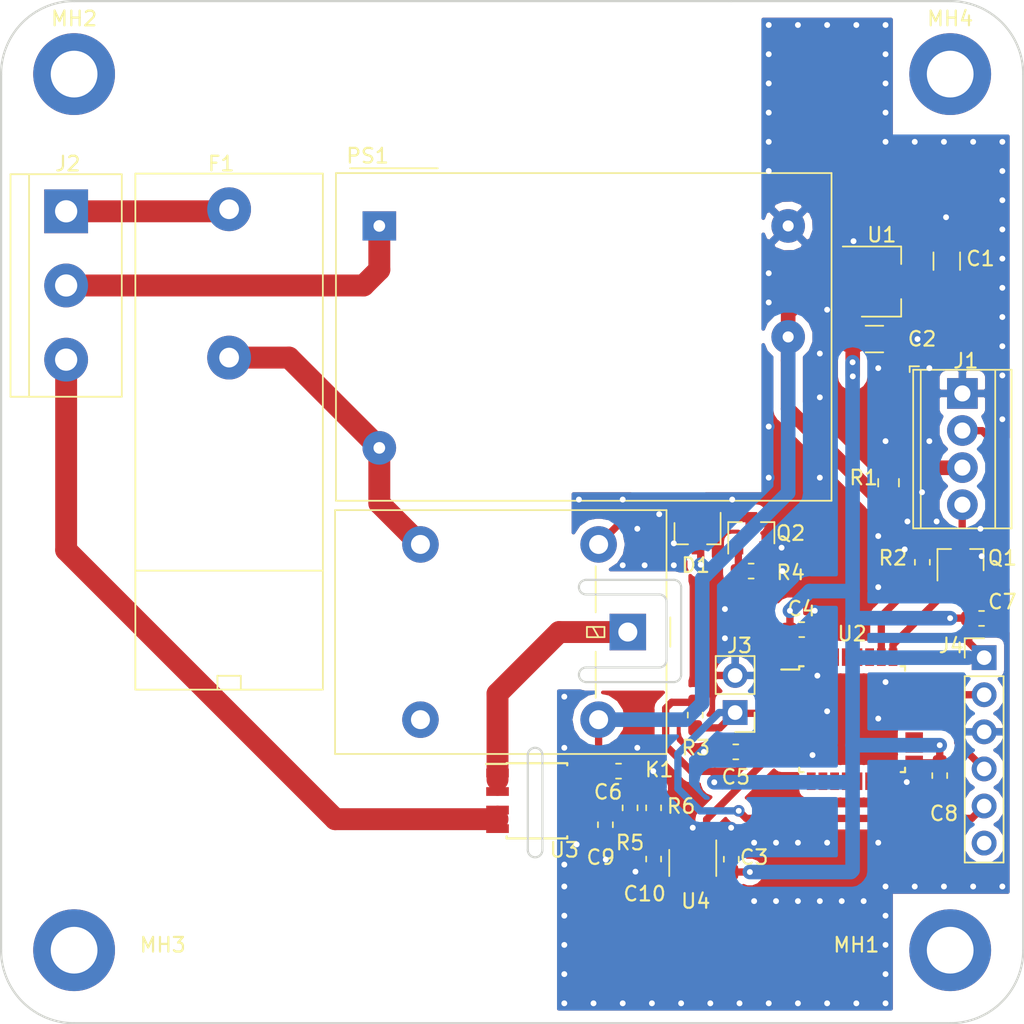
<source format=kicad_pcb>
(kicad_pcb (version 20171130) (host pcbnew "(5.0.0)")

  (general
    (thickness 1.6)
    (drawings 26)
    (tracks 323)
    (zones 0)
    (modules 34)
    (nets 22)
  )

  (page A4)
  (layers
    (0 F.Cu signal)
    (31 B.Cu signal)
    (32 B.Adhes user hide)
    (33 F.Adhes user hide)
    (34 B.Paste user)
    (35 F.Paste user)
    (36 B.SilkS user)
    (37 F.SilkS user)
    (38 B.Mask user)
    (39 F.Mask user)
    (40 Dwgs.User user)
    (41 Cmts.User user)
    (42 Eco1.User user)
    (43 Eco2.User user)
    (44 Edge.Cuts user)
    (45 Margin user hide)
    (46 B.CrtYd user hide)
    (47 F.CrtYd user hide)
    (48 B.Fab user hide)
    (49 F.Fab user hide)
  )

  (setup
    (last_trace_width 0.25)
    (trace_clearance 0.2)
    (zone_clearance 0.508)
    (zone_45_only no)
    (trace_min 0.2)
    (segment_width 0.2)
    (edge_width 0.15)
    (via_size 0.8)
    (via_drill 0.4)
    (via_min_size 0.4)
    (via_min_drill 0.3)
    (uvia_size 0.3)
    (uvia_drill 0.1)
    (uvias_allowed no)
    (uvia_min_size 0.2)
    (uvia_min_drill 0.1)
    (pcb_text_width 0.3)
    (pcb_text_size 1.5 1.5)
    (mod_edge_width 0.15)
    (mod_text_size 1 1)
    (mod_text_width 0.15)
    (pad_size 1.524 1.524)
    (pad_drill 0.762)
    (pad_to_mask_clearance 0.2)
    (aux_axis_origin 0 0)
    (visible_elements 7FFFFFFF)
    (pcbplotparams
      (layerselection 0x010f0_ffffffff)
      (usegerberextensions true)
      (usegerberattributes false)
      (usegerberadvancedattributes false)
      (creategerberjobfile false)
      (excludeedgelayer true)
      (linewidth 0.100000)
      (plotframeref false)
      (viasonmask false)
      (mode 1)
      (useauxorigin false)
      (hpglpennumber 1)
      (hpglpenspeed 20)
      (hpglpendiameter 15.000000)
      (psnegative false)
      (psa4output false)
      (plotreference true)
      (plotvalue true)
      (plotinvisibletext false)
      (padsonsilk false)
      (subtractmaskfromsilk false)
      (outputformat 1)
      (mirror false)
      (drillshape 0)
      (scaleselection 1)
      (outputdirectory "Fabrication/"))
  )

  (net 0 "")
  (net 1 GND)
  (net 2 +5V)
  (net 3 +3V3)
  (net 4 "Net-(C9-Pad1)")
  (net 5 "Net-(C10-Pad1)")
  (net 6 "Net-(D1-Pad1)")
  (net 7 /PANEL_BUT)
  (net 8 "Net-(J1-Pad3)")
  (net 9 "Net-(J1-Pad4)")
  (net 10 /nRST)
  (net 11 /SWCLK)
  (net 12 /SWDIO)
  (net 13 /PANEL_LED)
  (net 14 "Net-(Q2-Pad1)")
  (net 15 "Net-(R5-Pad2)")
  (net 16 /CURR_ADC)
  (net 17 /HV_L_F)
  (net 18 /HV_L)
  (net 19 /HV_N)
  (net 20 /HV_LOAD)
  (net 21 /HV_ROUT)

  (net_class Default "This is the default net class."
    (clearance 0.2)
    (trace_width 0.25)
    (via_dia 0.8)
    (via_drill 0.4)
    (uvia_dia 0.3)
    (uvia_drill 0.1)
    (add_net +3V3)
    (add_net +5V)
    (add_net /CURR_ADC)
    (add_net /HV_L)
    (add_net /HV_LOAD)
    (add_net /HV_L_F)
    (add_net /HV_N)
    (add_net /HV_ROUT)
    (add_net /PANEL_BUT)
    (add_net /PANEL_LED)
    (add_net /SWCLK)
    (add_net /SWDIO)
    (add_net /nRST)
    (add_net GND)
    (add_net "Net-(C10-Pad1)")
    (add_net "Net-(C9-Pad1)")
    (add_net "Net-(D1-Pad1)")
    (add_net "Net-(J1-Pad3)")
    (add_net "Net-(J1-Pad4)")
    (add_net "Net-(Q2-Pad1)")
    (add_net "Net-(R5-Pad2)")
  )

  (module Capacitor_SMD:C_1206_3216Metric_Pad1.42x1.75mm_HandSolder (layer F.Cu) (tedit 5B301BBE) (tstamp 5C5C3DFE)
    (at 179.693 75.6743 90)
    (descr "Capacitor SMD 1206 (3216 Metric), square (rectangular) end terminal, IPC_7351 nominal with elongated pad for handsoldering. (Body size source: http://www.tortai-tech.com/upload/download/2011102023233369053.pdf), generated with kicad-footprint-generator")
    (tags "capacitor handsolder")
    (path /5C4C8CB4)
    (attr smd)
    (fp_text reference C1 (at 0.1743 2.307) (layer F.SilkS)
      (effects (font (size 1 1) (thickness 0.15)))
    )
    (fp_text value 10u (at 0 1.82 90) (layer F.Fab)
      (effects (font (size 1 1) (thickness 0.15)))
    )
    (fp_text user %R (at 0 0 90) (layer F.Fab)
      (effects (font (size 0.8 0.8) (thickness 0.12)))
    )
    (fp_line (start 2.45 1.12) (end -2.45 1.12) (layer F.CrtYd) (width 0.05))
    (fp_line (start 2.45 -1.12) (end 2.45 1.12) (layer F.CrtYd) (width 0.05))
    (fp_line (start -2.45 -1.12) (end 2.45 -1.12) (layer F.CrtYd) (width 0.05))
    (fp_line (start -2.45 1.12) (end -2.45 -1.12) (layer F.CrtYd) (width 0.05))
    (fp_line (start -0.602064 0.91) (end 0.602064 0.91) (layer F.SilkS) (width 0.12))
    (fp_line (start -0.602064 -0.91) (end 0.602064 -0.91) (layer F.SilkS) (width 0.12))
    (fp_line (start 1.6 0.8) (end -1.6 0.8) (layer F.Fab) (width 0.1))
    (fp_line (start 1.6 -0.8) (end 1.6 0.8) (layer F.Fab) (width 0.1))
    (fp_line (start -1.6 -0.8) (end 1.6 -0.8) (layer F.Fab) (width 0.1))
    (fp_line (start -1.6 0.8) (end -1.6 -0.8) (layer F.Fab) (width 0.1))
    (pad 2 smd roundrect (at 1.4875 0 90) (size 1.425 1.75) (layers F.Cu F.Paste F.Mask) (roundrect_rratio 0.175439)
      (net 1 GND))
    (pad 1 smd roundrect (at -1.4875 0 90) (size 1.425 1.75) (layers F.Cu F.Paste F.Mask) (roundrect_rratio 0.175439)
      (net 2 +5V))
    (model ${KISYS3DMOD}/Capacitor_SMD.3dshapes/C_1206_3216Metric.wrl
      (at (xyz 0 0 0))
      (scale (xyz 1 1 1))
      (rotate (xyz 0 0 0))
    )
  )

  (module Capacitor_SMD:C_1206_3216Metric_Pad1.42x1.75mm_HandSolder (layer F.Cu) (tedit 5B301BBE) (tstamp 5C5C3F63)
    (at 174.74 81.0083)
    (descr "Capacitor SMD 1206 (3216 Metric), square (rectangular) end terminal, IPC_7351 nominal with elongated pad for handsoldering. (Body size source: http://www.tortai-tech.com/upload/download/2011102023233369053.pdf), generated with kicad-footprint-generator")
    (tags "capacitor handsolder")
    (path /5C4C92C3)
    (attr smd)
    (fp_text reference C2 (at 3.26 -0.0083) (layer F.SilkS)
      (effects (font (size 1 1) (thickness 0.15)))
    )
    (fp_text value 10u (at 0 1.82) (layer F.Fab)
      (effects (font (size 1 1) (thickness 0.15)))
    )
    (fp_line (start -1.6 0.8) (end -1.6 -0.8) (layer F.Fab) (width 0.1))
    (fp_line (start -1.6 -0.8) (end 1.6 -0.8) (layer F.Fab) (width 0.1))
    (fp_line (start 1.6 -0.8) (end 1.6 0.8) (layer F.Fab) (width 0.1))
    (fp_line (start 1.6 0.8) (end -1.6 0.8) (layer F.Fab) (width 0.1))
    (fp_line (start -0.602064 -0.91) (end 0.602064 -0.91) (layer F.SilkS) (width 0.12))
    (fp_line (start -0.602064 0.91) (end 0.602064 0.91) (layer F.SilkS) (width 0.12))
    (fp_line (start -2.45 1.12) (end -2.45 -1.12) (layer F.CrtYd) (width 0.05))
    (fp_line (start -2.45 -1.12) (end 2.45 -1.12) (layer F.CrtYd) (width 0.05))
    (fp_line (start 2.45 -1.12) (end 2.45 1.12) (layer F.CrtYd) (width 0.05))
    (fp_line (start 2.45 1.12) (end -2.45 1.12) (layer F.CrtYd) (width 0.05))
    (fp_text user %R (at 0 0) (layer F.Fab)
      (effects (font (size 0.8 0.8) (thickness 0.12)))
    )
    (pad 1 smd roundrect (at -1.4875 0) (size 1.425 1.75) (layers F.Cu F.Paste F.Mask) (roundrect_rratio 0.175439)
      (net 3 +3V3))
    (pad 2 smd roundrect (at 1.4875 0) (size 1.425 1.75) (layers F.Cu F.Paste F.Mask) (roundrect_rratio 0.175439)
      (net 1 GND))
    (model ${KISYS3DMOD}/Capacitor_SMD.3dshapes/C_1206_3216Metric.wrl
      (at (xyz 0 0 0))
      (scale (xyz 1 1 1))
      (rotate (xyz 0 0 0))
    )
  )

  (module Capacitor_SMD:C_0603_1608Metric_Pad1.05x0.95mm_HandSolder (layer F.Cu) (tedit 5B301BBE) (tstamp 5C5C406E)
    (at 164.9381 116.6331 270)
    (descr "Capacitor SMD 0603 (1608 Metric), square (rectangular) end terminal, IPC_7351 nominal with elongated pad for handsoldering. (Body size source: http://www.tortai-tech.com/upload/download/2011102023233369053.pdf), generated with kicad-footprint-generator")
    (tags "capacitor handsolder")
    (path /5C4F05E9)
    (attr smd)
    (fp_text reference C3 (at -0.1331 -1.5619 180) (layer F.SilkS)
      (effects (font (size 1 1) (thickness 0.15)))
    )
    (fp_text value 100n (at 0 1.43 270) (layer F.Fab)
      (effects (font (size 1 1) (thickness 0.15)))
    )
    (fp_text user %R (at 0 0 270) (layer F.Fab)
      (effects (font (size 0.4 0.4) (thickness 0.06)))
    )
    (fp_line (start 1.65 0.73) (end -1.65 0.73) (layer F.CrtYd) (width 0.05))
    (fp_line (start 1.65 -0.73) (end 1.65 0.73) (layer F.CrtYd) (width 0.05))
    (fp_line (start -1.65 -0.73) (end 1.65 -0.73) (layer F.CrtYd) (width 0.05))
    (fp_line (start -1.65 0.73) (end -1.65 -0.73) (layer F.CrtYd) (width 0.05))
    (fp_line (start -0.171267 0.51) (end 0.171267 0.51) (layer F.SilkS) (width 0.12))
    (fp_line (start -0.171267 -0.51) (end 0.171267 -0.51) (layer F.SilkS) (width 0.12))
    (fp_line (start 0.8 0.4) (end -0.8 0.4) (layer F.Fab) (width 0.1))
    (fp_line (start 0.8 -0.4) (end 0.8 0.4) (layer F.Fab) (width 0.1))
    (fp_line (start -0.8 -0.4) (end 0.8 -0.4) (layer F.Fab) (width 0.1))
    (fp_line (start -0.8 0.4) (end -0.8 -0.4) (layer F.Fab) (width 0.1))
    (pad 2 smd roundrect (at 0.875 0 270) (size 1.05 0.95) (layers F.Cu F.Paste F.Mask) (roundrect_rratio 0.25)
      (net 3 +3V3))
    (pad 1 smd roundrect (at -0.875 0 270) (size 1.05 0.95) (layers F.Cu F.Paste F.Mask) (roundrect_rratio 0.25)
      (net 1 GND))
    (model ${KISYS3DMOD}/Capacitor_SMD.3dshapes/C_0603_1608Metric.wrl
      (at (xyz 0 0 0))
      (scale (xyz 1 1 1))
      (rotate (xyz 0 0 0))
    )
  )

  (module Capacitor_SMD:C_0603_1608Metric_Pad1.05x0.95mm_HandSolder (layer F.Cu) (tedit 5B301BBE) (tstamp 5C5C3F93)
    (at 169.76156 100.90796)
    (descr "Capacitor SMD 0603 (1608 Metric), square (rectangular) end terminal, IPC_7351 nominal with elongated pad for handsoldering. (Body size source: http://www.tortai-tech.com/upload/download/2011102023233369053.pdf), generated with kicad-footprint-generator")
    (tags "capacitor handsolder")
    (path /5C4F06CB)
    (attr smd)
    (fp_text reference C4 (at 0 -1.43) (layer F.SilkS)
      (effects (font (size 1 1) (thickness 0.15)))
    )
    (fp_text value 100n (at 0 1.43) (layer F.Fab)
      (effects (font (size 1 1) (thickness 0.15)))
    )
    (fp_line (start -0.8 0.4) (end -0.8 -0.4) (layer F.Fab) (width 0.1))
    (fp_line (start -0.8 -0.4) (end 0.8 -0.4) (layer F.Fab) (width 0.1))
    (fp_line (start 0.8 -0.4) (end 0.8 0.4) (layer F.Fab) (width 0.1))
    (fp_line (start 0.8 0.4) (end -0.8 0.4) (layer F.Fab) (width 0.1))
    (fp_line (start -0.171267 -0.51) (end 0.171267 -0.51) (layer F.SilkS) (width 0.12))
    (fp_line (start -0.171267 0.51) (end 0.171267 0.51) (layer F.SilkS) (width 0.12))
    (fp_line (start -1.65 0.73) (end -1.65 -0.73) (layer F.CrtYd) (width 0.05))
    (fp_line (start -1.65 -0.73) (end 1.65 -0.73) (layer F.CrtYd) (width 0.05))
    (fp_line (start 1.65 -0.73) (end 1.65 0.73) (layer F.CrtYd) (width 0.05))
    (fp_line (start 1.65 0.73) (end -1.65 0.73) (layer F.CrtYd) (width 0.05))
    (fp_text user %R (at 0 0) (layer F.Fab)
      (effects (font (size 0.4 0.4) (thickness 0.06)))
    )
    (pad 1 smd roundrect (at -0.875 0) (size 1.05 0.95) (layers F.Cu F.Paste F.Mask) (roundrect_rratio 0.25)
      (net 3 +3V3))
    (pad 2 smd roundrect (at 0.875 0) (size 1.05 0.95) (layers F.Cu F.Paste F.Mask) (roundrect_rratio 0.25)
      (net 1 GND))
    (model ${KISYS3DMOD}/Capacitor_SMD.3dshapes/C_0603_1608Metric.wrl
      (at (xyz 0 0 0))
      (scale (xyz 1 1 1))
      (rotate (xyz 0 0 0))
    )
  )

  (module Capacitor_SMD:C_0603_1608Metric_Pad1.05x0.95mm_HandSolder (layer F.Cu) (tedit 5B301BBE) (tstamp 5C5C3F33)
    (at 165.2442 109.2798)
    (descr "Capacitor SMD 0603 (1608 Metric), square (rectangular) end terminal, IPC_7351 nominal with elongated pad for handsoldering. (Body size source: http://www.tortai-tech.com/upload/download/2011102023233369053.pdf), generated with kicad-footprint-generator")
    (tags "capacitor handsolder")
    (path /5C4F0274)
    (attr smd)
    (fp_text reference C5 (at 0 1.7202) (layer F.SilkS)
      (effects (font (size 1 1) (thickness 0.15)))
    )
    (fp_text value 100n (at 0 1.43) (layer F.Fab)
      (effects (font (size 1 1) (thickness 0.15)))
    )
    (fp_line (start -0.8 0.4) (end -0.8 -0.4) (layer F.Fab) (width 0.1))
    (fp_line (start -0.8 -0.4) (end 0.8 -0.4) (layer F.Fab) (width 0.1))
    (fp_line (start 0.8 -0.4) (end 0.8 0.4) (layer F.Fab) (width 0.1))
    (fp_line (start 0.8 0.4) (end -0.8 0.4) (layer F.Fab) (width 0.1))
    (fp_line (start -0.171267 -0.51) (end 0.171267 -0.51) (layer F.SilkS) (width 0.12))
    (fp_line (start -0.171267 0.51) (end 0.171267 0.51) (layer F.SilkS) (width 0.12))
    (fp_line (start -1.65 0.73) (end -1.65 -0.73) (layer F.CrtYd) (width 0.05))
    (fp_line (start -1.65 -0.73) (end 1.65 -0.73) (layer F.CrtYd) (width 0.05))
    (fp_line (start 1.65 -0.73) (end 1.65 0.73) (layer F.CrtYd) (width 0.05))
    (fp_line (start 1.65 0.73) (end -1.65 0.73) (layer F.CrtYd) (width 0.05))
    (fp_text user %R (at 0 0) (layer F.Fab)
      (effects (font (size 0.4 0.4) (thickness 0.06)))
    )
    (pad 1 smd roundrect (at -0.875 0) (size 1.05 0.95) (layers F.Cu F.Paste F.Mask) (roundrect_rratio 0.25)
      (net 1 GND))
    (pad 2 smd roundrect (at 0.875 0) (size 1.05 0.95) (layers F.Cu F.Paste F.Mask) (roundrect_rratio 0.25)
      (net 3 +3V3))
    (model ${KISYS3DMOD}/Capacitor_SMD.3dshapes/C_0603_1608Metric.wrl
      (at (xyz 0 0 0))
      (scale (xyz 1 1 1))
      (rotate (xyz 0 0 0))
    )
  )

  (module Capacitor_SMD:C_0603_1608Metric_Pad1.05x0.95mm_HandSolder (layer F.Cu) (tedit 5B301BBE) (tstamp 5C5C3DCE)
    (at 157.214 110.5993 180)
    (descr "Capacitor SMD 0603 (1608 Metric), square (rectangular) end terminal, IPC_7351 nominal with elongated pad for handsoldering. (Body size source: http://www.tortai-tech.com/upload/download/2011102023233369053.pdf), generated with kicad-footprint-generator")
    (tags "capacitor handsolder")
    (path /5C4D68F2)
    (attr smd)
    (fp_text reference C6 (at 0.714 -1.43 180) (layer F.SilkS)
      (effects (font (size 1 1) (thickness 0.15)))
    )
    (fp_text value 100n (at 0 1.43 180) (layer F.Fab)
      (effects (font (size 1 1) (thickness 0.15)))
    )
    (fp_line (start -0.8 0.4) (end -0.8 -0.4) (layer F.Fab) (width 0.1))
    (fp_line (start -0.8 -0.4) (end 0.8 -0.4) (layer F.Fab) (width 0.1))
    (fp_line (start 0.8 -0.4) (end 0.8 0.4) (layer F.Fab) (width 0.1))
    (fp_line (start 0.8 0.4) (end -0.8 0.4) (layer F.Fab) (width 0.1))
    (fp_line (start -0.171267 -0.51) (end 0.171267 -0.51) (layer F.SilkS) (width 0.12))
    (fp_line (start -0.171267 0.51) (end 0.171267 0.51) (layer F.SilkS) (width 0.12))
    (fp_line (start -1.65 0.73) (end -1.65 -0.73) (layer F.CrtYd) (width 0.05))
    (fp_line (start -1.65 -0.73) (end 1.65 -0.73) (layer F.CrtYd) (width 0.05))
    (fp_line (start 1.65 -0.73) (end 1.65 0.73) (layer F.CrtYd) (width 0.05))
    (fp_line (start 1.65 0.73) (end -1.65 0.73) (layer F.CrtYd) (width 0.05))
    (fp_text user %R (at 0 0 180) (layer F.Fab)
      (effects (font (size 0.4 0.4) (thickness 0.06)))
    )
    (pad 1 smd roundrect (at -0.875 0 180) (size 1.05 0.95) (layers F.Cu F.Paste F.Mask) (roundrect_rratio 0.25)
      (net 1 GND))
    (pad 2 smd roundrect (at 0.875 0 180) (size 1.05 0.95) (layers F.Cu F.Paste F.Mask) (roundrect_rratio 0.25)
      (net 2 +5V))
    (model ${KISYS3DMOD}/Capacitor_SMD.3dshapes/C_0603_1608Metric.wrl
      (at (xyz 0 0 0))
      (scale (xyz 1 1 1))
      (rotate (xyz 0 0 0))
    )
  )

  (module Capacitor_SMD:C_0603_1608Metric_Pad1.05x0.95mm_HandSolder (layer F.Cu) (tedit 5B301BBE) (tstamp 5C5C3F03)
    (at 182.07548 100.14088 180)
    (descr "Capacitor SMD 0603 (1608 Metric), square (rectangular) end terminal, IPC_7351 nominal with elongated pad for handsoldering. (Body size source: http://www.tortai-tech.com/upload/download/2011102023233369053.pdf), generated with kicad-footprint-generator")
    (tags "capacitor handsolder")
    (path /5C4E1E16)
    (attr smd)
    (fp_text reference C7 (at -1.42452 1.14088 180) (layer F.SilkS)
      (effects (font (size 1 1) (thickness 0.15)))
    )
    (fp_text value 100n (at 0 1.43 180) (layer F.Fab)
      (effects (font (size 1 1) (thickness 0.15)))
    )
    (fp_text user %R (at 0 0 180) (layer F.Fab)
      (effects (font (size 0.4 0.4) (thickness 0.06)))
    )
    (fp_line (start 1.65 0.73) (end -1.65 0.73) (layer F.CrtYd) (width 0.05))
    (fp_line (start 1.65 -0.73) (end 1.65 0.73) (layer F.CrtYd) (width 0.05))
    (fp_line (start -1.65 -0.73) (end 1.65 -0.73) (layer F.CrtYd) (width 0.05))
    (fp_line (start -1.65 0.73) (end -1.65 -0.73) (layer F.CrtYd) (width 0.05))
    (fp_line (start -0.171267 0.51) (end 0.171267 0.51) (layer F.SilkS) (width 0.12))
    (fp_line (start -0.171267 -0.51) (end 0.171267 -0.51) (layer F.SilkS) (width 0.12))
    (fp_line (start 0.8 0.4) (end -0.8 0.4) (layer F.Fab) (width 0.1))
    (fp_line (start 0.8 -0.4) (end 0.8 0.4) (layer F.Fab) (width 0.1))
    (fp_line (start -0.8 -0.4) (end 0.8 -0.4) (layer F.Fab) (width 0.1))
    (fp_line (start -0.8 0.4) (end -0.8 -0.4) (layer F.Fab) (width 0.1))
    (pad 2 smd roundrect (at 0.875 0 180) (size 1.05 0.95) (layers F.Cu F.Paste F.Mask) (roundrect_rratio 0.25)
      (net 3 +3V3))
    (pad 1 smd roundrect (at -0.875 0 180) (size 1.05 0.95) (layers F.Cu F.Paste F.Mask) (roundrect_rratio 0.25)
      (net 1 GND))
    (model ${KISYS3DMOD}/Capacitor_SMD.3dshapes/C_0603_1608Metric.wrl
      (at (xyz 0 0 0))
      (scale (xyz 1 1 1))
      (rotate (xyz 0 0 0))
    )
  )

  (module Capacitor_SMD:C_0603_1608Metric_Pad1.05x0.95mm_HandSolder (layer F.Cu) (tedit 5B301BBE) (tstamp 5C5C403E)
    (at 179.21036 110.9054 90)
    (descr "Capacitor SMD 0603 (1608 Metric), square (rectangular) end terminal, IPC_7351 nominal with elongated pad for handsoldering. (Body size source: http://www.tortai-tech.com/upload/download/2011102023233369053.pdf), generated with kicad-footprint-generator")
    (tags "capacitor handsolder")
    (path /5C53684C)
    (attr smd)
    (fp_text reference C8 (at -2.5946 0.28964 180) (layer F.SilkS)
      (effects (font (size 1 1) (thickness 0.15)))
    )
    (fp_text value 100n (at 0 1.43 90) (layer F.Fab)
      (effects (font (size 1 1) (thickness 0.15)))
    )
    (fp_line (start -0.8 0.4) (end -0.8 -0.4) (layer F.Fab) (width 0.1))
    (fp_line (start -0.8 -0.4) (end 0.8 -0.4) (layer F.Fab) (width 0.1))
    (fp_line (start 0.8 -0.4) (end 0.8 0.4) (layer F.Fab) (width 0.1))
    (fp_line (start 0.8 0.4) (end -0.8 0.4) (layer F.Fab) (width 0.1))
    (fp_line (start -0.171267 -0.51) (end 0.171267 -0.51) (layer F.SilkS) (width 0.12))
    (fp_line (start -0.171267 0.51) (end 0.171267 0.51) (layer F.SilkS) (width 0.12))
    (fp_line (start -1.65 0.73) (end -1.65 -0.73) (layer F.CrtYd) (width 0.05))
    (fp_line (start -1.65 -0.73) (end 1.65 -0.73) (layer F.CrtYd) (width 0.05))
    (fp_line (start 1.65 -0.73) (end 1.65 0.73) (layer F.CrtYd) (width 0.05))
    (fp_line (start 1.65 0.73) (end -1.65 0.73) (layer F.CrtYd) (width 0.05))
    (fp_text user %R (at 0 0 90) (layer F.Fab)
      (effects (font (size 0.4 0.4) (thickness 0.06)))
    )
    (pad 1 smd roundrect (at -0.875 0 90) (size 1.05 0.95) (layers F.Cu F.Paste F.Mask) (roundrect_rratio 0.25)
      (net 1 GND))
    (pad 2 smd roundrect (at 0.875 0 90) (size 1.05 0.95) (layers F.Cu F.Paste F.Mask) (roundrect_rratio 0.25)
      (net 3 +3V3))
    (model ${KISYS3DMOD}/Capacitor_SMD.3dshapes/C_0603_1608Metric.wrl
      (at (xyz 0 0 0))
      (scale (xyz 1 1 1))
      (rotate (xyz 0 0 0))
    )
  )

  (module Capacitor_SMD:C_0603_1608Metric_Pad1.05x0.95mm_HandSolder (layer F.Cu) (tedit 5B301BBE) (tstamp 5C5C3ED3)
    (at 156.3148 114.2696 270)
    (descr "Capacitor SMD 0603 (1608 Metric), square (rectangular) end terminal, IPC_7351 nominal with elongated pad for handsoldering. (Body size source: http://www.tortai-tech.com/upload/download/2011102023233369053.pdf), generated with kicad-footprint-generator")
    (tags "capacitor handsolder")
    (path /5C4D51DC)
    (attr smd)
    (fp_text reference C9 (at 2.2304 0.3148 180) (layer F.SilkS)
      (effects (font (size 1 1) (thickness 0.15)))
    )
    (fp_text value 1n (at 0 1.43 270) (layer F.Fab)
      (effects (font (size 1 1) (thickness 0.15)))
    )
    (fp_text user %R (at 0 0 270) (layer F.Fab)
      (effects (font (size 0.4 0.4) (thickness 0.06)))
    )
    (fp_line (start 1.65 0.73) (end -1.65 0.73) (layer F.CrtYd) (width 0.05))
    (fp_line (start 1.65 -0.73) (end 1.65 0.73) (layer F.CrtYd) (width 0.05))
    (fp_line (start -1.65 -0.73) (end 1.65 -0.73) (layer F.CrtYd) (width 0.05))
    (fp_line (start -1.65 0.73) (end -1.65 -0.73) (layer F.CrtYd) (width 0.05))
    (fp_line (start -0.171267 0.51) (end 0.171267 0.51) (layer F.SilkS) (width 0.12))
    (fp_line (start -0.171267 -0.51) (end 0.171267 -0.51) (layer F.SilkS) (width 0.12))
    (fp_line (start 0.8 0.4) (end -0.8 0.4) (layer F.Fab) (width 0.1))
    (fp_line (start 0.8 -0.4) (end 0.8 0.4) (layer F.Fab) (width 0.1))
    (fp_line (start -0.8 -0.4) (end 0.8 -0.4) (layer F.Fab) (width 0.1))
    (fp_line (start -0.8 0.4) (end -0.8 -0.4) (layer F.Fab) (width 0.1))
    (pad 2 smd roundrect (at 0.875 0 270) (size 1.05 0.95) (layers F.Cu F.Paste F.Mask) (roundrect_rratio 0.25)
      (net 1 GND))
    (pad 1 smd roundrect (at -0.875 0 270) (size 1.05 0.95) (layers F.Cu F.Paste F.Mask) (roundrect_rratio 0.25)
      (net 4 "Net-(C9-Pad1)"))
    (model ${KISYS3DMOD}/Capacitor_SMD.3dshapes/C_0603_1608Metric.wrl
      (at (xyz 0 0 0))
      (scale (xyz 1 1 1))
      (rotate (xyz 0 0 0))
    )
  )

  (module Capacitor_SMD:C_0603_1608Metric_Pad1.05x0.95mm_HandSolder (layer F.Cu) (tedit 5B301BBE) (tstamp 5C5C3EA3)
    (at 159.6168 116.6204 270)
    (descr "Capacitor SMD 0603 (1608 Metric), square (rectangular) end terminal, IPC_7351 nominal with elongated pad for handsoldering. (Body size source: http://www.tortai-tech.com/upload/download/2011102023233369053.pdf), generated with kicad-footprint-generator")
    (tags "capacitor handsolder")
    (path /5C4DF82A)
    (attr smd)
    (fp_text reference C10 (at 2.3796 0.6168 180) (layer F.SilkS)
      (effects (font (size 1 1) (thickness 0.15)))
    )
    (fp_text value 1n (at 0 1.43 270) (layer F.Fab)
      (effects (font (size 1 1) (thickness 0.15)))
    )
    (fp_text user %R (at 0 0 270) (layer F.Fab)
      (effects (font (size 0.4 0.4) (thickness 0.06)))
    )
    (fp_line (start 1.65 0.73) (end -1.65 0.73) (layer F.CrtYd) (width 0.05))
    (fp_line (start 1.65 -0.73) (end 1.65 0.73) (layer F.CrtYd) (width 0.05))
    (fp_line (start -1.65 -0.73) (end 1.65 -0.73) (layer F.CrtYd) (width 0.05))
    (fp_line (start -1.65 0.73) (end -1.65 -0.73) (layer F.CrtYd) (width 0.05))
    (fp_line (start -0.171267 0.51) (end 0.171267 0.51) (layer F.SilkS) (width 0.12))
    (fp_line (start -0.171267 -0.51) (end 0.171267 -0.51) (layer F.SilkS) (width 0.12))
    (fp_line (start 0.8 0.4) (end -0.8 0.4) (layer F.Fab) (width 0.1))
    (fp_line (start 0.8 -0.4) (end 0.8 0.4) (layer F.Fab) (width 0.1))
    (fp_line (start -0.8 -0.4) (end 0.8 -0.4) (layer F.Fab) (width 0.1))
    (fp_line (start -0.8 0.4) (end -0.8 -0.4) (layer F.Fab) (width 0.1))
    (pad 2 smd roundrect (at 0.875 0 270) (size 1.05 0.95) (layers F.Cu F.Paste F.Mask) (roundrect_rratio 0.25)
      (net 1 GND))
    (pad 1 smd roundrect (at -0.875 0 270) (size 1.05 0.95) (layers F.Cu F.Paste F.Mask) (roundrect_rratio 0.25)
      (net 5 "Net-(C10-Pad1)"))
    (model ${KISYS3DMOD}/Capacitor_SMD.3dshapes/C_0603_1608Metric.wrl
      (at (xyz 0 0 0))
      (scale (xyz 1 1 1))
      (rotate (xyz 0 0 0))
    )
  )

  (module Package_TO_SOT_SMD:SOT-23 (layer F.Cu) (tedit 5A02FF57) (tstamp 5C5C7407)
    (at 162.6242 94.3052 270)
    (descr "SOT-23, Standard")
    (tags SOT-23)
    (path /5C4CFA6F)
    (attr smd)
    (fp_text reference D1 (at 2.1948 0.1242 180) (layer F.SilkS)
      (effects (font (size 1 1) (thickness 0.15)))
    )
    (fp_text value BAR42FILM (at 0 2.5 270) (layer F.Fab)
      (effects (font (size 1 1) (thickness 0.15)))
    )
    (fp_line (start 0.76 1.58) (end -0.7 1.58) (layer F.SilkS) (width 0.12))
    (fp_line (start 0.76 -1.58) (end -1.4 -1.58) (layer F.SilkS) (width 0.12))
    (fp_line (start -1.7 1.75) (end -1.7 -1.75) (layer F.CrtYd) (width 0.05))
    (fp_line (start 1.7 1.75) (end -1.7 1.75) (layer F.CrtYd) (width 0.05))
    (fp_line (start 1.7 -1.75) (end 1.7 1.75) (layer F.CrtYd) (width 0.05))
    (fp_line (start -1.7 -1.75) (end 1.7 -1.75) (layer F.CrtYd) (width 0.05))
    (fp_line (start 0.76 -1.58) (end 0.76 -0.65) (layer F.SilkS) (width 0.12))
    (fp_line (start 0.76 1.58) (end 0.76 0.65) (layer F.SilkS) (width 0.12))
    (fp_line (start -0.7 1.52) (end 0.7 1.52) (layer F.Fab) (width 0.1))
    (fp_line (start 0.7 -1.52) (end 0.7 1.52) (layer F.Fab) (width 0.1))
    (fp_line (start -0.7 -0.95) (end -0.15 -1.52) (layer F.Fab) (width 0.1))
    (fp_line (start -0.15 -1.52) (end 0.7 -1.52) (layer F.Fab) (width 0.1))
    (fp_line (start -0.7 -0.95) (end -0.7 1.5) (layer F.Fab) (width 0.1))
    (fp_text user %R (at 0 0) (layer F.Fab)
      (effects (font (size 0.5 0.5) (thickness 0.075)))
    )
    (pad 3 smd rect (at 1 0 270) (size 0.9 0.8) (layers F.Cu F.Paste F.Mask)
      (net 2 +5V))
    (pad 2 smd rect (at -1 0.95 270) (size 0.9 0.8) (layers F.Cu F.Paste F.Mask))
    (pad 1 smd rect (at -1 -0.95 270) (size 0.9 0.8) (layers F.Cu F.Paste F.Mask)
      (net 6 "Net-(D1-Pad1)"))
    (model ${KISYS3DMOD}/Package_TO_SOT_SMD.3dshapes/SOT-23.wrl
      (at (xyz 0 0 0))
      (scale (xyz 1 1 1))
      (rotate (xyz 0 0 0))
    )
  )

  (module Fuse:Fuseholder_Cylinder-5x20mm_Bulgin_FX0457_Horizontal_Closed (layer F.Cu) (tedit 5A1C8B84) (tstamp 5C5C3D8A)
    (at 130.544 72.1183 270)
    (descr "Fuseholder, 5x20, closed, horizontal, Bulgin, FX0457, Sicherungshalter,")
    (tags "Fuseholder 5x20 closed horizontal Bulgin FX0457 Sicherungshalter ")
    (path /5C4C87FF)
    (fp_text reference F1 (at -3.1183 0.544) (layer F.SilkS)
      (effects (font (size 1 1) (thickness 0.15)))
    )
    (fp_text value FX0457 (at 13.25 7.5 270) (layer F.Fab)
      (effects (font (size 1 1) (thickness 0.15)))
    )
    (fp_text user %R (at 13.25 5.5 270) (layer F.Fab)
      (effects (font (size 1 1) (thickness 0.15)))
    )
    (fp_line (start 32.85 -0.8) (end 31.95 -0.8) (layer F.SilkS) (width 0.12))
    (fp_line (start 31.95 -0.8) (end 31.95 0.8) (layer F.SilkS) (width 0.12))
    (fp_line (start 31.95 0.8) (end 32.85 0.8) (layer F.SilkS) (width 0.12))
    (fp_line (start 24.75 -6.4) (end 24.75 6.4) (layer F.SilkS) (width 0.12))
    (fp_line (start 32.78 -0.8) (end 31.98 -0.8) (layer F.Fab) (width 0.1))
    (fp_line (start 31.98 -0.8) (end 31.98 0.8) (layer F.Fab) (width 0.1))
    (fp_line (start 31.98 0.8) (end 32.78 0.8) (layer F.Fab) (width 0.1))
    (fp_line (start 24.78 6.3) (end 24.78 -6.3) (layer F.Fab) (width 0.1))
    (fp_line (start 32.78 -6.3) (end -2.32 -6.3) (layer F.Fab) (width 0.1))
    (fp_line (start 32.78 6.3) (end 32.78 -6.3) (layer F.Fab) (width 0.1))
    (fp_line (start -2.32 6.3) (end 32.78 6.3) (layer F.Fab) (width 0.1))
    (fp_line (start -2.32 6.3) (end -2.32 -6.3) (layer F.Fab) (width 0.1))
    (fp_line (start -2.57 -6.55) (end 33.03 -6.55) (layer F.CrtYd) (width 0.05))
    (fp_line (start -2.57 -6.55) (end -2.57 6.55) (layer F.CrtYd) (width 0.05))
    (fp_line (start 33.03 6.55) (end 33.03 -6.55) (layer F.CrtYd) (width 0.05))
    (fp_line (start 33.03 6.55) (end -2.57 6.55) (layer F.CrtYd) (width 0.05))
    (fp_line (start -2.44 -6.42) (end 32.9 -6.42) (layer F.SilkS) (width 0.12))
    (fp_line (start -2.44 -6.42) (end -2.44 6.42) (layer F.SilkS) (width 0.12))
    (fp_line (start 32.9 6.42) (end 32.9 -6.42) (layer F.SilkS) (width 0.12))
    (fp_line (start 32.9 6.42) (end -2.44 6.42) (layer F.SilkS) (width 0.12))
    (pad 2 thru_hole circle (at 10.16 0 270) (size 3 3) (drill 1.35) (layers *.Cu *.Mask)
      (net 17 /HV_L_F))
    (pad 1 thru_hole circle (at 0 0 270) (size 3 3) (drill 1.35) (layers *.Cu *.Mask)
      (net 18 /HV_L))
    (model ${KISYS3DMOD}/Fuse.3dshapes/Fuseholder_Cylinder-5x20mm_Bulgin_FX0457_Horizontal_Closed.wrl
      (at (xyz 0 0 0))
      (scale (xyz 1 1 1))
      (rotate (xyz 0 0 0))
    )
  )

  (module TerminalBlock_TE-Connectivity:TerminalBlock_TE_282834-4_1x04_P2.54mm_Horizontal (layer F.Cu) (tedit 5B1EC513) (tstamp 5C5C3E45)
    (at 180.762621 84.732219 270)
    (descr "Terminal Block TE 282834-4, 4 pins, pitch 2.54mm, size 10.620000000000001x6.5mm^2, drill diamater 1.1mm, pad diameter 2.1mm, see http://www.te.com/commerce/DocumentDelivery/DDEController?Action=showdoc&DocId=Customer+Drawing%7F282834%7FC1%7Fpdf%7FEnglish%7FENG_CD_282834_C1.pdf, script-generated using https://github.com/pointhi/kicad-footprint-generator/scripts/TerminalBlock_TE-Connectivity")
    (tags "THT Terminal Block TE 282834-4 pitch 2.54mm size 10.620000000000001x6.5mm^2 drill 1.1mm pad 2.1mm")
    (path /5C4BCD26)
    (fp_text reference J1 (at -2.232219 -0.237379 180) (layer F.SilkS)
      (effects (font (size 1 1) (thickness 0.15)))
    )
    (fp_text value 282834-4 (at 3.81 4.37 270) (layer F.Fab)
      (effects (font (size 1 1) (thickness 0.15)))
    )
    (fp_circle (center 0 0) (end 1.1 0) (layer F.Fab) (width 0.1))
    (fp_circle (center 2.54 0) (end 3.64 0) (layer F.Fab) (width 0.1))
    (fp_circle (center 5.08 0) (end 6.18 0) (layer F.Fab) (width 0.1))
    (fp_circle (center 7.62 0) (end 8.72 0) (layer F.Fab) (width 0.1))
    (fp_line (start -1.5 -3.25) (end 9.12 -3.25) (layer F.Fab) (width 0.1))
    (fp_line (start 9.12 -3.25) (end 9.12 3.25) (layer F.Fab) (width 0.1))
    (fp_line (start 9.12 3.25) (end -1.1 3.25) (layer F.Fab) (width 0.1))
    (fp_line (start -1.1 3.25) (end -1.5 2.85) (layer F.Fab) (width 0.1))
    (fp_line (start -1.5 2.85) (end -1.5 -3.25) (layer F.Fab) (width 0.1))
    (fp_line (start -1.5 2.85) (end 9.12 2.85) (layer F.Fab) (width 0.1))
    (fp_line (start -1.62 2.85) (end 9.241 2.85) (layer F.SilkS) (width 0.12))
    (fp_line (start -1.5 -2.25) (end 9.12 -2.25) (layer F.Fab) (width 0.1))
    (fp_line (start -1.62 -2.25) (end 9.241 -2.25) (layer F.SilkS) (width 0.12))
    (fp_line (start -1.62 -3.37) (end 9.241 -3.37) (layer F.SilkS) (width 0.12))
    (fp_line (start -1.62 3.37) (end 9.241 3.37) (layer F.SilkS) (width 0.12))
    (fp_line (start -1.62 -3.37) (end -1.62 3.37) (layer F.SilkS) (width 0.12))
    (fp_line (start 9.241 -3.37) (end 9.241 3.37) (layer F.SilkS) (width 0.12))
    (fp_line (start 0.835 -0.7) (end -0.701 0.835) (layer F.Fab) (width 0.1))
    (fp_line (start 0.701 -0.835) (end -0.835 0.7) (layer F.Fab) (width 0.1))
    (fp_line (start 3.375 -0.7) (end 1.84 0.835) (layer F.Fab) (width 0.1))
    (fp_line (start 3.241 -0.835) (end 1.706 0.7) (layer F.Fab) (width 0.1))
    (fp_line (start 5.915 -0.7) (end 4.38 0.835) (layer F.Fab) (width 0.1))
    (fp_line (start 5.781 -0.835) (end 4.246 0.7) (layer F.Fab) (width 0.1))
    (fp_line (start 8.455 -0.7) (end 6.92 0.835) (layer F.Fab) (width 0.1))
    (fp_line (start 8.321 -0.835) (end 6.786 0.7) (layer F.Fab) (width 0.1))
    (fp_line (start -1.86 2.97) (end -1.86 3.61) (layer F.SilkS) (width 0.12))
    (fp_line (start -1.86 3.61) (end -1.46 3.61) (layer F.SilkS) (width 0.12))
    (fp_line (start -2 -3.75) (end -2 3.75) (layer F.CrtYd) (width 0.05))
    (fp_line (start -2 3.75) (end 9.63 3.75) (layer F.CrtYd) (width 0.05))
    (fp_line (start 9.63 3.75) (end 9.63 -3.75) (layer F.CrtYd) (width 0.05))
    (fp_line (start 9.63 -3.75) (end -2 -3.75) (layer F.CrtYd) (width 0.05))
    (fp_text user %R (at 3.81 2 270) (layer F.Fab)
      (effects (font (size 1 1) (thickness 0.15)))
    )
    (pad 1 thru_hole rect (at 0 0 270) (size 2.1 2.1) (drill 1.1) (layers *.Cu *.Mask)
      (net 1 GND))
    (pad 2 thru_hole circle (at 2.54 0 270) (size 2.1 2.1) (drill 1.1) (layers *.Cu *.Mask)
      (net 7 /PANEL_BUT))
    (pad 3 thru_hole circle (at 5.08 0 270) (size 2.1 2.1) (drill 1.1) (layers *.Cu *.Mask)
      (net 8 "Net-(J1-Pad3)"))
    (pad 4 thru_hole circle (at 7.62 0 270) (size 2.1 2.1) (drill 1.1) (layers *.Cu *.Mask)
      (net 9 "Net-(J1-Pad4)"))
    (model ${KISYS3DMOD}/TerminalBlock_TE-Connectivity.3dshapes/TerminalBlock_TE_282834-4_1x04_P2.54mm_Horizontal.wrl
      (at (xyz 0 0 0))
      (scale (xyz 1 1 1))
      (rotate (xyz 0 0 0))
    )
  )

  (module TerminalBlock:TerminalBlock_bornier-3_P5.08mm (layer F.Cu) (tedit 59FF03B9) (tstamp 5C5C4004)
    (at 119.3832 72.2593 270)
    (descr "simple 3-pin terminal block, pitch 5.08mm, revamped version of bornier3")
    (tags "terminal block bornier3")
    (path /5C4BB745)
    (fp_text reference J2 (at -3.2593 -0.1168 180) (layer F.SilkS)
      (effects (font (size 1 1) (thickness 0.15)))
    )
    (fp_text value Screw_Terminal_01x03 (at 5.08 5.08 270) (layer F.Fab)
      (effects (font (size 1 1) (thickness 0.15)))
    )
    (fp_text user %R (at 5.08 0 270) (layer F.Fab)
      (effects (font (size 1 1) (thickness 0.15)))
    )
    (fp_line (start -2.47 2.55) (end 12.63 2.55) (layer F.Fab) (width 0.1))
    (fp_line (start -2.47 -3.75) (end 12.63 -3.75) (layer F.Fab) (width 0.1))
    (fp_line (start 12.63 -3.75) (end 12.63 3.75) (layer F.Fab) (width 0.1))
    (fp_line (start 12.63 3.75) (end -2.47 3.75) (layer F.Fab) (width 0.1))
    (fp_line (start -2.47 3.75) (end -2.47 -3.75) (layer F.Fab) (width 0.1))
    (fp_line (start -2.54 3.81) (end -2.54 -3.81) (layer F.SilkS) (width 0.12))
    (fp_line (start 12.7 3.81) (end 12.7 -3.81) (layer F.SilkS) (width 0.12))
    (fp_line (start -2.54 2.54) (end 12.7 2.54) (layer F.SilkS) (width 0.12))
    (fp_line (start -2.54 -3.81) (end 12.7 -3.81) (layer F.SilkS) (width 0.12))
    (fp_line (start -2.54 3.81) (end 12.7 3.81) (layer F.SilkS) (width 0.12))
    (fp_line (start -2.72 -4) (end 12.88 -4) (layer F.CrtYd) (width 0.05))
    (fp_line (start -2.72 -4) (end -2.72 4) (layer F.CrtYd) (width 0.05))
    (fp_line (start 12.88 4) (end 12.88 -4) (layer F.CrtYd) (width 0.05))
    (fp_line (start 12.88 4) (end -2.72 4) (layer F.CrtYd) (width 0.05))
    (pad 1 thru_hole rect (at 0 0 270) (size 3 3) (drill 1.52) (layers *.Cu *.Mask)
      (net 18 /HV_L))
    (pad 2 thru_hole circle (at 5.08 0 270) (size 3 3) (drill 1.52) (layers *.Cu *.Mask)
      (net 19 /HV_N))
    (pad 3 thru_hole circle (at 10.16 0 270) (size 3 3) (drill 1.52) (layers *.Cu *.Mask)
      (net 20 /HV_LOAD))
    (model ${KISYS3DMOD}/TerminalBlock.3dshapes/TerminalBlock_bornier-3_P5.08mm.wrl
      (offset (xyz 5.079999923706055 0 0))
      (scale (xyz 1 1 1))
      (rotate (xyz 0 0 0))
    )
  )

  (module Connector_PinHeader_2.54mm:PinHeader_1x02_P2.54mm_Vertical (layer F.Cu) (tedit 59FED5CC) (tstamp 5C4D99FD)
    (at 165.19972 106.5874 180)
    (descr "Through hole straight pin header, 1x02, 2.54mm pitch, single row")
    (tags "Through hole pin header THT 1x02 2.54mm single row")
    (path /5C55C5B1)
    (fp_text reference J3 (at -0.30028 4.5874 180) (layer F.SilkS)
      (effects (font (size 1 1) (thickness 0.15)))
    )
    (fp_text value RST_JP (at 0 4.87 180) (layer F.Fab)
      (effects (font (size 1 1) (thickness 0.15)))
    )
    (fp_line (start -0.635 -1.27) (end 1.27 -1.27) (layer F.Fab) (width 0.1))
    (fp_line (start 1.27 -1.27) (end 1.27 3.81) (layer F.Fab) (width 0.1))
    (fp_line (start 1.27 3.81) (end -1.27 3.81) (layer F.Fab) (width 0.1))
    (fp_line (start -1.27 3.81) (end -1.27 -0.635) (layer F.Fab) (width 0.1))
    (fp_line (start -1.27 -0.635) (end -0.635 -1.27) (layer F.Fab) (width 0.1))
    (fp_line (start -1.33 3.87) (end 1.33 3.87) (layer F.SilkS) (width 0.12))
    (fp_line (start -1.33 1.27) (end -1.33 3.87) (layer F.SilkS) (width 0.12))
    (fp_line (start 1.33 1.27) (end 1.33 3.87) (layer F.SilkS) (width 0.12))
    (fp_line (start -1.33 1.27) (end 1.33 1.27) (layer F.SilkS) (width 0.12))
    (fp_line (start -1.33 0) (end -1.33 -1.33) (layer F.SilkS) (width 0.12))
    (fp_line (start -1.33 -1.33) (end 0 -1.33) (layer F.SilkS) (width 0.12))
    (fp_line (start -1.8 -1.8) (end -1.8 4.35) (layer F.CrtYd) (width 0.05))
    (fp_line (start -1.8 4.35) (end 1.8 4.35) (layer F.CrtYd) (width 0.05))
    (fp_line (start 1.8 4.35) (end 1.8 -1.8) (layer F.CrtYd) (width 0.05))
    (fp_line (start 1.8 -1.8) (end -1.8 -1.8) (layer F.CrtYd) (width 0.05))
    (fp_text user %R (at 0 1.27 270) (layer F.Fab)
      (effects (font (size 1 1) (thickness 0.15)))
    )
    (pad 1 thru_hole rect (at 0 0 180) (size 1.7 1.7) (drill 1) (layers *.Cu *.Mask)
      (net 10 /nRST))
    (pad 2 thru_hole oval (at 0 2.54 180) (size 1.7 1.7) (drill 1) (layers *.Cu *.Mask)
      (net 1 GND))
    (model ${KISYS3DMOD}/Connector_PinHeader_2.54mm.3dshapes/PinHeader_1x02_P2.54mm_Vertical.wrl
      (at (xyz 0 0 0))
      (scale (xyz 1 1 1))
      (rotate (xyz 0 0 0))
    )
  )

  (module Connector_PinHeader_2.54mm:PinHeader_1x06_P2.54mm_Vertical (layer F.Cu) (tedit 59FED5CC) (tstamp 5C5C4B73)
    (at 182.25328 102.8282)
    (descr "Through hole straight pin header, 1x06, 2.54mm pitch, single row")
    (tags "Through hole pin header THT 1x06 2.54mm single row")
    (path /5C4EFBAE)
    (fp_text reference J4 (at -2.25328 -0.8282) (layer F.SilkS)
      (effects (font (size 1 1) (thickness 0.15)))
    )
    (fp_text value SWD (at 0 15.03) (layer F.Fab)
      (effects (font (size 1 1) (thickness 0.15)))
    )
    (fp_line (start -0.635 -1.27) (end 1.27 -1.27) (layer F.Fab) (width 0.1))
    (fp_line (start 1.27 -1.27) (end 1.27 13.97) (layer F.Fab) (width 0.1))
    (fp_line (start 1.27 13.97) (end -1.27 13.97) (layer F.Fab) (width 0.1))
    (fp_line (start -1.27 13.97) (end -1.27 -0.635) (layer F.Fab) (width 0.1))
    (fp_line (start -1.27 -0.635) (end -0.635 -1.27) (layer F.Fab) (width 0.1))
    (fp_line (start -1.33 14.03) (end 1.33 14.03) (layer F.SilkS) (width 0.12))
    (fp_line (start -1.33 1.27) (end -1.33 14.03) (layer F.SilkS) (width 0.12))
    (fp_line (start 1.33 1.27) (end 1.33 14.03) (layer F.SilkS) (width 0.12))
    (fp_line (start -1.33 1.27) (end 1.33 1.27) (layer F.SilkS) (width 0.12))
    (fp_line (start -1.33 0) (end -1.33 -1.33) (layer F.SilkS) (width 0.12))
    (fp_line (start -1.33 -1.33) (end 0 -1.33) (layer F.SilkS) (width 0.12))
    (fp_line (start -1.8 -1.8) (end -1.8 14.5) (layer F.CrtYd) (width 0.05))
    (fp_line (start -1.8 14.5) (end 1.8 14.5) (layer F.CrtYd) (width 0.05))
    (fp_line (start 1.8 14.5) (end 1.8 -1.8) (layer F.CrtYd) (width 0.05))
    (fp_line (start 1.8 -1.8) (end -1.8 -1.8) (layer F.CrtYd) (width 0.05))
    (fp_text user %R (at 0 6.35 90) (layer F.Fab)
      (effects (font (size 1 1) (thickness 0.15)))
    )
    (pad 1 thru_hole rect (at 0 0) (size 1.7 1.7) (drill 1) (layers *.Cu *.Mask)
      (net 3 +3V3))
    (pad 2 thru_hole oval (at 0 2.54) (size 1.7 1.7) (drill 1) (layers *.Cu *.Mask)
      (net 11 /SWCLK))
    (pad 3 thru_hole oval (at 0 5.08) (size 1.7 1.7) (drill 1) (layers *.Cu *.Mask)
      (net 1 GND))
    (pad 4 thru_hole oval (at 0 7.62) (size 1.7 1.7) (drill 1) (layers *.Cu *.Mask)
      (net 12 /SWDIO))
    (pad 5 thru_hole oval (at 0 10.16) (size 1.7 1.7) (drill 1) (layers *.Cu *.Mask)
      (net 10 /nRST))
    (pad 6 thru_hole oval (at 0 12.7) (size 1.7 1.7) (drill 1) (layers *.Cu *.Mask))
    (model ${KISYS3DMOD}/Connector_PinHeader_2.54mm.3dshapes/PinHeader_1x06_P2.54mm_Vertical.wrl
      (at (xyz 0 0 0))
      (scale (xyz 1 1 1))
      (rotate (xyz 0 0 0))
    )
  )

  (module Relay_THT:Relay_SPDT_Omron-G5LE-1 (layer F.Cu) (tedit 5AE38B37) (tstamp 5C5C73B1)
    (at 157.849 101.0743 270)
    (descr "Omron Relay SPDT, http://www.omron.com/ecb/products/pdf/en-g5le.pdf")
    (tags "Omron Relay SPDT")
    (path /5C4BB50C)
    (fp_text reference K1 (at 9.4257 -2.151 180) (layer F.SilkS)
      (effects (font (size 1 1) (thickness 0.15)))
    )
    (fp_text value G5LE-1 (at 0 20.95 270) (layer F.Fab)
      (effects (font (size 1 1) (thickness 0.15)))
    )
    (fp_line (start 0 -1.55) (end 1 -2.55) (layer F.Fab) (width 0.1))
    (fp_line (start 1 -2.55) (end 8.25 -2.55) (layer F.Fab) (width 0.1))
    (fp_line (start 8.25 -2.55) (end 8.25 19.95) (layer F.Fab) (width 0.1))
    (fp_line (start 8.25 19.95) (end -8.25 19.95) (layer F.Fab) (width 0.1))
    (fp_line (start -8.25 19.95) (end -8.25 -2.55) (layer F.Fab) (width 0.1))
    (fp_line (start -8.25 -2.55) (end -1 -2.55) (layer F.Fab) (width 0.1))
    (fp_line (start -1 -2.55) (end 0 -1.55) (layer F.Fab) (width 0.1))
    (fp_line (start -4.5 2) (end 4.5 2) (layer F.Fab) (width 0.1))
    (fp_line (start 8.35 20.05) (end 8.35 -2.65) (layer F.SilkS) (width 0.12))
    (fp_line (start 8.35 -2.65) (end -8.35 -2.65) (layer F.SilkS) (width 0.12))
    (fp_line (start -8.35 -2.65) (end -8.35 20.05) (layer F.SilkS) (width 0.12))
    (fp_line (start -8.35 20.05) (end 8.35 20.05) (layer F.SilkS) (width 0.12))
    (fp_line (start -0.35 2.4) (end 0.35 2) (layer F.SilkS) (width 0.12))
    (fp_line (start 0.35 2.8) (end 0.35 1.6) (layer F.SilkS) (width 0.12))
    (fp_line (start 0.35 1.6) (end -0.35 1.6) (layer F.SilkS) (width 0.12))
    (fp_line (start -0.35 1.6) (end -0.35 2.8) (layer F.SilkS) (width 0.12))
    (fp_line (start -0.35 2.8) (end 0.35 2.8) (layer F.SilkS) (width 0.12))
    (fp_line (start -1 -2.91) (end 1 -2.91) (layer F.SilkS) (width 0.12))
    (fp_line (start -4.5 2.2) (end -1.35 2.2) (layer F.SilkS) (width 0.12))
    (fp_line (start 1.35 2.2) (end 4.5 2.2) (layer F.SilkS) (width 0.12))
    (fp_line (start 8.5 20.2) (end 8.5 -2.8) (layer F.CrtYd) (width 0.05))
    (fp_line (start 8.5 -2.8) (end -8.5 -2.8) (layer F.CrtYd) (width 0.05))
    (fp_line (start -8.5 -2.8) (end -8.5 20.2) (layer F.CrtYd) (width 0.05))
    (fp_line (start -8.5 20.2) (end 8.5 20.2) (layer F.CrtYd) (width 0.05))
    (fp_text user %R (at 0 8.7 270) (layer F.Fab)
      (effects (font (size 1 1) (thickness 0.15)))
    )
    (pad 1 thru_hole rect (at 0 0 270) (size 2.5 2.5) (drill 1.3) (layers *.Cu *.Mask)
      (net 21 /HV_ROUT))
    (pad 2 thru_hole oval (at -6 2 270) (size 2.5 2.5) (drill 1.3) (layers *.Cu *.Mask)
      (net 6 "Net-(D1-Pad1)"))
    (pad 3 thru_hole oval (at -6 14.2 270) (size 2.5 2.5) (drill 1.3) (layers *.Cu *.Mask)
      (net 17 /HV_L_F))
    (pad 4 thru_hole oval (at 6 14.2 270) (size 2.5 2.5) (drill 1.3) (layers *.Cu *.Mask))
    (pad 5 thru_hole oval (at 6 2 270) (size 2.5 2.5) (drill 1.3) (layers *.Cu *.Mask)
      (net 2 +5V))
    (model ${KISYS3DMOD}/Relay_THT.3dshapes/Relay_SPDT_Omron-G5LE-1.wrl
      (at (xyz 0 0 0))
      (scale (xyz 1 1 1))
      (rotate (xyz 0 0 0))
    )
  )

  (module MountingHole:MountingHole_3.2mm_M3_DIN965_Pad (layer F.Cu) (tedit 56D1B4CB) (tstamp 5C5C391B)
    (at 179.9281 122.8628)
    (descr "Mounting Hole 3.2mm, M3, DIN965")
    (tags "mounting hole 3.2mm m3 din965")
    (path /5C577989)
    (attr virtual)
    (fp_text reference MH1 (at -6.4281 -0.3628) (layer F.SilkS)
      (effects (font (size 1 1) (thickness 0.15)))
    )
    (fp_text value MountingHole (at 0 3.8) (layer F.Fab)
      (effects (font (size 1 1) (thickness 0.15)))
    )
    (fp_circle (center 0 0) (end 3.05 0) (layer F.CrtYd) (width 0.05))
    (fp_circle (center 0 0) (end 2.8 0) (layer Cmts.User) (width 0.15))
    (fp_text user %R (at 0.3 0) (layer F.Fab)
      (effects (font (size 1 1) (thickness 0.15)))
    )
    (pad 1 thru_hole circle (at 0 0) (size 5.6 5.6) (drill 3.2) (layers *.Cu *.Mask))
  )

  (module MountingHole:MountingHole_3.2mm_M3_DIN965_Pad (layer F.Cu) (tedit 56D1B4CB) (tstamp 5C5C39C0)
    (at 119.9281 62.8628)
    (descr "Mounting Hole 3.2mm, M3, DIN965")
    (tags "mounting hole 3.2mm m3 din965")
    (path /5C577C60)
    (attr virtual)
    (fp_text reference MH2 (at 0 -3.8) (layer F.SilkS)
      (effects (font (size 1 1) (thickness 0.15)))
    )
    (fp_text value MountingHole (at 0 3.8) (layer F.Fab)
      (effects (font (size 1 1) (thickness 0.15)))
    )
    (fp_circle (center 0 0) (end 3.05 0) (layer F.CrtYd) (width 0.05))
    (fp_circle (center 0 0) (end 2.8 0) (layer Cmts.User) (width 0.15))
    (fp_text user %R (at 0.3 0) (layer F.Fab)
      (effects (font (size 1 1) (thickness 0.15)))
    )
    (pad 1 thru_hole circle (at 0 0) (size 5.6 5.6) (drill 3.2) (layers *.Cu *.Mask))
  )

  (module MountingHole:MountingHole_3.2mm_M3_DIN965_Pad (layer F.Cu) (tedit 56D1B4CB) (tstamp 5C5C3C84)
    (at 119.9281 122.8628)
    (descr "Mounting Hole 3.2mm, M3, DIN965")
    (tags "mounting hole 3.2mm m3 din965")
    (path /5C577BC8)
    (attr virtual)
    (fp_text reference MH3 (at 6.0719 -0.3628) (layer F.SilkS)
      (effects (font (size 1 1) (thickness 0.15)))
    )
    (fp_text value MountingHole (at 0 3.8) (layer F.Fab)
      (effects (font (size 1 1) (thickness 0.15)))
    )
    (fp_circle (center 0 0) (end 3.05 0) (layer F.CrtYd) (width 0.05))
    (fp_circle (center 0 0) (end 2.8 0) (layer Cmts.User) (width 0.15))
    (fp_text user %R (at 0.3 0) (layer F.Fab)
      (effects (font (size 1 1) (thickness 0.15)))
    )
    (pad 1 thru_hole circle (at 0 0) (size 5.6 5.6) (drill 3.2) (layers *.Cu *.Mask))
  )

  (module MountingHole:MountingHole_3.2mm_M3_DIN965_Pad (layer F.Cu) (tedit 56D1B4CB) (tstamp 5C5C3C6F)
    (at 179.9281 62.8628)
    (descr "Mounting Hole 3.2mm, M3, DIN965")
    (tags "mounting hole 3.2mm m3 din965")
    (path /5C577CFB)
    (attr virtual)
    (fp_text reference MH4 (at 0 -3.8) (layer F.SilkS)
      (effects (font (size 1 1) (thickness 0.15)))
    )
    (fp_text value MountingHole (at 0 3.8) (layer F.Fab)
      (effects (font (size 1 1) (thickness 0.15)))
    )
    (fp_text user %R (at 0.3 0) (layer F.Fab)
      (effects (font (size 1 1) (thickness 0.15)))
    )
    (fp_circle (center 0 0) (end 2.8 0) (layer Cmts.User) (width 0.15))
    (fp_circle (center 0 0) (end 3.05 0) (layer F.CrtYd) (width 0.05))
    (pad 1 thru_hole circle (at 0 0) (size 5.6 5.6) (drill 3.2) (layers *.Cu *.Mask))
  )

  (module Converter_ACDC:Converter_ACDC_MeanWell_IRM-02-xx_THT (layer F.Cu) (tedit 59FEFB72) (tstamp 5C5C3C38)
    (at 140.831 73.2613)
    (descr "ACDC-Converter, 2W, Meanwell, IRM-02, THT, https://www.meanwell.co.uk/media/productPDF/IRM-02-spec.pdf")
    (tags "ACDC-Converter 2W THT")
    (path /5C4BB5F7)
    (fp_text reference PS1 (at -0.8 -4.8) (layer F.SilkS)
      (effects (font (size 1 1) (thickness 0.15)))
    )
    (fp_text value IRM-02-5 (at 15.14 20.15) (layer F.Fab)
      (effects (font (size 1 1) (thickness 0.15)))
    )
    (fp_line (start -3.1 18.95) (end -3.1 -3.75) (layer F.CrtYd) (width 0.05))
    (fp_line (start -3.1 -3.75) (end 31.1 -3.75) (layer F.CrtYd) (width 0.05))
    (fp_line (start 31.1 18.95) (end 31.1 -3.75) (layer F.CrtYd) (width 0.05))
    (fp_line (start -3.1 18.95) (end 31.1 18.95) (layer F.CrtYd) (width 0.05))
    (fp_line (start -2.97 18.82) (end -2.97 -3.62) (layer F.SilkS) (width 0.12))
    (fp_line (start 30.97 -3.62) (end 30.97 18.82) (layer F.SilkS) (width 0.12))
    (fp_line (start -2.97 -3.62) (end 30.97 -3.62) (layer F.SilkS) (width 0.12))
    (fp_line (start -2.97 18.82) (end 30.97 18.82) (layer F.SilkS) (width 0.12))
    (fp_line (start -2.85 18.7) (end 30.85 18.7) (layer F.Fab) (width 0.1))
    (fp_line (start 30.85 18.7) (end 30.85 -3.5) (layer F.Fab) (width 0.1))
    (fp_line (start -2.85 18.7) (end -2.85 -3.5) (layer F.Fab) (width 0.1))
    (fp_line (start 1 -3.5) (end 30.85 -3.5) (layer F.Fab) (width 0.1))
    (fp_text user %R (at 14.03 7.47) (layer F.Fab)
      (effects (font (size 1 1) (thickness 0.15)))
    )
    (fp_line (start -1 -3.5) (end -2.85 -3.5) (layer F.Fab) (width 0.1))
    (fp_line (start 0 -2.5) (end -1 -3.5) (layer F.Fab) (width 0.1))
    (fp_line (start 1 -3.5) (end 0 -2.5) (layer F.Fab) (width 0.1))
    (fp_line (start -2 -3.95) (end 4 -3.95) (layer F.SilkS) (width 0.12))
    (pad 3 thru_hole circle (at 28 0) (size 2.3 2.3) (drill 0.76) (layers *.Cu *.Mask)
      (net 1 GND))
    (pad 1 thru_hole rect (at 0 0) (size 2.3 2) (drill 0.8) (layers *.Cu *.Mask)
      (net 19 /HV_N))
    (pad 2 thru_hole circle (at 0 15.2) (size 2.3 2.3) (drill 0.8) (layers *.Cu *.Mask)
      (net 17 /HV_L_F))
    (pad 4 thru_hole circle (at 28 7.6) (size 2.3 2.3) (drill 0.76) (layers *.Cu *.Mask)
      (net 2 +5V))
    (model ${KISYS3DMOD}/Converter_ACDC.3dshapes/Converter_ACDC_MeanWell_IRM-02-xx_THT.wrl
      (at (xyz 0 0 0))
      (scale (xyz 1 1 1))
      (rotate (xyz 0 0 0))
    )
  )

  (module Package_TO_SOT_SMD:SOT-23 (layer F.Cu) (tedit 5A02FF57) (tstamp 5C5C3AE1)
    (at 180.6353 96.148 90)
    (descr "SOT-23, Standard")
    (tags SOT-23)
    (path /5C4BBEB9)
    (attr smd)
    (fp_text reference Q1 (at 0.148 2.8647) (layer F.SilkS)
      (effects (font (size 1 1) (thickness 0.15)))
    )
    (fp_text value 2N7002 (at 0 2.5 90) (layer F.Fab)
      (effects (font (size 1 1) (thickness 0.15)))
    )
    (fp_text user %R (at 0 0 180) (layer F.Fab)
      (effects (font (size 0.5 0.5) (thickness 0.075)))
    )
    (fp_line (start -0.7 -0.95) (end -0.7 1.5) (layer F.Fab) (width 0.1))
    (fp_line (start -0.15 -1.52) (end 0.7 -1.52) (layer F.Fab) (width 0.1))
    (fp_line (start -0.7 -0.95) (end -0.15 -1.52) (layer F.Fab) (width 0.1))
    (fp_line (start 0.7 -1.52) (end 0.7 1.52) (layer F.Fab) (width 0.1))
    (fp_line (start -0.7 1.52) (end 0.7 1.52) (layer F.Fab) (width 0.1))
    (fp_line (start 0.76 1.58) (end 0.76 0.65) (layer F.SilkS) (width 0.12))
    (fp_line (start 0.76 -1.58) (end 0.76 -0.65) (layer F.SilkS) (width 0.12))
    (fp_line (start -1.7 -1.75) (end 1.7 -1.75) (layer F.CrtYd) (width 0.05))
    (fp_line (start 1.7 -1.75) (end 1.7 1.75) (layer F.CrtYd) (width 0.05))
    (fp_line (start 1.7 1.75) (end -1.7 1.75) (layer F.CrtYd) (width 0.05))
    (fp_line (start -1.7 1.75) (end -1.7 -1.75) (layer F.CrtYd) (width 0.05))
    (fp_line (start 0.76 -1.58) (end -1.4 -1.58) (layer F.SilkS) (width 0.12))
    (fp_line (start 0.76 1.58) (end -0.7 1.58) (layer F.SilkS) (width 0.12))
    (pad 1 smd rect (at -1 -0.95 90) (size 0.9 0.8) (layers F.Cu F.Paste F.Mask)
      (net 13 /PANEL_LED))
    (pad 2 smd rect (at -1 0.95 90) (size 0.9 0.8) (layers F.Cu F.Paste F.Mask)
      (net 1 GND))
    (pad 3 smd rect (at 1 0 90) (size 0.9 0.8) (layers F.Cu F.Paste F.Mask)
      (net 9 "Net-(J1-Pad4)"))
    (model ${KISYS3DMOD}/Package_TO_SOT_SMD.3dshapes/SOT-23.wrl
      (at (xyz 0 0 0))
      (scale (xyz 1 1 1))
      (rotate (xyz 0 0 0))
    )
  )

  (module Package_TO_SOT_SMD:SOT-23 (layer F.Cu) (tedit 5A02FF57) (tstamp 5C5C7368)
    (at 166.3072 94.3052 90)
    (descr "SOT-23, Standard")
    (tags SOT-23)
    (path /5C4BC100)
    (attr smd)
    (fp_text reference Q2 (at 0 2.6928) (layer F.SilkS)
      (effects (font (size 1 1) (thickness 0.15)))
    )
    (fp_text value 2N7002 (at 0 2.5 90) (layer F.Fab)
      (effects (font (size 1 1) (thickness 0.15)))
    )
    (fp_text user %R (at 0 0 180) (layer F.Fab)
      (effects (font (size 0.5 0.5) (thickness 0.075)))
    )
    (fp_line (start -0.7 -0.95) (end -0.7 1.5) (layer F.Fab) (width 0.1))
    (fp_line (start -0.15 -1.52) (end 0.7 -1.52) (layer F.Fab) (width 0.1))
    (fp_line (start -0.7 -0.95) (end -0.15 -1.52) (layer F.Fab) (width 0.1))
    (fp_line (start 0.7 -1.52) (end 0.7 1.52) (layer F.Fab) (width 0.1))
    (fp_line (start -0.7 1.52) (end 0.7 1.52) (layer F.Fab) (width 0.1))
    (fp_line (start 0.76 1.58) (end 0.76 0.65) (layer F.SilkS) (width 0.12))
    (fp_line (start 0.76 -1.58) (end 0.76 -0.65) (layer F.SilkS) (width 0.12))
    (fp_line (start -1.7 -1.75) (end 1.7 -1.75) (layer F.CrtYd) (width 0.05))
    (fp_line (start 1.7 -1.75) (end 1.7 1.75) (layer F.CrtYd) (width 0.05))
    (fp_line (start 1.7 1.75) (end -1.7 1.75) (layer F.CrtYd) (width 0.05))
    (fp_line (start -1.7 1.75) (end -1.7 -1.75) (layer F.CrtYd) (width 0.05))
    (fp_line (start 0.76 -1.58) (end -1.4 -1.58) (layer F.SilkS) (width 0.12))
    (fp_line (start 0.76 1.58) (end -0.7 1.58) (layer F.SilkS) (width 0.12))
    (pad 1 smd rect (at -1 -0.95 90) (size 0.9 0.8) (layers F.Cu F.Paste F.Mask)
      (net 14 "Net-(Q2-Pad1)"))
    (pad 2 smd rect (at -1 0.95 90) (size 0.9 0.8) (layers F.Cu F.Paste F.Mask)
      (net 1 GND))
    (pad 3 smd rect (at 1 0 90) (size 0.9 0.8) (layers F.Cu F.Paste F.Mask)
      (net 6 "Net-(D1-Pad1)"))
    (model ${KISYS3DMOD}/Package_TO_SOT_SMD.3dshapes/SOT-23.wrl
      (at (xyz 0 0 0))
      (scale (xyz 1 1 1))
      (rotate (xyz 0 0 0))
    )
  )

  (module Resistor_SMD:R_0805_2012Metric_Pad1.15x1.40mm_HandSolder (layer F.Cu) (tedit 5B36C52B) (tstamp 5C5C3939)
    (at 175.7077 90.8484 270)
    (descr "Resistor SMD 0805 (2012 Metric), square (rectangular) end terminal, IPC_7351 nominal with elongated pad for handsoldering. (Body size source: https://docs.google.com/spreadsheets/d/1BsfQQcO9C6DZCsRaXUlFlo91Tg2WpOkGARC1WS5S8t0/edit?usp=sharing), generated with kicad-footprint-generator")
    (tags "resistor handsolder")
    (path /5C51BE5F)
    (attr smd)
    (fp_text reference R1 (at -0.3484 1.7077 180) (layer F.SilkS)
      (effects (font (size 1 1) (thickness 0.15)))
    )
    (fp_text value 600R (at 0 1.65 270) (layer F.Fab)
      (effects (font (size 1 1) (thickness 0.15)))
    )
    (fp_line (start -1 0.6) (end -1 -0.6) (layer F.Fab) (width 0.1))
    (fp_line (start -1 -0.6) (end 1 -0.6) (layer F.Fab) (width 0.1))
    (fp_line (start 1 -0.6) (end 1 0.6) (layer F.Fab) (width 0.1))
    (fp_line (start 1 0.6) (end -1 0.6) (layer F.Fab) (width 0.1))
    (fp_line (start -0.261252 -0.71) (end 0.261252 -0.71) (layer F.SilkS) (width 0.12))
    (fp_line (start -0.261252 0.71) (end 0.261252 0.71) (layer F.SilkS) (width 0.12))
    (fp_line (start -1.85 0.95) (end -1.85 -0.95) (layer F.CrtYd) (width 0.05))
    (fp_line (start -1.85 -0.95) (end 1.85 -0.95) (layer F.CrtYd) (width 0.05))
    (fp_line (start 1.85 -0.95) (end 1.85 0.95) (layer F.CrtYd) (width 0.05))
    (fp_line (start 1.85 0.95) (end -1.85 0.95) (layer F.CrtYd) (width 0.05))
    (fp_text user %R (at 0 0 270) (layer F.Fab)
      (effects (font (size 0.5 0.5) (thickness 0.08)))
    )
    (pad 1 smd roundrect (at -1.025 0 270) (size 1.15 1.4) (layers F.Cu F.Paste F.Mask) (roundrect_rratio 0.217391)
      (net 8 "Net-(J1-Pad3)"))
    (pad 2 smd roundrect (at 1.025 0 270) (size 1.15 1.4) (layers F.Cu F.Paste F.Mask) (roundrect_rratio 0.217391)
      (net 2 +5V))
    (model ${KISYS3DMOD}/Resistor_SMD.3dshapes/R_0805_2012Metric.wrl
      (at (xyz 0 0 0))
      (scale (xyz 1 1 1))
      (rotate (xyz 0 0 0))
    )
  )

  (module Resistor_SMD:R_0603_1608Metric_Pad1.05x0.95mm_HandSolder (layer F.Cu) (tedit 5B301BBD) (tstamp 5C5C3999)
    (at 178.02164 96.29532 90)
    (descr "Resistor SMD 0603 (1608 Metric), square (rectangular) end terminal, IPC_7351 nominal with elongated pad for handsoldering. (Body size source: http://www.tortai-tech.com/upload/download/2011102023233369053.pdf), generated with kicad-footprint-generator")
    (tags "resistor handsolder")
    (path /5C50C10F)
    (attr smd)
    (fp_text reference R2 (at 0.29532 -2.02164) (layer F.SilkS)
      (effects (font (size 1 1) (thickness 0.15)))
    )
    (fp_text value 100k (at 0 1.43 90) (layer F.Fab)
      (effects (font (size 1 1) (thickness 0.15)))
    )
    (fp_text user %R (at 0 0 90) (layer F.Fab)
      (effects (font (size 0.4 0.4) (thickness 0.06)))
    )
    (fp_line (start 1.65 0.73) (end -1.65 0.73) (layer F.CrtYd) (width 0.05))
    (fp_line (start 1.65 -0.73) (end 1.65 0.73) (layer F.CrtYd) (width 0.05))
    (fp_line (start -1.65 -0.73) (end 1.65 -0.73) (layer F.CrtYd) (width 0.05))
    (fp_line (start -1.65 0.73) (end -1.65 -0.73) (layer F.CrtYd) (width 0.05))
    (fp_line (start -0.171267 0.51) (end 0.171267 0.51) (layer F.SilkS) (width 0.12))
    (fp_line (start -0.171267 -0.51) (end 0.171267 -0.51) (layer F.SilkS) (width 0.12))
    (fp_line (start 0.8 0.4) (end -0.8 0.4) (layer F.Fab) (width 0.1))
    (fp_line (start 0.8 -0.4) (end 0.8 0.4) (layer F.Fab) (width 0.1))
    (fp_line (start -0.8 -0.4) (end 0.8 -0.4) (layer F.Fab) (width 0.1))
    (fp_line (start -0.8 0.4) (end -0.8 -0.4) (layer F.Fab) (width 0.1))
    (pad 2 smd roundrect (at 0.875 0 90) (size 1.05 0.95) (layers F.Cu F.Paste F.Mask) (roundrect_rratio 0.25)
      (net 1 GND))
    (pad 1 smd roundrect (at -0.875 0 90) (size 1.05 0.95) (layers F.Cu F.Paste F.Mask) (roundrect_rratio 0.25)
      (net 13 /PANEL_LED))
    (model ${KISYS3DMOD}/Resistor_SMD.3dshapes/R_0603_1608Metric.wrl
      (at (xyz 0 0 0))
      (scale (xyz 1 1 1))
      (rotate (xyz 0 0 0))
    )
  )

  (module Resistor_SMD:R_0603_1608Metric_Pad1.05x0.95mm_HandSolder (layer F.Cu) (tedit 5B301BBD) (tstamp 5C4D99C8)
    (at 162.46668 106.76136 270)
    (descr "Resistor SMD 0603 (1608 Metric), square (rectangular) end terminal, IPC_7351 nominal with elongated pad for handsoldering. (Body size source: http://www.tortai-tech.com/upload/download/2011102023233369053.pdf), generated with kicad-footprint-generator")
    (tags "resistor handsolder")
    (path /5C550115)
    (attr smd)
    (fp_text reference R3 (at 2.23864 -0.03332 180) (layer F.SilkS)
      (effects (font (size 1 1) (thickness 0.15)))
    )
    (fp_text value 100k (at 0 1.43 270) (layer F.Fab)
      (effects (font (size 1 1) (thickness 0.15)))
    )
    (fp_line (start -0.8 0.4) (end -0.8 -0.4) (layer F.Fab) (width 0.1))
    (fp_line (start -0.8 -0.4) (end 0.8 -0.4) (layer F.Fab) (width 0.1))
    (fp_line (start 0.8 -0.4) (end 0.8 0.4) (layer F.Fab) (width 0.1))
    (fp_line (start 0.8 0.4) (end -0.8 0.4) (layer F.Fab) (width 0.1))
    (fp_line (start -0.171267 -0.51) (end 0.171267 -0.51) (layer F.SilkS) (width 0.12))
    (fp_line (start -0.171267 0.51) (end 0.171267 0.51) (layer F.SilkS) (width 0.12))
    (fp_line (start -1.65 0.73) (end -1.65 -0.73) (layer F.CrtYd) (width 0.05))
    (fp_line (start -1.65 -0.73) (end 1.65 -0.73) (layer F.CrtYd) (width 0.05))
    (fp_line (start 1.65 -0.73) (end 1.65 0.73) (layer F.CrtYd) (width 0.05))
    (fp_line (start 1.65 0.73) (end -1.65 0.73) (layer F.CrtYd) (width 0.05))
    (fp_text user %R (at 0 0 270) (layer F.Fab)
      (effects (font (size 0.4 0.4) (thickness 0.06)))
    )
    (pad 1 smd roundrect (at -0.875 0 270) (size 1.05 0.95) (layers F.Cu F.Paste F.Mask) (roundrect_rratio 0.25)
      (net 3 +3V3))
    (pad 2 smd roundrect (at 0.875 0 270) (size 1.05 0.95) (layers F.Cu F.Paste F.Mask) (roundrect_rratio 0.25)
      (net 10 /nRST))
    (model ${KISYS3DMOD}/Resistor_SMD.3dshapes/R_0603_1608Metric.wrl
      (at (xyz 0 0 0))
      (scale (xyz 1 1 1))
      (rotate (xyz 0 0 0))
    )
  )

  (module Resistor_SMD:R_0603_1608Metric_Pad1.05x0.95mm_HandSolder (layer F.Cu) (tedit 5B301BBD) (tstamp 5C5C7334)
    (at 166.2957 96.8973)
    (descr "Resistor SMD 0603 (1608 Metric), square (rectangular) end terminal, IPC_7351 nominal with elongated pad for handsoldering. (Body size source: http://www.tortai-tech.com/upload/download/2011102023233369053.pdf), generated with kicad-footprint-generator")
    (tags "resistor handsolder")
    (path /5C4CD1A8)
    (attr smd)
    (fp_text reference R4 (at 2.7043 0.1027) (layer F.SilkS)
      (effects (font (size 1 1) (thickness 0.15)))
    )
    (fp_text value 100k (at 0 1.43) (layer F.Fab)
      (effects (font (size 1 1) (thickness 0.15)))
    )
    (fp_line (start -0.8 0.4) (end -0.8 -0.4) (layer F.Fab) (width 0.1))
    (fp_line (start -0.8 -0.4) (end 0.8 -0.4) (layer F.Fab) (width 0.1))
    (fp_line (start 0.8 -0.4) (end 0.8 0.4) (layer F.Fab) (width 0.1))
    (fp_line (start 0.8 0.4) (end -0.8 0.4) (layer F.Fab) (width 0.1))
    (fp_line (start -0.171267 -0.51) (end 0.171267 -0.51) (layer F.SilkS) (width 0.12))
    (fp_line (start -0.171267 0.51) (end 0.171267 0.51) (layer F.SilkS) (width 0.12))
    (fp_line (start -1.65 0.73) (end -1.65 -0.73) (layer F.CrtYd) (width 0.05))
    (fp_line (start -1.65 -0.73) (end 1.65 -0.73) (layer F.CrtYd) (width 0.05))
    (fp_line (start 1.65 -0.73) (end 1.65 0.73) (layer F.CrtYd) (width 0.05))
    (fp_line (start 1.65 0.73) (end -1.65 0.73) (layer F.CrtYd) (width 0.05))
    (fp_text user %R (at 0 0) (layer F.Fab)
      (effects (font (size 0.4 0.4) (thickness 0.06)))
    )
    (pad 1 smd roundrect (at -0.875 0) (size 1.05 0.95) (layers F.Cu F.Paste F.Mask) (roundrect_rratio 0.25)
      (net 14 "Net-(Q2-Pad1)"))
    (pad 2 smd roundrect (at 0.875 0) (size 1.05 0.95) (layers F.Cu F.Paste F.Mask) (roundrect_rratio 0.25)
      (net 1 GND))
    (model ${KISYS3DMOD}/Resistor_SMD.3dshapes/R_0603_1608Metric.wrl
      (at (xyz 0 0 0))
      (scale (xyz 1 1 1))
      (rotate (xyz 0 0 0))
    )
  )

  (module Resistor_SMD:R_0603_1608Metric_Pad1.05x0.95mm_HandSolder (layer F.Cu) (tedit 5B301BBD) (tstamp 5C5C3A32)
    (at 158.0039 113.1139 90)
    (descr "Resistor SMD 0603 (1608 Metric), square (rectangular) end terminal, IPC_7351 nominal with elongated pad for handsoldering. (Body size source: http://www.tortai-tech.com/upload/download/2011102023233369053.pdf), generated with kicad-footprint-generator")
    (tags "resistor handsolder")
    (path /5C4DA62C)
    (attr smd)
    (fp_text reference R5 (at -2.3861 -0.0039) (layer F.SilkS)
      (effects (font (size 1 1) (thickness 0.15)))
    )
    (fp_text value 13k7 (at 0 1.43 90) (layer F.Fab)
      (effects (font (size 1 1) (thickness 0.15)))
    )
    (fp_line (start -0.8 0.4) (end -0.8 -0.4) (layer F.Fab) (width 0.1))
    (fp_line (start -0.8 -0.4) (end 0.8 -0.4) (layer F.Fab) (width 0.1))
    (fp_line (start 0.8 -0.4) (end 0.8 0.4) (layer F.Fab) (width 0.1))
    (fp_line (start 0.8 0.4) (end -0.8 0.4) (layer F.Fab) (width 0.1))
    (fp_line (start -0.171267 -0.51) (end 0.171267 -0.51) (layer F.SilkS) (width 0.12))
    (fp_line (start -0.171267 0.51) (end 0.171267 0.51) (layer F.SilkS) (width 0.12))
    (fp_line (start -1.65 0.73) (end -1.65 -0.73) (layer F.CrtYd) (width 0.05))
    (fp_line (start -1.65 -0.73) (end 1.65 -0.73) (layer F.CrtYd) (width 0.05))
    (fp_line (start 1.65 -0.73) (end 1.65 0.73) (layer F.CrtYd) (width 0.05))
    (fp_line (start 1.65 0.73) (end -1.65 0.73) (layer F.CrtYd) (width 0.05))
    (fp_text user %R (at 0 0 90) (layer F.Fab)
      (effects (font (size 0.4 0.4) (thickness 0.06)))
    )
    (pad 1 smd roundrect (at -0.875 0 90) (size 1.05 0.95) (layers F.Cu F.Paste F.Mask) (roundrect_rratio 0.25)
      (net 5 "Net-(C10-Pad1)"))
    (pad 2 smd roundrect (at 0.875 0 90) (size 1.05 0.95) (layers F.Cu F.Paste F.Mask) (roundrect_rratio 0.25)
      (net 15 "Net-(R5-Pad2)"))
    (model ${KISYS3DMOD}/Resistor_SMD.3dshapes/R_0603_1608Metric.wrl
      (at (xyz 0 0 0))
      (scale (xyz 1 1 1))
      (rotate (xyz 0 0 0))
    )
  )

  (module Resistor_SMD:R_0603_1608Metric_Pad1.05x0.95mm_HandSolder (layer F.Cu) (tedit 5B301BBD) (tstamp 5C5C3AAD)
    (at 159.6168 113.1139 90)
    (descr "Resistor SMD 0603 (1608 Metric), square (rectangular) end terminal, IPC_7351 nominal with elongated pad for handsoldering. (Body size source: http://www.tortai-tech.com/upload/download/2011102023233369053.pdf), generated with kicad-footprint-generator")
    (tags "resistor handsolder")
    (path /5C4DA589)
    (attr smd)
    (fp_text reference R6 (at 0.1139 1.8832) (layer F.SilkS)
      (effects (font (size 1 1) (thickness 0.15)))
    )
    (fp_text value 26k7 (at 0 1.43 90) (layer F.Fab)
      (effects (font (size 1 1) (thickness 0.15)))
    )
    (fp_text user %R (at 0 0 90) (layer F.Fab)
      (effects (font (size 0.4 0.4) (thickness 0.06)))
    )
    (fp_line (start 1.65 0.73) (end -1.65 0.73) (layer F.CrtYd) (width 0.05))
    (fp_line (start 1.65 -0.73) (end 1.65 0.73) (layer F.CrtYd) (width 0.05))
    (fp_line (start -1.65 -0.73) (end 1.65 -0.73) (layer F.CrtYd) (width 0.05))
    (fp_line (start -1.65 0.73) (end -1.65 -0.73) (layer F.CrtYd) (width 0.05))
    (fp_line (start -0.171267 0.51) (end 0.171267 0.51) (layer F.SilkS) (width 0.12))
    (fp_line (start -0.171267 -0.51) (end 0.171267 -0.51) (layer F.SilkS) (width 0.12))
    (fp_line (start 0.8 0.4) (end -0.8 0.4) (layer F.Fab) (width 0.1))
    (fp_line (start 0.8 -0.4) (end 0.8 0.4) (layer F.Fab) (width 0.1))
    (fp_line (start -0.8 -0.4) (end 0.8 -0.4) (layer F.Fab) (width 0.1))
    (fp_line (start -0.8 0.4) (end -0.8 -0.4) (layer F.Fab) (width 0.1))
    (pad 2 smd roundrect (at 0.875 0 90) (size 1.05 0.95) (layers F.Cu F.Paste F.Mask) (roundrect_rratio 0.25)
      (net 1 GND))
    (pad 1 smd roundrect (at -0.875 0 90) (size 1.05 0.95) (layers F.Cu F.Paste F.Mask) (roundrect_rratio 0.25)
      (net 5 "Net-(C10-Pad1)"))
    (model ${KISYS3DMOD}/Resistor_SMD.3dshapes/R_0603_1608Metric.wrl
      (at (xyz 0 0 0))
      (scale (xyz 1 1 1))
      (rotate (xyz 0 0 0))
    )
  )

  (module Package_TO_SOT_SMD:SOT-89-3 (layer F.Cu) (tedit 5A02FF57) (tstamp 5C5C4ADF)
    (at 174.7908 77.0713)
    (descr SOT-89-3)
    (tags SOT-89-3)
    (path /5C4BC8D0)
    (attr smd)
    (fp_text reference U1 (at 0.45 -3.2) (layer F.SilkS)
      (effects (font (size 1 1) (thickness 0.15)))
    )
    (fp_text value MCP1700-3302E_SOT89 (at 0.45 3.25) (layer F.Fab)
      (effects (font (size 1 1) (thickness 0.15)))
    )
    (fp_text user %R (at 0.38 0 90) (layer F.Fab)
      (effects (font (size 0.6 0.6) (thickness 0.09)))
    )
    (fp_line (start 1.78 1.2) (end 1.78 2.4) (layer F.SilkS) (width 0.12))
    (fp_line (start 1.78 2.4) (end -0.92 2.4) (layer F.SilkS) (width 0.12))
    (fp_line (start -2.22 -2.4) (end 1.78 -2.4) (layer F.SilkS) (width 0.12))
    (fp_line (start 1.78 -2.4) (end 1.78 -1.2) (layer F.SilkS) (width 0.12))
    (fp_line (start -0.92 -1.51) (end -0.13 -2.3) (layer F.Fab) (width 0.1))
    (fp_line (start 1.68 -2.3) (end 1.68 2.3) (layer F.Fab) (width 0.1))
    (fp_line (start 1.68 2.3) (end -0.92 2.3) (layer F.Fab) (width 0.1))
    (fp_line (start -0.92 2.3) (end -0.92 -1.51) (layer F.Fab) (width 0.1))
    (fp_line (start -0.13 -2.3) (end 1.68 -2.3) (layer F.Fab) (width 0.1))
    (fp_line (start 3.23 -2.55) (end 3.23 2.55) (layer F.CrtYd) (width 0.05))
    (fp_line (start 3.23 -2.55) (end -2.48 -2.55) (layer F.CrtYd) (width 0.05))
    (fp_line (start -2.48 2.55) (end 3.23 2.55) (layer F.CrtYd) (width 0.05))
    (fp_line (start -2.48 2.55) (end -2.48 -2.55) (layer F.CrtYd) (width 0.05))
    (pad 2 smd trapezoid (at 2.667 0 270) (size 1.6 0.85) (rect_delta 0 0.6 ) (layers F.Cu F.Paste F.Mask)
      (net 2 +5V))
    (pad 1 smd rect (at -1.48 -1.5 270) (size 1 1.5) (layers F.Cu F.Paste F.Mask)
      (net 1 GND))
    (pad 2 smd rect (at -1.3335 0 270) (size 1 1.8) (layers F.Cu F.Paste F.Mask)
      (net 2 +5V))
    (pad 3 smd rect (at -1.48 1.5 270) (size 1 1.5) (layers F.Cu F.Paste F.Mask)
      (net 3 +3V3))
    (pad 2 smd rect (at 1.3335 0 270) (size 2.2 1.84) (layers F.Cu F.Paste F.Mask)
      (net 2 +5V))
    (pad 2 smd trapezoid (at -0.0762 0 90) (size 1.5 1) (rect_delta 0 0.7 ) (layers F.Cu F.Paste F.Mask)
      (net 2 +5V))
    (model ${KISYS3DMOD}/Package_TO_SOT_SMD.3dshapes/SOT-89-3.wrl
      (at (xyz 0 0 0))
      (scale (xyz 1 1 1))
      (rotate (xyz 0 0 0))
    )
  )

  (module Package_QFP:LQFP-32_7x7mm_P0.8mm (layer F.Cu) (tedit 5A02F146) (tstamp 5C5C3B3F)
    (at 173.21092 107.04076)
    (descr "LQFP32: plastic low profile quad flat package; 32 leads; body 7 x 7 x 1.4 mm (see NXP sot358-1_po.pdf and sot358-1_fr.pdf)")
    (tags "QFP 0.8")
    (path /5C4BB1EE)
    (attr smd)
    (fp_text reference U2 (at 0 -5.85) (layer F.SilkS)
      (effects (font (size 1 1) (thickness 0.15)))
    )
    (fp_text value STM32F030K6Tx (at 0 5.85) (layer F.Fab)
      (effects (font (size 1 1) (thickness 0.15)))
    )
    (fp_text user %R (at 0 0) (layer F.Fab)
      (effects (font (size 1 1) (thickness 0.15)))
    )
    (fp_line (start -2.5 -3.5) (end 3.5 -3.5) (layer F.Fab) (width 0.15))
    (fp_line (start 3.5 -3.5) (end 3.5 3.5) (layer F.Fab) (width 0.15))
    (fp_line (start 3.5 3.5) (end -3.5 3.5) (layer F.Fab) (width 0.15))
    (fp_line (start -3.5 3.5) (end -3.5 -2.5) (layer F.Fab) (width 0.15))
    (fp_line (start -3.5 -2.5) (end -2.5 -3.5) (layer F.Fab) (width 0.15))
    (fp_line (start -5.1 -5.1) (end -5.1 5.1) (layer F.CrtYd) (width 0.05))
    (fp_line (start 5.1 -5.1) (end 5.1 5.1) (layer F.CrtYd) (width 0.05))
    (fp_line (start -5.1 -5.1) (end 5.1 -5.1) (layer F.CrtYd) (width 0.05))
    (fp_line (start -5.1 5.1) (end 5.1 5.1) (layer F.CrtYd) (width 0.05))
    (fp_line (start -3.625 -3.625) (end -3.625 -3.4) (layer F.SilkS) (width 0.15))
    (fp_line (start 3.625 -3.625) (end 3.625 -3.325) (layer F.SilkS) (width 0.15))
    (fp_line (start 3.625 3.625) (end 3.625 3.325) (layer F.SilkS) (width 0.15))
    (fp_line (start -3.625 3.625) (end -3.625 3.325) (layer F.SilkS) (width 0.15))
    (fp_line (start -3.625 -3.625) (end -3.325 -3.625) (layer F.SilkS) (width 0.15))
    (fp_line (start -3.625 3.625) (end -3.325 3.625) (layer F.SilkS) (width 0.15))
    (fp_line (start 3.625 3.625) (end 3.325 3.625) (layer F.SilkS) (width 0.15))
    (fp_line (start 3.625 -3.625) (end 3.325 -3.625) (layer F.SilkS) (width 0.15))
    (fp_line (start -3.625 -3.4) (end -4.85 -3.4) (layer F.SilkS) (width 0.15))
    (pad 1 smd rect (at -4.25 -2.8) (size 1.2 0.6) (layers F.Cu F.Paste F.Mask)
      (net 3 +3V3))
    (pad 2 smd rect (at -4.25 -2) (size 1.2 0.6) (layers F.Cu F.Paste F.Mask)
      (net 14 "Net-(Q2-Pad1)"))
    (pad 3 smd rect (at -4.25 -1.2) (size 1.2 0.6) (layers F.Cu F.Paste F.Mask))
    (pad 4 smd rect (at -4.25 -0.4) (size 1.2 0.6) (layers F.Cu F.Paste F.Mask)
      (net 10 /nRST))
    (pad 5 smd rect (at -4.25 0.4) (size 1.2 0.6) (layers F.Cu F.Paste F.Mask)
      (net 3 +3V3))
    (pad 6 smd rect (at -4.25 1.2) (size 1.2 0.6) (layers F.Cu F.Paste F.Mask))
    (pad 7 smd rect (at -4.25 2) (size 1.2 0.6) (layers F.Cu F.Paste F.Mask)
      (net 16 /CURR_ADC))
    (pad 8 smd rect (at -4.25 2.8) (size 1.2 0.6) (layers F.Cu F.Paste F.Mask))
    (pad 9 smd rect (at -2.8 4.25 90) (size 1.2 0.6) (layers F.Cu F.Paste F.Mask))
    (pad 10 smd rect (at -2 4.25 90) (size 1.2 0.6) (layers F.Cu F.Paste F.Mask))
    (pad 11 smd rect (at -1.2 4.25 90) (size 1.2 0.6) (layers F.Cu F.Paste F.Mask))
    (pad 12 smd rect (at -0.4 4.25 90) (size 1.2 0.6) (layers F.Cu F.Paste F.Mask))
    (pad 13 smd rect (at 0.4 4.25 90) (size 1.2 0.6) (layers F.Cu F.Paste F.Mask))
    (pad 14 smd rect (at 1.2 4.25 90) (size 1.2 0.6) (layers F.Cu F.Paste F.Mask))
    (pad 15 smd rect (at 2 4.25 90) (size 1.2 0.6) (layers F.Cu F.Paste F.Mask))
    (pad 16 smd rect (at 2.8 4.25 90) (size 1.2 0.6) (layers F.Cu F.Paste F.Mask)
      (net 1 GND))
    (pad 17 smd rect (at 4.25 2.8) (size 1.2 0.6) (layers F.Cu F.Paste F.Mask)
      (net 3 +3V3))
    (pad 18 smd rect (at 4.25 2) (size 1.2 0.6) (layers F.Cu F.Paste F.Mask))
    (pad 19 smd rect (at 4.25 1.2) (size 1.2 0.6) (layers F.Cu F.Paste F.Mask))
    (pad 20 smd rect (at 4.25 0.4) (size 1.2 0.6) (layers F.Cu F.Paste F.Mask))
    (pad 21 smd rect (at 4.25 -0.4) (size 1.2 0.6) (layers F.Cu F.Paste F.Mask))
    (pad 22 smd rect (at 4.25 -1.2) (size 1.2 0.6) (layers F.Cu F.Paste F.Mask))
    (pad 23 smd rect (at 4.25 -2) (size 1.2 0.6) (layers F.Cu F.Paste F.Mask)
      (net 12 /SWDIO))
    (pad 24 smd rect (at 4.25 -2.8) (size 1.2 0.6) (layers F.Cu F.Paste F.Mask)
      (net 11 /SWCLK))
    (pad 25 smd rect (at 2.8 -4.25 90) (size 1.2 0.6) (layers F.Cu F.Paste F.Mask)
      (net 7 /PANEL_BUT))
    (pad 26 smd rect (at 2 -4.25 90) (size 1.2 0.6) (layers F.Cu F.Paste F.Mask)
      (net 13 /PANEL_LED))
    (pad 27 smd rect (at 1.2 -4.25 90) (size 1.2 0.6) (layers F.Cu F.Paste F.Mask))
    (pad 28 smd rect (at 0.4 -4.25 90) (size 1.2 0.6) (layers F.Cu F.Paste F.Mask))
    (pad 29 smd rect (at -0.4 -4.25 90) (size 1.2 0.6) (layers F.Cu F.Paste F.Mask))
    (pad 30 smd rect (at -1.2 -4.25 90) (size 1.2 0.6) (layers F.Cu F.Paste F.Mask))
    (pad 31 smd rect (at -2 -4.25 90) (size 1.2 0.6) (layers F.Cu F.Paste F.Mask)
      (net 1 GND))
    (pad 32 smd rect (at -2.8 -4.25 90) (size 1.2 0.6) (layers F.Cu F.Paste F.Mask)
      (net 1 GND))
    (model ${KISYS3DMOD}/Package_QFP.3dshapes/LQFP-32_7x7mm_P0.8mm.wrl
      (at (xyz 0 0 0))
      (scale (xyz 1 1 1))
      (rotate (xyz 0 0 0))
    )
  )

  (module Package_SO:SOIC-8_3.9x4.9mm_P1.27mm (layer F.Cu) (tedit 5A02F2D3) (tstamp 5C5C39EA)
    (at 151.626 112.6313)
    (descr "8-Lead Plastic Small Outline (SN) - Narrow, 3.90 mm Body [SOIC] (see Microchip Packaging Specification 00000049BS.pdf)")
    (tags "SOIC 1.27")
    (path /5C4BB815)
    (attr smd)
    (fp_text reference U3 (at 1.874 3.3687) (layer F.SilkS)
      (effects (font (size 1 1) (thickness 0.15)))
    )
    (fp_text value ACS712xLCTR-05B (at 0 3.5) (layer F.Fab)
      (effects (font (size 1 1) (thickness 0.15)))
    )
    (fp_text user %R (at 0 0) (layer F.Fab)
      (effects (font (size 1 1) (thickness 0.15)))
    )
    (fp_line (start -0.95 -2.45) (end 1.95 -2.45) (layer F.Fab) (width 0.1))
    (fp_line (start 1.95 -2.45) (end 1.95 2.45) (layer F.Fab) (width 0.1))
    (fp_line (start 1.95 2.45) (end -1.95 2.45) (layer F.Fab) (width 0.1))
    (fp_line (start -1.95 2.45) (end -1.95 -1.45) (layer F.Fab) (width 0.1))
    (fp_line (start -1.95 -1.45) (end -0.95 -2.45) (layer F.Fab) (width 0.1))
    (fp_line (start -3.73 -2.7) (end -3.73 2.7) (layer F.CrtYd) (width 0.05))
    (fp_line (start 3.73 -2.7) (end 3.73 2.7) (layer F.CrtYd) (width 0.05))
    (fp_line (start -3.73 -2.7) (end 3.73 -2.7) (layer F.CrtYd) (width 0.05))
    (fp_line (start -3.73 2.7) (end 3.73 2.7) (layer F.CrtYd) (width 0.05))
    (fp_line (start -2.075 -2.575) (end -2.075 -2.525) (layer F.SilkS) (width 0.15))
    (fp_line (start 2.075 -2.575) (end 2.075 -2.43) (layer F.SilkS) (width 0.15))
    (fp_line (start 2.075 2.575) (end 2.075 2.43) (layer F.SilkS) (width 0.15))
    (fp_line (start -2.075 2.575) (end -2.075 2.43) (layer F.SilkS) (width 0.15))
    (fp_line (start -2.075 -2.575) (end 2.075 -2.575) (layer F.SilkS) (width 0.15))
    (fp_line (start -2.075 2.575) (end 2.075 2.575) (layer F.SilkS) (width 0.15))
    (fp_line (start -2.075 -2.525) (end -3.475 -2.525) (layer F.SilkS) (width 0.15))
    (pad 1 smd rect (at -2.7 -1.905) (size 1.55 0.6) (layers F.Cu F.Paste F.Mask)
      (net 21 /HV_ROUT))
    (pad 2 smd rect (at -2.7 -0.635) (size 1.55 0.6) (layers F.Cu F.Paste F.Mask)
      (net 21 /HV_ROUT))
    (pad 3 smd rect (at -2.7 0.635) (size 1.55 0.6) (layers F.Cu F.Paste F.Mask)
      (net 20 /HV_LOAD))
    (pad 4 smd rect (at -2.7 1.905) (size 1.55 0.6) (layers F.Cu F.Paste F.Mask)
      (net 20 /HV_LOAD))
    (pad 5 smd rect (at 2.7 1.905) (size 1.55 0.6) (layers F.Cu F.Paste F.Mask)
      (net 1 GND))
    (pad 6 smd rect (at 2.7 0.635) (size 1.55 0.6) (layers F.Cu F.Paste F.Mask)
      (net 4 "Net-(C9-Pad1)"))
    (pad 7 smd rect (at 2.7 -0.635) (size 1.55 0.6) (layers F.Cu F.Paste F.Mask)
      (net 15 "Net-(R5-Pad2)"))
    (pad 8 smd rect (at 2.7 -1.905) (size 1.55 0.6) (layers F.Cu F.Paste F.Mask)
      (net 2 +5V))
    (model ${KISYS3DMOD}/Package_SO.3dshapes/SOIC-8_3.9x4.9mm_P1.27mm.wrl
      (at (xyz 0 0 0))
      (scale (xyz 1 1 1))
      (rotate (xyz 0 0 0))
    )
  )

  (module Package_TO_SOT_SMD:SOT-23-5 (layer F.Cu) (tedit 5A02FF57) (tstamp 5C5C4BE2)
    (at 162.2965 116.8871 270)
    (descr "5-pin SOT23 package")
    (tags SOT-23-5)
    (path /5C4BBD35)
    (attr smd)
    (fp_text reference U4 (at 2.6129 -0.2035 180) (layer F.SilkS)
      (effects (font (size 1 1) (thickness 0.15)))
    )
    (fp_text value MCP601-xOT (at 0 2.9 270) (layer F.Fab)
      (effects (font (size 1 1) (thickness 0.15)))
    )
    (fp_text user %R (at 0 0) (layer F.Fab)
      (effects (font (size 0.5 0.5) (thickness 0.075)))
    )
    (fp_line (start -0.9 1.61) (end 0.9 1.61) (layer F.SilkS) (width 0.12))
    (fp_line (start 0.9 -1.61) (end -1.55 -1.61) (layer F.SilkS) (width 0.12))
    (fp_line (start -1.9 -1.8) (end 1.9 -1.8) (layer F.CrtYd) (width 0.05))
    (fp_line (start 1.9 -1.8) (end 1.9 1.8) (layer F.CrtYd) (width 0.05))
    (fp_line (start 1.9 1.8) (end -1.9 1.8) (layer F.CrtYd) (width 0.05))
    (fp_line (start -1.9 1.8) (end -1.9 -1.8) (layer F.CrtYd) (width 0.05))
    (fp_line (start -0.9 -0.9) (end -0.25 -1.55) (layer F.Fab) (width 0.1))
    (fp_line (start 0.9 -1.55) (end -0.25 -1.55) (layer F.Fab) (width 0.1))
    (fp_line (start -0.9 -0.9) (end -0.9 1.55) (layer F.Fab) (width 0.1))
    (fp_line (start 0.9 1.55) (end -0.9 1.55) (layer F.Fab) (width 0.1))
    (fp_line (start 0.9 -1.55) (end 0.9 1.55) (layer F.Fab) (width 0.1))
    (pad 1 smd rect (at -1.1 -0.95 270) (size 1.06 0.65) (layers F.Cu F.Paste F.Mask)
      (net 16 /CURR_ADC))
    (pad 2 smd rect (at -1.1 0 270) (size 1.06 0.65) (layers F.Cu F.Paste F.Mask)
      (net 1 GND))
    (pad 3 smd rect (at -1.1 0.95 270) (size 1.06 0.65) (layers F.Cu F.Paste F.Mask)
      (net 5 "Net-(C10-Pad1)"))
    (pad 4 smd rect (at 1.1 0.95 270) (size 1.06 0.65) (layers F.Cu F.Paste F.Mask)
      (net 16 /CURR_ADC))
    (pad 5 smd rect (at 1.1 -0.95 270) (size 1.06 0.65) (layers F.Cu F.Paste F.Mask)
      (net 3 +3V3))
    (model ${KISYS3DMOD}/Package_TO_SOT_SMD.3dshapes/SOT-23-5.wrl
      (at (xyz 0 0 0))
      (scale (xyz 1 1 1))
      (rotate (xyz 0 0 0))
    )
  )

  (dimension 70 (width 0.3) (layer F.Fab)
    (gr_text "70,000 mm" (at 113.9 93 90) (layer F.Fab)
      (effects (font (size 1.5 1.5) (thickness 0.3)))
    )
    (feature1 (pts (xy 118 58) (xy 115.413579 58)))
    (feature2 (pts (xy 118 128) (xy 115.413579 128)))
    (crossbar (pts (xy 116 128) (xy 116 58)))
    (arrow1a (pts (xy 116 58) (xy 116.586421 59.126504)))
    (arrow1b (pts (xy 116 58) (xy 115.413579 59.126504)))
    (arrow2a (pts (xy 116 128) (xy 116.586421 126.873496)))
    (arrow2b (pts (xy 116 128) (xy 115.413579 126.873496)))
  )
  (gr_arc (start 151.5 116) (end 151 116) (angle -180) (layer Edge.Cuts) (width 0.15))
  (gr_arc (start 151.5 109.5) (end 152 109.5) (angle -180) (layer Edge.Cuts) (width 0.15))
  (gr_line (start 151 116) (end 151 109.5) (layer Edge.Cuts) (width 0.15))
  (gr_line (start 152 109.5) (end 152 116) (layer Edge.Cuts) (width 0.15))
  (gr_line (start 161.5 98) (end 161.5 104) (layer Edge.Cuts) (width 0.15) (tstamp 5C4D9662))
  (gr_line (start 160 98.5) (end 155 98.5) (layer Edge.Cuts) (width 0.15) (tstamp 5C4D9659))
  (gr_line (start 161 104.5) (end 155 104.5) (layer Edge.Cuts) (width 0.15) (tstamp 5C4D960A))
  (gr_line (start 160.5 103) (end 160.5 99) (layer Edge.Cuts) (width 0.15) (tstamp 5C4D95EB))
  (gr_arc (start 161 104) (end 161 104.5) (angle -90) (layer Edge.Cuts) (width 0.15))
  (gr_arc (start 161 98) (end 161.5 98) (angle -90) (layer Edge.Cuts) (width 0.15))
  (gr_arc (start 160 103) (end 160 103.5) (angle -90) (layer Edge.Cuts) (width 0.15))
  (gr_arc (start 160 99) (end 160.5 99) (angle -90) (layer Edge.Cuts) (width 0.15))
  (gr_arc (start 155 98) (end 155 97.5) (angle -180) (layer Edge.Cuts) (width 0.15))
  (gr_arc (start 155 104) (end 155 103.5) (angle -180) (layer Edge.Cuts) (width 0.15))
  (gr_line (start 155 103.5) (end 160 103.5) (layer Edge.Cuts) (width 0.15))
  (gr_line (start 155 97.5) (end 161 97.5) (layer Edge.Cuts) (width 0.15))
  (gr_line (start 114.9281 62.8628) (end 114.9281 122.8628) (layer Edge.Cuts) (width 0.15) (tstamp 5C5C532D))
  (gr_line (start 119.9281 127.8628) (end 179.9281 127.8628) (layer Edge.Cuts) (width 0.15) (tstamp 5C5C5326))
  (gr_line (start 184.9281 122.8628) (end 184.9281 62.8628) (layer Edge.Cuts) (width 0.15) (tstamp 5C5C531E))
  (gr_line (start 179.9281 57.8628) (end 164.9281 57.8628) (layer Edge.Cuts) (width 0.15) (tstamp 5C5C530E))
  (gr_line (start 164.9281 57.8628) (end 119.9281 57.8628) (layer Edge.Cuts) (width 0.15) (tstamp 5C5C530B))
  (gr_arc (start 179.9281 62.8628) (end 184.9281 62.8628) (angle -90) (layer Edge.Cuts) (width 0.15))
  (gr_arc (start 119.9281 62.8628) (end 119.9281 57.8628) (angle -90) (layer Edge.Cuts) (width 0.15))
  (gr_arc (start 119.9281 122.8628) (end 114.9281 122.8628) (angle -90) (layer Edge.Cuts) (width 0.15))
  (gr_arc (start 179.9281 122.8628) (end 179.9281 127.8628) (angle -90) (layer Edge.Cuts) (width 0.15))

  (via (at 162.8426 96.4655) (size 0.8) (drill 0.4) (layers F.Cu B.Cu) (net 2))
  (via (at 173.3074 74.304) (size 0.8) (drill 0.4) (layers F.Cu B.Cu) (net 1))
  (segment (start 173.3074 75.5679) (end 173.3108 75.5713) (width 0.25) (layer F.Cu) (net 1))
  (segment (start 173.3074 74.304) (end 173.3074 75.5679) (width 1) (layer F.Cu) (net 1))
  (segment (start 179.6447 74.1385) (end 179.693 74.1868) (width 0.25) (layer F.Cu) (net 1))
  (segment (start 179.6447 72.6657) (end 179.6447 74.1385) (width 1) (layer F.Cu) (net 1))
  (via (at 177.6889 81.0096) (size 0.8) (drill 0.4) (layers F.Cu B.Cu) (net 1))
  (segment (start 176.2288 81.0096) (end 176.2275 81.0083) (width 0.25) (layer F.Cu) (net 1))
  (segment (start 177.6889 81.0096) (end 176.2288 81.0096) (width 1) (layer F.Cu) (net 1))
  (via (at 168.3798 95.2971) (size 0.8) (drill 0.4) (layers F.Cu B.Cu) (net 1))
  (via (at 168.4306 96.8973) (size 0.8) (drill 0.4) (layers F.Cu B.Cu) (net 1))
  (segment (start 167.2653 95.2971) (end 167.2572 95.3052) (width 0.25) (layer F.Cu) (net 1))
  (segment (start 168.3798 95.2971) (end 167.2653 95.2971) (width 0.5) (layer F.Cu) (net 1))
  (segment (start 168.4306 96.8973) (end 167.1707 96.8973) (width 0.5) (layer F.Cu) (net 1))
  (via (at 154.3463 115.6171) (size 0.8) (drill 0.4) (layers F.Cu B.Cu) (net 1))
  (via (at 156.3402 116.6585) (size 0.8) (drill 0.4) (layers F.Cu B.Cu) (net 1))
  (segment (start 154.3463 114.5566) (end 154.326 114.5363) (width 0.25) (layer F.Cu) (net 1))
  (segment (start 154.3463 115.6171) (end 154.3463 114.5566) (width 0.5) (layer F.Cu) (net 1))
  (segment (start 156.3402 115.3618) (end 156.3148 115.3364) (width 0.25) (layer F.Cu) (net 1))
  (segment (start 156.3402 116.6585) (end 156.3402 115.3618) (width 0.5) (layer F.Cu) (net 1))
  (via (at 159.5914 110.6006) (size 0.8) (drill 0.4) (layers F.Cu B.Cu) (net 1))
  (segment (start 159.5901 110.5993) (end 159.5914 110.6006) (width 0.25) (layer F.Cu) (net 1))
  (segment (start 158.089 110.5993) (end 159.5901 110.5993) (width 0.5) (layer F.Cu) (net 1))
  (segment (start 159.6168 110.626) (end 159.5914 110.6006) (width 0.25) (layer F.Cu) (net 1))
  (segment (start 159.6168 112.2389) (end 159.6168 110.626) (width 0.5) (layer F.Cu) (net 1))
  (via (at 158.3722 117.484) (size 0.8) (drill 0.4) (layers F.Cu B.Cu) (net 1))
  (segment (start 158.3836 117.4954) (end 158.3722 117.484) (width 0.25) (layer F.Cu) (net 1))
  (segment (start 159.6168 117.4954) (end 158.3836 117.4954) (width 0.5) (layer F.Cu) (net 1))
  (via (at 162.2965 114.4741) (size 0.8) (drill 0.4) (layers F.Cu B.Cu) (net 1))
  (via (at 164.9254 114.4741) (size 0.8) (drill 0.4) (layers F.Cu B.Cu) (net 1))
  (segment (start 162.2965 114.4741) (end 162.2965 115.7871) (width 0.5) (layer F.Cu) (net 1))
  (segment (start 164.9254 115.7454) (end 164.9381 115.7581) (width 0.25) (layer F.Cu) (net 1))
  (segment (start 164.9254 114.4741) (end 164.9254 115.7454) (width 0.5) (layer F.Cu) (net 1))
  (via (at 163.0585 109.2798) (size 0.8) (drill 0.4) (layers F.Cu B.Cu) (net 1))
  (segment (start 163.0585 109.2798) (end 164.3692 109.2798) (width 0.5) (layer F.Cu) (net 1))
  (via (at 170.6531 99.6151) (size 0.8) (drill 0.4) (layers F.Cu B.Cu) (net 1))
  (via (at 170.8309 104.0601) (size 0.8) (drill 0.4) (layers F.Cu B.Cu) (net 1))
  (segment (start 170.63656 99.63164) (end 170.6531 99.6151) (width 0.25) (layer F.Cu) (net 1))
  (segment (start 170.63656 100.90796) (end 170.63656 99.63164) (width 0.5) (layer F.Cu) (net 1))
  (segment (start 170.8309 104.0601) (end 170.8309 102.79076) (width 0.5) (layer F.Cu) (net 1))
  (segment (start 171.21092 102.79076) (end 170.8309 102.79076) (width 0.5) (layer F.Cu) (net 1))
  (segment (start 170.8309 102.79076) (end 170.41092 102.79076) (width 0.5) (layer F.Cu) (net 1))
  (via (at 176.9523 111.3499) (size 0.8) (drill 0.4) (layers F.Cu B.Cu) (net 1))
  (segment (start 179.2002 111.79056) (end 179.21036 111.7804) (width 0.25) (layer F.Cu) (net 1))
  (segment (start 179.2002 113.0009) (end 179.2002 111.79056) (width 0.5) (layer F.Cu) (net 1))
  (segment (start 176.89316 111.29076) (end 176.9523 111.3499) (width 0.25) (layer F.Cu) (net 1))
  (segment (start 176.01092 111.29076) (end 176.89316 111.29076) (width 0.5) (layer F.Cu) (net 1))
  (segment (start 182.9213 100.1117) (end 182.95048 100.14088) (width 0.25) (layer F.Cu) (net 1))
  (segment (start 182.9213 98.9674) (end 182.9213 100.1117) (width 0.5) (layer F.Cu) (net 1))
  (via (at 176.8126 95.4114) (size 0.8) (drill 0.4) (layers F.Cu B.Cu) (net 1))
  (segment (start 178.01272 95.4114) (end 178.02164 95.42032) (width 0.25) (layer F.Cu) (net 1))
  (segment (start 176.8126 95.4114) (end 178.01272 95.4114) (width 0.5) (layer F.Cu) (net 1))
  (via (at 182.0831 95.8813) (size 0.8) (drill 0.4) (layers F.Cu B.Cu) (net 1))
  (segment (start 182.0831 96.6502) (end 181.5853 97.148) (width 0.5) (layer F.Cu) (net 1))
  (segment (start 182.0831 95.8813) (end 182.0831 96.6502) (width 0.5) (layer F.Cu) (net 1))
  (via (at 179.6447 72.6657) (size 0.8) (drill 0.4) (layers F.Cu B.Cu) (net 1))
  (via (at 153.5 126.5) (size 0.8) (drill 0.4) (layers F.Cu B.Cu) (net 1))
  (via (at 175.5 126.5) (size 0.8) (drill 0.4) (layers F.Cu B.Cu) (net 1))
  (via (at 175.5 118.5) (size 0.8) (drill 0.4) (layers F.Cu B.Cu) (net 1))
  (via (at 183.5 118.5) (size 0.8) (drill 0.4) (layers F.Cu B.Cu) (net 1))
  (via (at 183.5 67.5) (size 0.8) (drill 0.4) (layers F.Cu B.Cu) (net 1))
  (via (at 175.5 67.5) (size 0.8) (drill 0.4) (layers F.Cu B.Cu) (net 1))
  (via (at 175.5 59.5) (size 0.8) (drill 0.4) (layers F.Cu B.Cu) (net 1))
  (via (at 167.5 59.5) (size 0.8) (drill 0.4) (layers F.Cu B.Cu) (net 1))
  (via (at 158.5 109) (size 0.8) (drill 0.4) (layers F.Cu B.Cu) (net 1))
  (via (at 153.5 117) (size 0.8) (drill 0.4) (layers F.Cu B.Cu) (net 1))
  (via (at 153.5 124.5) (size 0.8) (drill 0.4) (layers F.Cu B.Cu) (net 1))
  (via (at 153.5 118.5) (size 0.8) (drill 0.4) (layers F.Cu B.Cu) (net 1))
  (via (at 153.5 120.5) (size 0.8) (drill 0.4) (layers F.Cu B.Cu) (net 1))
  (via (at 153.5 122.5) (size 0.8) (drill 0.4) (layers F.Cu B.Cu) (net 1))
  (via (at 155.5 126.5) (size 0.8) (drill 0.4) (layers F.Cu B.Cu) (net 1))
  (via (at 157.5 126.5) (size 0.8) (drill 0.4) (layers F.Cu B.Cu) (net 1))
  (via (at 159.5 126.5) (size 0.8) (drill 0.4) (layers F.Cu B.Cu) (net 1))
  (via (at 161.5 126.5) (size 0.8) (drill 0.4) (layers F.Cu B.Cu) (net 1))
  (via (at 163.5 126.5) (size 0.8) (drill 0.4) (layers F.Cu B.Cu) (net 1))
  (via (at 165.5 126.5) (size 0.8) (drill 0.4) (layers F.Cu B.Cu) (net 1))
  (via (at 167.5 126.5) (size 0.8) (drill 0.4) (layers F.Cu B.Cu) (net 1))
  (via (at 169.5 126.5) (size 0.8) (drill 0.4) (layers F.Cu B.Cu) (net 1))
  (via (at 171.5 126.5) (size 0.8) (drill 0.4) (layers F.Cu B.Cu) (net 1))
  (via (at 173.5 126.5) (size 0.8) (drill 0.4) (layers F.Cu B.Cu) (net 1))
  (via (at 175.5 124.5) (size 0.8) (drill 0.4) (layers F.Cu B.Cu) (net 1))
  (via (at 175.5 122.5) (size 0.8) (drill 0.4) (layers F.Cu B.Cu) (net 1))
  (via (at 175.5 120.5) (size 0.8) (drill 0.4) (layers F.Cu B.Cu) (net 1))
  (via (at 177.5 118.5) (size 0.8) (drill 0.4) (layers F.Cu B.Cu) (net 1))
  (via (at 179.5 118.5) (size 0.8) (drill 0.4) (layers F.Cu B.Cu) (net 1))
  (via (at 181.5 118.5) (size 0.8) (drill 0.4) (layers F.Cu B.Cu) (net 1))
  (via (at 183.5 86.5) (size 0.8) (drill 0.4) (layers F.Cu B.Cu) (net 1))
  (via (at 183.5 69.5) (size 0.8) (drill 0.4) (layers F.Cu B.Cu) (net 1))
  (via (at 183.5 71.5) (size 0.8) (drill 0.4) (layers F.Cu B.Cu) (net 1))
  (via (at 183.5 73.5) (size 0.8) (drill 0.4) (layers F.Cu B.Cu) (net 1))
  (via (at 183.5 75.5) (size 0.8) (drill 0.4) (layers F.Cu B.Cu) (net 1))
  (via (at 183.5 77.5) (size 0.8) (drill 0.4) (layers F.Cu B.Cu) (net 1))
  (via (at 183.5 79.5) (size 0.8) (drill 0.4) (layers F.Cu B.Cu) (net 1))
  (via (at 183.5 81.5) (size 0.8) (drill 0.4) (layers F.Cu B.Cu) (net 1))
  (via (at 183.5 83.5) (size 0.8) (drill 0.4) (layers F.Cu B.Cu) (net 1))
  (via (at 181.5 67.5) (size 0.8) (drill 0.4) (layers F.Cu B.Cu) (net 1))
  (via (at 179.5 67.5) (size 0.8) (drill 0.4) (layers F.Cu B.Cu) (net 1))
  (via (at 177.5 67.5) (size 0.8) (drill 0.4) (layers F.Cu B.Cu) (net 1))
  (via (at 175.5 65.5) (size 0.8) (drill 0.4) (layers F.Cu B.Cu) (net 1))
  (via (at 175.5 63.5) (size 0.8) (drill 0.4) (layers F.Cu B.Cu) (net 1))
  (via (at 175.5 61.5) (size 0.8) (drill 0.4) (layers F.Cu B.Cu) (net 1))
  (via (at 173.5 59.5) (size 0.8) (drill 0.4) (layers F.Cu B.Cu) (net 1))
  (via (at 171.5 59.5) (size 0.8) (drill 0.4) (layers F.Cu B.Cu) (net 1))
  (via (at 169.5 59.5) (size 0.8) (drill 0.4) (layers F.Cu B.Cu) (net 1))
  (via (at 167.5 61.5) (size 0.8) (drill 0.4) (layers F.Cu B.Cu) (net 1))
  (via (at 167.5 63.5) (size 0.8) (drill 0.4) (layers F.Cu B.Cu) (net 1))
  (via (at 167.5 65.5) (size 0.8) (drill 0.4) (layers F.Cu B.Cu) (net 1))
  (via (at 167.5 67.5) (size 0.8) (drill 0.4) (layers F.Cu B.Cu) (net 1))
  (via (at 167.5 69.5) (size 0.8) (drill 0.4) (layers F.Cu B.Cu) (net 1))
  (via (at 167.5 76.5) (size 0.8) (drill 0.4) (layers F.Cu B.Cu) (net 1))
  (via (at 167.5 78.5) (size 0.8) (drill 0.4) (layers F.Cu B.Cu) (net 1))
  (via (at 164.5 99.5) (size 0.8) (drill 0.4) (layers F.Cu B.Cu) (net 1))
  (via (at 164.5 101.5) (size 0.8) (drill 0.4) (layers F.Cu B.Cu) (net 1))
  (via (at 170.5 109.5) (size 0.8) (drill 0.4) (layers F.Cu B.Cu) (net 1))
  (via (at 175.5 104.5) (size 0.8) (drill 0.4) (layers F.Cu B.Cu) (net 1))
  (via (at 175 107) (size 0.8) (drill 0.4) (layers F.Cu B.Cu) (net 1))
  (via (at 171.5 106.5) (size 0.8) (drill 0.4) (layers F.Cu B.Cu) (net 1))
  (via (at 178.5 88) (size 0.8) (drill 0.4) (layers F.Cu B.Cu) (net 1))
  (via (at 175.5 88) (size 0.8) (drill 0.4) (layers F.Cu B.Cu) (net 1))
  (via (at 178.5 83) (size 0.8) (drill 0.4) (layers F.Cu B.Cu) (net 1))
  (via (at 175 83) (size 0.8) (drill 0.4) (layers F.Cu B.Cu) (net 1))
  (via (at 171 85) (size 0.8) (drill 0.4) (layers F.Cu B.Cu) (net 1))
  (via (at 171 82) (size 0.8) (drill 0.4) (layers F.Cu B.Cu) (net 1))
  (via (at 171.5 79) (size 0.8) (drill 0.4) (layers F.Cu B.Cu) (net 1))
  (via (at 171 90.5) (size 0.8) (drill 0.4) (layers F.Cu B.Cu) (net 1))
  (via (at 175 98) (size 0.8) (drill 0.4) (layers F.Cu B.Cu) (net 1))
  (via (at 175 94.5) (size 0.8) (drill 0.4) (layers F.Cu B.Cu) (net 1))
  (via (at 178 91.5) (size 0.8) (drill 0.4) (layers F.Cu B.Cu) (net 1))
  (via (at 182 94) (size 0.8) (drill 0.4) (layers F.Cu B.Cu) (net 1))
  (via (at 179 93.5) (size 0.8) (drill 0.4) (layers F.Cu B.Cu) (net 1))
  (via (at 177 93.5) (size 0.8) (drill 0.4) (layers F.Cu B.Cu) (net 1))
  (via (at 166.5 115.5) (size 0.8) (drill 0.4) (layers F.Cu B.Cu) (net 1))
  (via (at 168 115.5) (size 0.8) (drill 0.4) (layers F.Cu B.Cu) (net 1))
  (via (at 169.5 115.5) (size 0.8) (drill 0.4) (layers F.Cu B.Cu) (net 1))
  (via (at 171.5 115.5) (size 0.8) (drill 0.4) (layers F.Cu B.Cu) (net 1))
  (via (at 166.5 119.5) (size 0.8) (drill 0.4) (layers F.Cu B.Cu) (net 1))
  (via (at 168 119.5) (size 0.8) (drill 0.4) (layers F.Cu B.Cu) (net 1))
  (via (at 169.5 119.5) (size 0.8) (drill 0.4) (layers F.Cu B.Cu) (net 1))
  (via (at 171 119.5) (size 0.8) (drill 0.4) (layers F.Cu B.Cu) (net 1))
  (via (at 172.5 119.5) (size 0.8) (drill 0.4) (layers F.Cu B.Cu) (net 1))
  (via (at 174 119.5) (size 0.8) (drill 0.4) (layers F.Cu B.Cu) (net 1))
  (via (at 175 115.5) (size 0.8) (drill 0.4) (layers F.Cu B.Cu) (net 1))
  (via (at 153.5 105.5) (size 0.8) (drill 0.4) (layers F.Cu B.Cu) (net 1))
  (via (at 153.5 109) (size 0.8) (drill 0.4) (layers F.Cu B.Cu) (net 1))
  (via (at 167.5 87) (size 0.8) (drill 0.4) (layers F.Cu B.Cu) (net 1))
  (via (at 167.5 90.5) (size 0.8) (drill 0.4) (layers F.Cu B.Cu) (net 1))
  (via (at 165 92) (size 0.8) (drill 0.4) (layers F.Cu B.Cu) (net 1))
  (via (at 154.5 92) (size 0.8) (drill 0.4) (layers F.Cu B.Cu) (net 1))
  (via (at 157.5 96.5) (size 0.8) (drill 0.4) (layers F.Cu B.Cu) (net 1))
  (via (at 159 96.5) (size 0.8) (drill 0.4) (layers F.Cu B.Cu) (net 1))
  (via (at 161 96.5) (size 0.8) (drill 0.4) (layers F.Cu B.Cu) (net 1))
  (via (at 158.5 94) (size 0.8) (drill 0.4) (layers F.Cu B.Cu) (net 1))
  (via (at 161 95) (size 0.8) (drill 0.4) (layers F.Cu B.Cu) (net 1))
  (via (at 157.5 92) (size 0.8) (drill 0.4) (layers F.Cu B.Cu) (net 1))
  (via (at 160 93) (size 0.8) (drill 0.4) (layers F.Cu B.Cu) (net 1))
  (via (at 179.9241 100.1231) (size 0.8) (drill 0.4) (layers F.Cu B.Cu) (net 3))
  (via (at 168.9513 99.6151) (size 0.8) (drill 0.4) (layers F.Cu B.Cu) (net 3))
  (via (at 163.7697 111.3626) (size 0.8) (drill 0.4) (layers F.Cu B.Cu) (net 3))
  (via (at 179.2129 108.8226) (size 0.8) (drill 0.4) (layers F.Cu B.Cu) (net 3))
  (via (at 166.2081 117.5094) (size 0.8) (drill 0.4) (layers F.Cu B.Cu) (net 3))
  (via (at 173.2439 82.5971) (size 0.8) (drill 0.4) (layers F.Cu B.Cu) (net 3))
  (via (at 173.2566 83.5623) (size 0.8) (drill 0.4) (layers F.Cu B.Cu) (net 3))
  (segment (start 170.994655 77.0713) (end 173.4573 77.0713) (width 1) (layer F.Cu) (net 2))
  (segment (start 168.831 80.8613) (end 168.831 79.234955) (width 1) (layer F.Cu) (net 2))
  (segment (start 168.831 79.234955) (end 170.994655 77.0713) (width 1) (layer F.Cu) (net 2))
  (segment (start 177.5483 77.1618) (end 177.4578 77.0713) (width 0.25) (layer F.Cu) (net 2))
  (segment (start 179.693 77.1618) (end 177.5483 77.1618) (width 1) (layer F.Cu) (net 2))
  (segment (start 156.212 110.7263) (end 156.339 110.5993) (width 0.25) (layer F.Cu) (net 2))
  (segment (start 155.849 110.6714) (end 155.7941 110.7263) (width 0.25) (layer F.Cu) (net 2))
  (segment (start 155.849 107.0743) (end 155.849 110.6714) (width 0.5) (layer F.Cu) (net 2))
  (segment (start 154.326 110.7263) (end 155.7941 110.7263) (width 0.5) (layer F.Cu) (net 2))
  (segment (start 155.7941 110.7263) (end 156.212 110.7263) (width 0.25) (layer F.Cu) (net 2))
  (segment (start 177.4578 77.0713) (end 174.7146 77.0713) (width 0.25) (layer F.Cu) (net 2))
  (segment (start 173.4573 77.0713) (end 174.7146 77.0713) (width 0.25) (layer F.Cu) (net 2))
  (segment (start 168.831 82.487645) (end 168.831 80.8613) (width 1) (layer F.Cu) (net 2))
  (segment (start 168.831 85.7967) (end 168.831 82.487645) (width 1) (layer F.Cu) (net 2))
  (segment (start 174.9077 91.8734) (end 168.831 85.7967) (width 1) (layer F.Cu) (net 2))
  (segment (start 175.7077 91.8734) (end 174.9077 91.8734) (width 1) (layer F.Cu) (net 2))
  (segment (start 155.849 107.0743) (end 161.8096 107.0743) (width 1) (layer B.Cu) (net 2))
  (segment (start 161.8096 107.0743) (end 162.9442 105.9397) (width 1) (layer B.Cu) (net 2))
  (segment (start 162.9442 105.9397) (end 162.9442 97.418) (width 1) (layer B.Cu) (net 2))
  (segment (start 168.831 91.5312) (end 168.831 80.8613) (width 1) (layer B.Cu) (net 2))
  (segment (start 163.242599 97.119601) (end 163.2109 97.1513) (width 0.25) (layer B.Cu) (net 2))
  (segment (start 163.242599 96.865499) (end 163.242599 97.119601) (width 0.25) (layer B.Cu) (net 2))
  (segment (start 162.8426 96.4655) (end 163.242599 96.865499) (width 1) (layer B.Cu) (net 2))
  (segment (start 162.9442 97.418) (end 163.2109 97.1513) (width 1) (layer B.Cu) (net 2))
  (segment (start 163.2109 97.1513) (end 168.831 91.5312) (width 1) (layer B.Cu) (net 2))
  (segment (start 162.8426 95.5236) (end 162.6242 95.3052) (width 0.25) (layer F.Cu) (net 2))
  (segment (start 162.8426 96.4655) (end 162.8426 95.5236) (width 0.5) (layer F.Cu) (net 2))
  (segment (start 173.3108 80.95) (end 173.2525 81.0083) (width 0.25) (layer F.Cu) (net 3))
  (segment (start 173.3108 78.5713) (end 173.3108 80.95) (width 1) (layer F.Cu) (net 3))
  (segment (start 163.7255 117.5081) (end 163.2465 117.9871) (width 0.5) (layer F.Cu) (net 3))
  (segment (start 164.9381 117.5081) (end 163.7255 117.5081) (width 0.5) (layer F.Cu) (net 3))
  (segment (start 177.65056 110.0304) (end 177.46092 109.84076) (width 0.25) (layer F.Cu) (net 3))
  (segment (start 179.21036 110.0304) (end 177.65056 110.0304) (width 0.5) (layer F.Cu) (net 3))
  (segment (start 181.20048 101.7754) (end 182.25328 102.8282) (width 0.5) (layer F.Cu) (net 3))
  (segment (start 181.20048 100.14088) (end 181.20048 101.7754) (width 0.5) (layer F.Cu) (net 3))
  (segment (start 168.96092 100.98232) (end 168.88656 100.90796) (width 0.25) (layer F.Cu) (net 3))
  (segment (start 168.96092 104.24076) (end 168.96092 100.98232) (width 0.5) (layer F.Cu) (net 3))
  (segment (start 167.95824 107.44076) (end 166.1192 109.2798) (width 0.5) (layer F.Cu) (net 3))
  (segment (start 168.96092 107.44076) (end 167.95824 107.44076) (width 0.5) (layer F.Cu) (net 3))
  (segment (start 173.2525 83.5074) (end 173.3328 83.5877) (width 0.25) (layer F.Cu) (net 3))
  (segment (start 173.2525 81.0083) (end 173.2525 83.5074) (width 1) (layer F.Cu) (net 3))
  (segment (start 181.15328 102.8282) (end 173.2439 102.8282) (width 1) (layer B.Cu) (net 3))
  (segment (start 182.25328 102.8282) (end 181.15328 102.8282) (width 0.5) (layer B.Cu) (net 3))
  (segment (start 164.9394 117.5094) (end 164.9381 117.5081) (width 0.25) (layer F.Cu) (net 3))
  (segment (start 166.2081 117.5094) (end 164.9394 117.5094) (width 0.5) (layer F.Cu) (net 3))
  (segment (start 179.2129 110.02786) (end 179.21036 110.0304) (width 0.25) (layer F.Cu) (net 3))
  (segment (start 179.2129 108.8226) (end 179.2129 110.02786) (width 0.5) (layer F.Cu) (net 3))
  (segment (start 166.1192 109.8548) (end 165.3607 110.6133) (width 0.5) (layer F.Cu) (net 3))
  (segment (start 166.1192 109.2798) (end 166.1192 109.8548) (width 0.5) (layer F.Cu) (net 3))
  (segment (start 162.2076 110.6133) (end 160.4423 108.848) (width 0.5) (layer F.Cu) (net 3))
  (segment (start 160.4423 108.848) (end 160.4423 106.2953) (width 0.5) (layer F.Cu) (net 3))
  (segment (start 160.85124 105.88636) (end 162.46668 105.88636) (width 0.5) (layer F.Cu) (net 3))
  (segment (start 160.4423 106.2953) (end 160.85124 105.88636) (width 0.5) (layer F.Cu) (net 3))
  (segment (start 163.7697 110.6514) (end 163.8078 110.6133) (width 0.25) (layer F.Cu) (net 3))
  (segment (start 163.7697 111.3626) (end 163.7697 110.6514) (width 0.5) (layer F.Cu) (net 3))
  (segment (start 165.3607 110.6133) (end 163.8078 110.6133) (width 0.5) (layer F.Cu) (net 3))
  (segment (start 163.8078 110.6133) (end 162.2076 110.6133) (width 0.5) (layer F.Cu) (net 3))
  (segment (start 168.9513 100.84322) (end 168.88656 100.90796) (width 0.25) (layer F.Cu) (net 3))
  (segment (start 168.9513 99.6151) (end 168.9513 100.84322) (width 0.5) (layer F.Cu) (net 3))
  (segment (start 181.1827 100.1231) (end 181.20048 100.14088) (width 0.25) (layer F.Cu) (net 3))
  (segment (start 179.9241 100.1231) (end 181.1827 100.1231) (width 0.5) (layer F.Cu) (net 3))
  (segment (start 170.2975 98.2689) (end 173.2439 98.2689) (width 1) (layer B.Cu) (net 3))
  (segment (start 168.9513 99.6151) (end 170.2975 98.2689) (width 1) (layer B.Cu) (net 3))
  (segment (start 173.2439 82.5971) (end 173.2439 98.2689) (width 1) (layer B.Cu) (net 3))
  (segment (start 173.2947 100.1231) (end 173.2439 100.1739) (width 0.25) (layer B.Cu) (net 3))
  (segment (start 179.9241 100.1231) (end 173.2947 100.1231) (width 1) (layer B.Cu) (net 3))
  (segment (start 173.2439 98.2689) (end 173.2439 100.1739) (width 1) (layer B.Cu) (net 3))
  (segment (start 173.2439 100.1739) (end 173.2439 102.8282) (width 1) (layer B.Cu) (net 3))
  (segment (start 179.2129 108.8226) (end 173.2439 108.8226) (width 1) (layer B.Cu) (net 3))
  (segment (start 173.2439 102.8282) (end 173.2439 108.8226) (width 1) (layer B.Cu) (net 3))
  (segment (start 173.1296 117.5094) (end 173.2439 117.3951) (width 0.25) (layer B.Cu) (net 3))
  (segment (start 166.2081 117.5094) (end 173.1296 117.5094) (width 1) (layer B.Cu) (net 3))
  (segment (start 164.335385 111.3626) (end 173.2439 111.3626) (width 1) (layer B.Cu) (net 3))
  (segment (start 173.2439 108.8226) (end 173.2439 111.3626) (width 1) (layer B.Cu) (net 3))
  (segment (start 173.2439 111.3626) (end 173.2439 117.3951) (width 1) (layer B.Cu) (net 3))
  (segment (start 163.7697 111.3626) (end 164.335385 111.3626) (width 1) (layer B.Cu) (net 3))
  (segment (start 155.9947 113.2663) (end 156.3148 113.5864) (width 0.25) (layer F.Cu) (net 4))
  (segment (start 154.326 113.2663) (end 155.9947 113.2663) (width 0.5) (layer F.Cu) (net 4))
  (segment (start 158.0039 113.9889) (end 159.6168 113.9889) (width 0.5) (layer F.Cu) (net 5))
  (segment (start 159.6168 115.7454) (end 159.6168 113.9889) (width 0.5) (layer F.Cu) (net 5))
  (segment (start 159.6585 115.7871) (end 159.6168 115.7454) (width 0.25) (layer F.Cu) (net 5))
  (segment (start 161.3465 115.7871) (end 159.6585 115.7871) (width 0.5) (layer F.Cu) (net 5))
  (segment (start 163.5742 93.3052) (end 166.3072 93.3052) (width 0.5) (layer F.Cu) (net 6))
  (segment (start 163.5742 93.2552) (end 162.3649 92.0459) (width 0.5) (layer F.Cu) (net 6))
  (segment (start 163.5742 93.3052) (end 163.5742 93.2552) (width 0.25) (layer F.Cu) (net 6))
  (segment (start 158.8774 92.0459) (end 155.849 95.0743) (width 0.5) (layer F.Cu) (net 6))
  (segment (start 162.3649 92.0459) (end 158.8774 92.0459) (width 0.5) (layer F.Cu) (net 6))
  (segment (start 180.773802 87.2834) (end 180.762621 87.272219) (width 0.25) (layer F.Cu) (net 7))
  (segment (start 182.1212 87.2834) (end 180.773802 87.2834) (width 0.5) (layer F.Cu) (net 7))
  (segment (start 176.01092 101.94076) (end 179.709281 98.242399) (width 0.5) (layer F.Cu) (net 7))
  (segment (start 176.01092 102.79076) (end 176.01092 101.94076) (width 0.5) (layer F.Cu) (net 7))
  (segment (start 179.709281 98.242399) (end 182.503301 98.242399) (width 0.5) (layer F.Cu) (net 7))
  (segment (start 182.503301 98.242399) (end 183.2134 97.5323) (width 0.5) (layer F.Cu) (net 7))
  (segment (start 183.2134 97.5323) (end 183.2134 88.3756) (width 0.5) (layer F.Cu) (net 7))
  (segment (start 183.2134 88.3756) (end 182.1212 87.2834) (width 0.5) (layer F.Cu) (net 7))
  (segment (start 180.75144 89.8234) (end 180.762621 89.812219) (width 0.25) (layer F.Cu) (net 8))
  (segment (start 175.7077 89.8234) (end 180.75144 89.8234) (width 1) (layer F.Cu) (net 8))
  (segment (start 180.7496 92.36524) (end 180.762621 92.352219) (width 0.25) (layer F.Cu) (net 9))
  (segment (start 180.7496 95.2242) (end 180.7496 92.36524) (width 0.5) (layer F.Cu) (net 9))
  (segment (start 165.25308 106.64076) (end 165.19972 106.5874) (width 0.25) (layer F.Cu) (net 10))
  (segment (start 168.96092 106.64076) (end 165.25308 106.64076) (width 0.5) (layer F.Cu) (net 10))
  (segment (start 164.15076 107.63636) (end 165.19972 106.5874) (width 0.5) (layer F.Cu) (net 10))
  (segment (start 162.46668 107.63636) (end 164.15076 107.63636) (width 0.5) (layer F.Cu) (net 10))
  (via (at 165.4461 113.3184) (size 0.8) (drill 0.4) (layers F.Cu B.Cu) (net 10))
  (segment (start 165.965899 113.838199) (end 165.4461 113.3184) (width 0.5) (layer F.Cu) (net 10))
  (segment (start 182.25328 112.9882) (end 181.403281 113.838199) (width 0.5) (layer F.Cu) (net 10))
  (segment (start 181.403281 113.838199) (end 165.965899 113.838199) (width 0.5) (layer F.Cu) (net 10))
  (segment (start 165.4461 113.3184) (end 162.8045 113.3184) (width 0.5) (layer B.Cu) (net 10))
  (segment (start 162.8045 113.3184) (end 161.2805 111.7944) (width 0.5) (layer B.Cu) (net 10))
  (segment (start 164.09972 106.5874) (end 165.19972 106.5874) (width 0.5) (layer B.Cu) (net 10))
  (segment (start 161.2805 109.40662) (end 164.09972 106.5874) (width 0.5) (layer B.Cu) (net 10))
  (segment (start 161.2805 111.7944) (end 161.2805 109.40662) (width 0.5) (layer B.Cu) (net 10))
  (segment (start 177.46092 104.24076) (end 179.48246 104.24076) (width 0.5) (layer F.Cu) (net 11))
  (segment (start 180.6099 105.3682) (end 182.25328 105.3682) (width 0.5) (layer F.Cu) (net 11))
  (segment (start 179.48246 104.24076) (end 180.6099 105.3682) (width 0.5) (layer F.Cu) (net 11))
  (segment (start 178.31092 105.04076) (end 180.4448 107.17464) (width 0.5) (layer F.Cu) (net 12))
  (segment (start 177.46092 105.04076) (end 178.31092 105.04076) (width 0.5) (layer F.Cu) (net 12))
  (segment (start 180.4448 108.63972) (end 182.25328 110.4482) (width 0.5) (layer F.Cu) (net 12))
  (segment (start 180.4448 107.17464) (end 180.4448 108.63972) (width 0.5) (layer F.Cu) (net 12))
  (segment (start 179.74572 97.17032) (end 179.7996 97.2242) (width 0.25) (layer F.Cu) (net 13))
  (segment (start 178.02164 97.17032) (end 179.74572 97.17032) (width 0.5) (layer F.Cu) (net 13))
  (segment (start 175.21092 99.98104) (end 178.02164 97.17032) (width 0.5) (layer F.Cu) (net 13))
  (segment (start 175.21092 102.79076) (end 175.21092 99.98104) (width 0.5) (layer F.Cu) (net 13))
  (segment (start 165.4207 95.3687) (end 165.3572 95.3052) (width 0.25) (layer F.Cu) (net 14))
  (segment (start 165.4207 96.8973) (end 165.4207 95.3687) (width 0.5) (layer F.Cu) (net 14))
  (segment (start 165.4207 97.4688) (end 167.313 99.3611) (width 0.5) (layer F.Cu) (net 14))
  (segment (start 165.4207 96.8973) (end 165.4207 97.4723) (width 0.5) (layer F.Cu) (net 14))
  (segment (start 167.313 99.3646) (end 167.313 104.5681) (width 0.5) (layer F.Cu) (net 14))
  (segment (start 167.78566 105.04076) (end 168.96092 105.04076) (width 0.5) (layer F.Cu) (net 14))
  (segment (start 167.313 104.5681) (end 167.78566 105.04076) (width 0.5) (layer F.Cu) (net 14))
  (segment (start 157.6711 111.9963) (end 158.0039 112.3291) (width 0.25) (layer F.Cu) (net 15))
  (segment (start 154.326 111.9963) (end 157.6711 111.9963) (width 0.5) (layer F.Cu) (net 15))
  (segment (start 161.3465 117.2071) (end 161.6411 116.9125) (width 0.25) (layer F.Cu) (net 16))
  (segment (start 161.3465 117.9871) (end 161.3465 117.2071) (width 0.25) (layer F.Cu) (net 16))
  (segment (start 161.6411 116.9125) (end 162.995 116.9125) (width 0.25) (layer F.Cu) (net 16))
  (segment (start 163.2465 116.661) (end 163.2465 115.7871) (width 0.25) (layer F.Cu) (net 16))
  (segment (start 162.995 116.9125) (end 163.2465 116.661) (width 0.25) (layer F.Cu) (net 16))
  (segment (start 168.11092 109.04076) (end 167.4908 109.66088) (width 0.5) (layer F.Cu) (net 16))
  (segment (start 168.96092 109.04076) (end 168.11092 109.04076) (width 0.5) (layer F.Cu) (net 16))
  (segment (start 167.4908 109.66088) (end 167.49072 109.66088) (width 0.25) (layer F.Cu) (net 16))
  (segment (start 163.2465 113.9051) (end 163.2465 115.7871) (width 0.5) (layer F.Cu) (net 16))
  (segment (start 167.49072 109.66088) (end 163.2465 113.9051) (width 0.5) (layer F.Cu) (net 16))
  (segment (start 134.648 82.2783) (end 140.831 88.4613) (width 1.5) (layer F.Cu) (net 17))
  (segment (start 130.544 82.2783) (end 134.648 82.2783) (width 1.5) (layer F.Cu) (net 17))
  (segment (start 140.831 92.2563) (end 143.649 95.0743) (width 1.5) (layer F.Cu) (net 17))
  (segment (start 140.831 88.4613) (end 140.831 92.2563) (width 1.5) (layer F.Cu) (net 17))
  (segment (start 130.403 72.2593) (end 130.544 72.1183) (width 2) (layer F.Cu) (net 18))
  (segment (start 119.3832 72.2593) (end 130.403 72.2593) (width 1.5) (layer F.Cu) (net 18))
  (segment (start 140.831 76.2613) (end 140.831 73.2613) (width 1.5) (layer F.Cu) (net 19))
  (segment (start 139.753 77.3393) (end 140.831 76.2613) (width 1.5) (layer F.Cu) (net 19))
  (segment (start 119.3832 77.3393) (end 139.753 77.3393) (width 1.5) (layer F.Cu) (net 19))
  (segment (start 119.3832 82.4193) (end 119.3832 95.4622) (width 1.5) (layer F.Cu) (net 20))
  (segment (start 137.8109 113.8899) (end 148.926 113.8899) (width 1.5) (layer F.Cu) (net 20))
  (segment (start 119.3832 95.4622) (end 137.8109 113.8899) (width 1.5) (layer F.Cu) (net 20))
  (segment (start 148.926 114.5363) (end 148.926 113.8899) (width 0.6) (layer F.Cu) (net 20))
  (segment (start 148.926 113.8899) (end 148.926 113.2663) (width 0.6) (layer F.Cu) (net 20))
  (segment (start 148.926 105.29335) (end 148.926 111.1848) (width 1.5) (layer F.Cu) (net 21))
  (segment (start 153.14505 101.0743) (end 148.926 105.29335) (width 1.5) (layer F.Cu) (net 21))
  (segment (start 157.849 101.0743) (end 153.14505 101.0743) (width 1.5) (layer F.Cu) (net 21))
  (segment (start 148.926 111.9963) (end 148.926 111.1848) (width 0.6) (layer F.Cu) (net 21))
  (segment (start 148.926 111.1848) (end 148.926 110.7263) (width 0.6) (layer F.Cu) (net 21))

  (zone (net 1) (net_name GND) (layer B.Cu) (tstamp 5C4DE9F9) (hatch edge 0.508)
    (connect_pads (clearance 0.508))
    (min_thickness 0.254)
    (fill yes (arc_segments 16) (thermal_gap 0.508) (thermal_bridge_width 0.508))
    (polygon
      (pts
        (xy 184 67) (xy 176 67) (xy 176 59) (xy 167 59) (xy 167 91.5)
        (xy 154 91.5) (xy 154 97) (xy 162 97) (xy 162 105) (xy 154 105)
        (xy 153 105) (xy 153 127) (xy 176 127) (xy 176 119) (xy 184 119)
      )
    )
    (filled_polygon
      (pts
        (xy 175.873 67) (xy 175.882667 67.048601) (xy 175.910197 67.089803) (xy 175.951399 67.117333) (xy 176 67.127)
        (xy 183.873 67.127) (xy 183.873 118.873) (xy 176 118.873) (xy 175.951399 118.882667) (xy 175.910197 118.910197)
        (xy 175.882667 118.951399) (xy 175.873 119) (xy 175.873 126.873) (xy 153.127 126.873) (xy 153.127 105.127)
        (xy 154.594585 105.127) (xy 154.670145 105.158298) (xy 154.861487 105.196358) (xy 154.861491 105.196358) (xy 154.930074 105.21)
        (xy 155.559279 105.21) (xy 155.11351 105.298669) (xy 154.489991 105.715291) (xy 154.073369 106.33881) (xy 153.927071 107.0743)
        (xy 154.073369 107.80979) (xy 154.489991 108.433309) (xy 155.11351 108.849931) (xy 155.663345 108.9593) (xy 156.034655 108.9593)
        (xy 156.58449 108.849931) (xy 157.208009 108.433309) (xy 157.357687 108.2093) (xy 161.226242 108.2093) (xy 160.716345 108.719197)
        (xy 160.642452 108.768571) (xy 160.593078 108.842464) (xy 160.593076 108.842466) (xy 160.446848 109.061311) (xy 160.378163 109.40662)
        (xy 160.395501 109.493785) (xy 160.3955 111.707239) (xy 160.378163 111.7944) (xy 160.3955 111.881561) (xy 160.3955 111.881564)
        (xy 160.446848 112.139709) (xy 160.642451 112.432449) (xy 160.716347 112.481825) (xy 162.117077 113.882556) (xy 162.166451 113.956449)
        (xy 162.240344 114.005823) (xy 162.240345 114.005824) (xy 162.296282 114.0432) (xy 162.45919 114.152052) (xy 162.717335 114.2034)
        (xy 162.717339 114.2034) (xy 162.804499 114.220737) (xy 162.891659 114.2034) (xy 164.878093 114.2034) (xy 165.240226 114.3534)
        (xy 165.651974 114.3534) (xy 166.03238 114.195831) (xy 166.323531 113.90468) (xy 166.4811 113.524274) (xy 166.4811 113.112526)
        (xy 166.323531 112.73212) (xy 166.089011 112.4976) (xy 172.1089 112.4976) (xy 172.108901 116.3744) (xy 166.096317 116.3744)
        (xy 165.765245 116.440254) (xy 165.389811 116.691111) (xy 165.138954 117.066545) (xy 165.050865 117.5094) (xy 165.138954 117.952255)
        (xy 165.389811 118.327689) (xy 165.765245 118.578546) (xy 166.096317 118.6444) (xy 173.241383 118.6444) (xy 173.572455 118.578546)
        (xy 173.947889 118.327689) (xy 173.993671 118.259171) (xy 174.062189 118.213389) (xy 174.313046 117.837955) (xy 174.3789 117.506883)
        (xy 174.3789 111.474383) (xy 174.401135 111.3626) (xy 174.3789 111.250817) (xy 174.3789 110.4482) (xy 180.739188 110.4482)
        (xy 180.854441 111.027618) (xy 181.182655 111.518825) (xy 181.481041 111.7182) (xy 181.182655 111.917575) (xy 180.854441 112.408782)
        (xy 180.739188 112.9882) (xy 180.854441 113.567618) (xy 181.182655 114.058825) (xy 181.481041 114.2582) (xy 181.182655 114.457575)
        (xy 180.854441 114.948782) (xy 180.739188 115.5282) (xy 180.854441 116.107618) (xy 181.182655 116.598825) (xy 181.673862 116.927039)
        (xy 182.107024 117.0132) (xy 182.399536 117.0132) (xy 182.832698 116.927039) (xy 183.323905 116.598825) (xy 183.652119 116.107618)
        (xy 183.767372 115.5282) (xy 183.652119 114.948782) (xy 183.323905 114.457575) (xy 183.025519 114.2582) (xy 183.323905 114.058825)
        (xy 183.652119 113.567618) (xy 183.767372 112.9882) (xy 183.652119 112.408782) (xy 183.323905 111.917575) (xy 183.025519 111.7182)
        (xy 183.323905 111.518825) (xy 183.652119 111.027618) (xy 183.767372 110.4482) (xy 183.652119 109.868782) (xy 183.323905 109.377575)
        (xy 183.004802 109.164357) (xy 183.134638 109.103383) (xy 183.524925 108.675124) (xy 183.694756 108.26509) (xy 183.573435 108.0352)
        (xy 182.38028 108.0352) (xy 182.38028 108.0552) (xy 182.12628 108.0552) (xy 182.12628 108.0352) (xy 180.933125 108.0352)
        (xy 180.811804 108.26509) (xy 180.981635 108.675124) (xy 181.371922 109.103383) (xy 181.501758 109.164357) (xy 181.182655 109.377575)
        (xy 180.854441 109.868782) (xy 180.739188 110.4482) (xy 174.3789 110.4482) (xy 174.3789 109.9576) (xy 179.324683 109.9576)
        (xy 179.655755 109.891746) (xy 180.031189 109.640889) (xy 180.282046 109.265455) (xy 180.370135 108.8226) (xy 180.282046 108.379745)
        (xy 180.031189 108.004311) (xy 179.655755 107.753454) (xy 179.324683 107.6876) (xy 174.3789 107.6876) (xy 174.3789 103.9632)
        (xy 180.830003 103.9632) (xy 180.945471 104.136009) (xy 181.155515 104.276357) (xy 181.200899 104.285384) (xy 181.182655 104.297575)
        (xy 180.854441 104.788782) (xy 180.739188 105.3682) (xy 180.854441 105.947618) (xy 181.182655 106.438825) (xy 181.501758 106.652043)
        (xy 181.371922 106.713017) (xy 180.981635 107.141276) (xy 180.811804 107.55131) (xy 180.933125 107.7812) (xy 182.12628 107.7812)
        (xy 182.12628 107.7612) (xy 182.38028 107.7612) (xy 182.38028 107.7812) (xy 183.573435 107.7812) (xy 183.694756 107.55131)
        (xy 183.524925 107.141276) (xy 183.134638 106.713017) (xy 183.004802 106.652043) (xy 183.323905 106.438825) (xy 183.652119 105.947618)
        (xy 183.767372 105.3682) (xy 183.652119 104.788782) (xy 183.323905 104.297575) (xy 183.305661 104.285384) (xy 183.351045 104.276357)
        (xy 183.561089 104.136009) (xy 183.701437 103.925965) (xy 183.75072 103.6782) (xy 183.75072 101.9782) (xy 183.701437 101.730435)
        (xy 183.561089 101.520391) (xy 183.351045 101.380043) (xy 183.10328 101.33076) (xy 181.40328 101.33076) (xy 181.155515 101.380043)
        (xy 180.945471 101.520391) (xy 180.830003 101.6932) (xy 174.3789 101.6932) (xy 174.3789 101.2581) (xy 180.035883 101.2581)
        (xy 180.366955 101.192246) (xy 180.742389 100.941389) (xy 180.993246 100.565955) (xy 181.081335 100.1231) (xy 180.993246 99.680245)
        (xy 180.742389 99.304811) (xy 180.366955 99.053954) (xy 180.035883 98.9881) (xy 174.3789 98.9881) (xy 174.3789 98.380683)
        (xy 174.401135 98.2689) (xy 174.3789 98.157117) (xy 174.3789 85.017969) (xy 179.077621 85.017969) (xy 179.077621 85.908528)
        (xy 179.174294 86.141917) (xy 179.342133 86.309757) (xy 179.334147 86.317743) (xy 179.077621 86.937052) (xy 179.077621 87.607386)
        (xy 179.334147 88.226695) (xy 179.649671 88.542219) (xy 179.334147 88.857743) (xy 179.077621 89.477052) (xy 179.077621 90.147386)
        (xy 179.334147 90.766695) (xy 179.649671 91.082219) (xy 179.334147 91.397743) (xy 179.077621 92.017052) (xy 179.077621 92.687386)
        (xy 179.334147 93.306695) (xy 179.808145 93.780693) (xy 180.427454 94.037219) (xy 181.097788 94.037219) (xy 181.717097 93.780693)
        (xy 182.191095 93.306695) (xy 182.447621 92.687386) (xy 182.447621 92.017052) (xy 182.191095 91.397743) (xy 181.875571 91.082219)
        (xy 182.191095 90.766695) (xy 182.447621 90.147386) (xy 182.447621 89.477052) (xy 182.191095 88.857743) (xy 181.875571 88.542219)
        (xy 182.191095 88.226695) (xy 182.447621 87.607386) (xy 182.447621 86.937052) (xy 182.191095 86.317743) (xy 182.183109 86.309757)
        (xy 182.350948 86.141917) (xy 182.447621 85.908528) (xy 182.447621 85.017969) (xy 182.288871 84.859219) (xy 180.889621 84.859219)
        (xy 180.889621 84.879219) (xy 180.635621 84.879219) (xy 180.635621 84.859219) (xy 179.236371 84.859219) (xy 179.077621 85.017969)
        (xy 174.3789 85.017969) (xy 174.3789 83.55591) (xy 179.077621 83.55591) (xy 179.077621 84.446469) (xy 179.236371 84.605219)
        (xy 180.635621 84.605219) (xy 180.635621 83.205969) (xy 180.889621 83.205969) (xy 180.889621 84.605219) (xy 182.288871 84.605219)
        (xy 182.447621 84.446469) (xy 182.447621 83.55591) (xy 182.350948 83.322521) (xy 182.17232 83.143892) (xy 181.938931 83.047219)
        (xy 181.048371 83.047219) (xy 180.889621 83.205969) (xy 180.635621 83.205969) (xy 180.476871 83.047219) (xy 179.586311 83.047219)
        (xy 179.352922 83.143892) (xy 179.174294 83.322521) (xy 179.077621 83.55591) (xy 174.3789 83.55591) (xy 174.3789 82.485317)
        (xy 174.313046 82.154245) (xy 174.062189 81.778811) (xy 173.686754 81.527954) (xy 173.2439 81.439865) (xy 172.801045 81.527954)
        (xy 172.425611 81.778811) (xy 172.174754 82.154246) (xy 172.1089 82.485318) (xy 172.108901 97.1339) (xy 170.409281 97.1339)
        (xy 170.297499 97.111665) (xy 170.185717 97.1339) (xy 169.854645 97.199754) (xy 169.479211 97.450611) (xy 169.415889 97.545379)
        (xy 168.069692 98.891577) (xy 167.882154 99.172246) (xy 167.794065 99.6151) (xy 167.882154 100.057954) (xy 168.133012 100.433388)
        (xy 168.508446 100.684246) (xy 168.9513 100.772335) (xy 169.394154 100.684246) (xy 169.674823 100.496708) (xy 170.767632 99.4039)
        (xy 172.108901 99.4039) (xy 172.108901 100.062114) (xy 172.1089 100.062118) (xy 172.108901 102.716412) (xy 172.086665 102.8282)
        (xy 172.1089 102.939983) (xy 172.108901 108.710812) (xy 172.086665 108.8226) (xy 172.1089 108.934383) (xy 172.108901 110.2276)
        (xy 163.657917 110.2276) (xy 163.326845 110.293454) (xy 162.951411 110.544311) (xy 162.700554 110.919745) (xy 162.612465 111.3626)
        (xy 162.700554 111.805455) (xy 162.951411 112.180889) (xy 163.326845 112.431746) (xy 163.33516 112.4334) (xy 163.171079 112.4334)
        (xy 162.1655 111.427822) (xy 162.1655 109.773198) (xy 163.982776 107.955923) (xy 164.101955 108.035557) (xy 164.34972 108.08484)
        (xy 166.04972 108.08484) (xy 166.297485 108.035557) (xy 166.507529 107.895209) (xy 166.647877 107.685165) (xy 166.69716 107.4374)
        (xy 166.69716 105.7374) (xy 166.647877 105.489635) (xy 166.507529 105.279591) (xy 166.297485 105.139243) (xy 166.194012 105.118661)
        (xy 166.471365 104.814324) (xy 166.641196 104.40429) (xy 166.519875 104.1744) (xy 165.32672 104.1744) (xy 165.32672 104.1944)
        (xy 165.07272 104.1944) (xy 165.07272 104.1744) (xy 165.05272 104.1744) (xy 165.05272 103.9204) (xy 165.07272 103.9204)
        (xy 165.07272 102.726581) (xy 165.32672 102.726581) (xy 165.32672 103.9204) (xy 166.519875 103.9204) (xy 166.641196 103.69051)
        (xy 166.471365 103.280476) (xy 166.081078 102.852217) (xy 165.556612 102.605914) (xy 165.32672 102.726581) (xy 165.07272 102.726581)
        (xy 164.842828 102.605914) (xy 164.318362 102.852217) (xy 164.0792 103.114648) (xy 164.0792 97.888131) (xy 164.092508 97.874823)
        (xy 169.554522 92.41281) (xy 169.649289 92.349489) (xy 169.900146 91.974055) (xy 169.966 91.642983) (xy 169.966 91.642982)
        (xy 169.988235 91.5312) (xy 169.966 91.419417) (xy 169.966 82.250671) (xy 170.34425 81.872421) (xy 170.616 81.216359)
        (xy 170.616 80.506241) (xy 170.34425 79.850179) (xy 169.842121 79.34805) (xy 169.186059 79.0763) (xy 168.475941 79.0763)
        (xy 167.819879 79.34805) (xy 167.31775 79.850179) (xy 167.127 80.31069) (xy 167.127 74.522325) (xy 167.749581 74.522325)
        (xy 167.866601 74.804746) (xy 168.530663 75.056318) (xy 169.240448 75.034614) (xy 169.795399 74.804746) (xy 169.912419 74.522325)
        (xy 168.831 73.440905) (xy 167.749581 74.522325) (xy 167.127 74.522325) (xy 167.127 73.838087) (xy 167.287554 74.225699)
        (xy 167.569975 74.342719) (xy 168.651395 73.2613) (xy 169.010605 73.2613) (xy 170.092025 74.342719) (xy 170.374446 74.225699)
        (xy 170.626018 73.561637) (xy 170.604314 72.851852) (xy 170.374446 72.296901) (xy 170.092025 72.179881) (xy 169.010605 73.2613)
        (xy 168.651395 73.2613) (xy 167.569975 72.179881) (xy 167.287554 72.296901) (xy 167.127 72.720707) (xy 167.127 72.000275)
        (xy 167.749581 72.000275) (xy 168.831 73.081695) (xy 169.912419 72.000275) (xy 169.795399 71.717854) (xy 169.131337 71.466282)
        (xy 168.421552 71.487986) (xy 167.866601 71.717854) (xy 167.749581 72.000275) (xy 167.127 72.000275) (xy 167.127 59.127)
        (xy 175.873 59.127)
      )
    )
    (filled_polygon
      (pts
        (xy 167.31775 81.872421) (xy 167.696001 82.250672) (xy 167.696 91.061068) (xy 163.330569 95.426499) (xy 163.285454 95.396354)
        (xy 162.8426 95.308265) (xy 162.399746 95.396354) (xy 162.024312 95.647212) (xy 161.773454 96.022646) (xy 161.685365 96.4655)
        (xy 161.766422 96.873) (xy 161.405416 96.873) (xy 161.329856 96.841702) (xy 161.138513 96.803642) (xy 161.138509 96.803642)
        (xy 161.069926 96.79) (xy 156.674183 96.79) (xy 157.208009 96.433309) (xy 157.624631 95.80979) (xy 157.770929 95.0743)
        (xy 157.624631 94.33881) (xy 157.208009 93.715291) (xy 156.58449 93.298669) (xy 156.034655 93.1893) (xy 155.663345 93.1893)
        (xy 155.11351 93.298669) (xy 154.489991 93.715291) (xy 154.127 94.258546) (xy 154.127 91.627) (xy 167 91.627)
        (xy 167.048601 91.617333) (xy 167.089803 91.589803) (xy 167.117333 91.548601) (xy 167.127 91.5) (xy 167.127 81.41191)
      )
    )
  )
  (zone (net 1) (net_name GND) (layer F.Cu) (tstamp 5C4DE9F6) (hatch edge 0.508)
    (connect_pads (clearance 0.508))
    (min_thickness 0.254)
    (fill yes (arc_segments 16) (thermal_gap 0.508) (thermal_bridge_width 0.508))
    (polygon
      (pts
        (xy 167 59) (xy 176 59) (xy 176 67) (xy 184 67) (xy 184 119)
        (xy 176 119) (xy 176 127) (xy 153 127) (xy 153 105) (xy 162 105)
        (xy 162 97) (xy 154 97) (xy 154 91.5) (xy 167 91.5)
      )
    )
    (filled_polygon
      (pts
        (xy 183.873 99.165375) (xy 183.835178 99.127553) (xy 183.601789 99.03088) (xy 183.23623 99.03088) (xy 183.07748 99.18963)
        (xy 183.07748 100.01388) (xy 183.09748 100.01388) (xy 183.09748 100.26788) (xy 183.07748 100.26788) (xy 183.07748 101.09213)
        (xy 183.23623 101.25088) (xy 183.601789 101.25088) (xy 183.835178 101.154207) (xy 183.873 101.116385) (xy 183.873 118.873)
        (xy 176 118.873) (xy 175.951399 118.882667) (xy 175.910197 118.910197) (xy 175.882667 118.951399) (xy 175.873 119)
        (xy 175.873 126.873) (xy 153.127 126.873) (xy 153.127 117.78115) (xy 158.5068 117.78115) (xy 158.5068 118.146709)
        (xy 158.603473 118.380098) (xy 158.782101 118.558727) (xy 159.01549 118.6554) (xy 159.33105 118.6554) (xy 159.4898 118.49665)
        (xy 159.4898 117.6224) (xy 158.66555 117.6224) (xy 158.5068 117.78115) (xy 153.127 117.78115) (xy 153.127 115.310325)
        (xy 153.191302 115.374627) (xy 153.424691 115.4713) (xy 154.04025 115.4713) (xy 154.199 115.31255) (xy 154.199 114.6633)
        (xy 154.179 114.6633) (xy 154.179 114.4093) (xy 154.199 114.4093) (xy 154.199 114.3893) (xy 154.453 114.3893)
        (xy 154.453 114.4093) (xy 154.473 114.4093) (xy 154.473 114.6633) (xy 154.453 114.6633) (xy 154.453 115.31255)
        (xy 154.61175 115.4713) (xy 155.2048 115.4713) (xy 155.2048 115.795909) (xy 155.301473 116.029298) (xy 155.480101 116.207927)
        (xy 155.71349 116.3046) (xy 156.02905 116.3046) (xy 156.1878 116.14585) (xy 156.1878 115.2716) (xy 156.4418 115.2716)
        (xy 156.4418 116.14585) (xy 156.60055 116.3046) (xy 156.91611 116.3046) (xy 157.149499 116.207927) (xy 157.328127 116.029298)
        (xy 157.4248 115.795909) (xy 157.4248 115.43035) (xy 157.26605 115.2716) (xy 156.4418 115.2716) (xy 156.1878 115.2716)
        (xy 156.1678 115.2716) (xy 156.1678 115.0176) (xy 156.1878 115.0176) (xy 156.1878 114.9976) (xy 156.4418 114.9976)
        (xy 156.4418 115.0176) (xy 157.26605 115.0176) (xy 157.285032 114.998618) (xy 157.427748 115.093978) (xy 157.7664 115.16134)
        (xy 158.2414 115.16134) (xy 158.578385 115.09431) (xy 158.561722 115.119248) (xy 158.49436 115.4579) (xy 158.49436 116.0329)
        (xy 158.561722 116.371552) (xy 158.674235 116.53994) (xy 158.603473 116.610702) (xy 158.5068 116.844091) (xy 158.5068 117.20965)
        (xy 158.66555 117.3684) (xy 159.4898 117.3684) (xy 159.4898 117.3484) (xy 159.7438 117.3484) (xy 159.7438 117.3684)
        (xy 159.7638 117.3684) (xy 159.7638 117.6224) (xy 159.7438 117.6224) (xy 159.7438 118.49665) (xy 159.90255 118.6554)
        (xy 160.21811 118.6554) (xy 160.387604 118.585193) (xy 160.423343 118.764865) (xy 160.563691 118.974909) (xy 160.773735 119.115257)
        (xy 161.0215 119.16454) (xy 161.6715 119.16454) (xy 161.919265 119.115257) (xy 162.129309 118.974909) (xy 162.269657 118.764865)
        (xy 162.2965 118.629915) (xy 162.323343 118.764865) (xy 162.463691 118.974909) (xy 162.673735 119.115257) (xy 162.9215 119.16454)
        (xy 163.5715 119.16454) (xy 163.819265 119.115257) (xy 164.029309 118.974909) (xy 164.169657 118.764865) (xy 164.218848 118.517562)
        (xy 164.361948 118.613178) (xy 164.7006 118.68054) (xy 165.1756 118.68054) (xy 165.514252 118.613178) (xy 165.764534 118.445945)
        (xy 166.002226 118.5444) (xy 166.413974 118.5444) (xy 166.79438 118.386831) (xy 167.085531 118.09568) (xy 167.2431 117.715274)
        (xy 167.2431 117.303526) (xy 167.085531 116.92312) (xy 166.79438 116.631969) (xy 166.413974 116.4744) (xy 166.02118 116.4744)
        (xy 166.0481 116.409409) (xy 166.0481 116.04385) (xy 165.88935 115.8851) (xy 165.0651 115.8851) (xy 165.0651 115.9051)
        (xy 164.8111 115.9051) (xy 164.8111 115.8851) (xy 164.7911 115.8851) (xy 164.7911 115.6311) (xy 164.8111 115.6311)
        (xy 164.8111 114.75685) (xy 164.65235 114.5981) (xy 164.33679 114.5981) (xy 164.1315 114.683134) (xy 164.1315 114.271678)
        (xy 164.548116 113.855062) (xy 164.568669 113.90468) (xy 164.85982 114.195831) (xy 165.221953 114.345831) (xy 165.278474 114.402352)
        (xy 165.32785 114.476248) (xy 165.510213 114.5981) (xy 165.22385 114.5981) (xy 165.0651 114.75685) (xy 165.0651 115.6311)
        (xy 165.88935 115.6311) (xy 166.0481 115.47235) (xy 166.0481 115.106791) (xy 165.951427 114.873402) (xy 165.781979 114.703953)
        (xy 165.878734 114.723199) (xy 165.878738 114.723199) (xy 165.965899 114.740536) (xy 166.05306 114.723199) (xy 181.005171 114.723199)
        (xy 180.854441 114.948782) (xy 180.739188 115.5282) (xy 180.854441 116.107618) (xy 181.182655 116.598825) (xy 181.673862 116.927039)
        (xy 182.107024 117.0132) (xy 182.399536 117.0132) (xy 182.832698 116.927039) (xy 183.323905 116.598825) (xy 183.652119 116.107618)
        (xy 183.767372 115.5282) (xy 183.652119 114.948782) (xy 183.323905 114.457575) (xy 183.025519 114.2582) (xy 183.323905 114.058825)
        (xy 183.652119 113.567618) (xy 183.767372 112.9882) (xy 183.652119 112.408782) (xy 183.323905 111.917575) (xy 183.025519 111.7182)
        (xy 183.323905 111.518825) (xy 183.652119 111.027618) (xy 183.767372 110.4482) (xy 183.652119 109.868782) (xy 183.323905 109.377575)
        (xy 183.004802 109.164357) (xy 183.134638 109.103383) (xy 183.524925 108.675124) (xy 183.694756 108.26509) (xy 183.573435 108.0352)
        (xy 182.38028 108.0352) (xy 182.38028 108.0552) (xy 182.12628 108.0552) (xy 182.12628 108.0352) (xy 182.10628 108.0352)
        (xy 182.10628 107.7812) (xy 182.12628 107.7812) (xy 182.12628 107.7612) (xy 182.38028 107.7612) (xy 182.38028 107.7812)
        (xy 183.573435 107.7812) (xy 183.694756 107.55131) (xy 183.524925 107.141276) (xy 183.134638 106.713017) (xy 183.004802 106.652043)
        (xy 183.323905 106.438825) (xy 183.652119 105.947618) (xy 183.767372 105.3682) (xy 183.652119 104.788782) (xy 183.323905 104.297575)
        (xy 183.305661 104.285384) (xy 183.351045 104.276357) (xy 183.561089 104.136009) (xy 183.701437 103.925965) (xy 183.75072 103.6782)
        (xy 183.75072 101.9782) (xy 183.701437 101.730435) (xy 183.561089 101.520391) (xy 183.351045 101.380043) (xy 183.10328 101.33076)
        (xy 182.08548 101.33076) (xy 182.08548 101.162366) (xy 182.299171 101.25088) (xy 182.66473 101.25088) (xy 182.82348 101.09213)
        (xy 182.82348 100.26788) (xy 182.80348 100.26788) (xy 182.80348 100.01388) (xy 182.82348 100.01388) (xy 182.82348 99.18963)
        (xy 182.732914 99.099064) (xy 182.848611 99.076051) (xy 183.14135 98.880448) (xy 183.190726 98.806552) (xy 183.777556 98.219723)
        (xy 183.851449 98.170349) (xy 183.873 98.138096)
      )
    )
    (filled_polygon
      (pts
        (xy 160.213191 105.248311) (xy 160.163815 105.322207) (xy 159.878145 105.607877) (xy 159.804252 105.657251) (xy 159.754878 105.731144)
        (xy 159.754876 105.731146) (xy 159.608648 105.949991) (xy 159.539963 106.2953) (xy 159.557301 106.382465) (xy 159.5573 108.760839)
        (xy 159.539963 108.848) (xy 159.5573 108.935161) (xy 159.5573 108.935164) (xy 159.608648 109.193309) (xy 159.804251 109.486049)
        (xy 159.878147 109.535425) (xy 161.520177 111.177456) (xy 161.569551 111.251349) (xy 161.643444 111.300723) (xy 161.643445 111.300724)
        (xy 161.743087 111.367303) (xy 161.86229 111.446952) (xy 162.120435 111.4983) (xy 162.120439 111.4983) (xy 162.207599 111.515637)
        (xy 162.294759 111.4983) (xy 162.7347 111.4983) (xy 162.7347 111.568474) (xy 162.892269 111.94888) (xy 163.18342 112.240031)
        (xy 163.520407 112.379615) (xy 162.682347 113.217675) (xy 162.608451 113.267051) (xy 162.412848 113.559791) (xy 162.3615 113.817936)
        (xy 162.3615 113.817939) (xy 162.344163 113.9051) (xy 162.3615 113.992261) (xy 162.361501 114.952229) (xy 162.323343 115.009335)
        (xy 162.2965 115.144285) (xy 162.269657 115.009335) (xy 162.1695 114.859441) (xy 162.1695 114.78085) (xy 162.01075 114.6221)
        (xy 161.84519 114.6221) (xy 161.809131 114.637036) (xy 161.6715 114.60966) (xy 161.0215 114.60966) (xy 160.773735 114.658943)
        (xy 160.563691 114.799291) (xy 160.51089 114.878313) (xy 160.503431 114.86715) (xy 160.671878 114.615052) (xy 160.73924 114.2764)
        (xy 160.73924 113.7014) (xy 160.671878 113.362748) (xy 160.559365 113.19436) (xy 160.630127 113.123598) (xy 160.7268 112.890209)
        (xy 160.7268 112.52465) (xy 160.56805 112.3659) (xy 159.7438 112.3659) (xy 159.7438 112.3859) (xy 159.4898 112.3859)
        (xy 159.4898 112.3659) (xy 159.4698 112.3659) (xy 159.4698 112.1119) (xy 159.4898 112.1119) (xy 159.4898 111.23765)
        (xy 159.7438 111.23765) (xy 159.7438 112.1119) (xy 160.56805 112.1119) (xy 160.7268 111.95315) (xy 160.7268 111.587591)
        (xy 160.630127 111.354202) (xy 160.451499 111.175573) (xy 160.21811 111.0789) (xy 159.90255 111.0789) (xy 159.7438 111.23765)
        (xy 159.4898 111.23765) (xy 159.33105 111.0789) (xy 159.249 111.0789) (xy 159.249 110.88505) (xy 159.09025 110.7263)
        (xy 158.216 110.7263) (xy 158.216 110.7463) (xy 157.962 110.7463) (xy 157.962 110.7263) (xy 157.942 110.7263)
        (xy 157.942 110.4723) (xy 157.962 110.4723) (xy 157.962 109.64805) (xy 158.216 109.64805) (xy 158.216 110.4723)
        (xy 159.09025 110.4723) (xy 159.249 110.31355) (xy 159.249 109.99799) (xy 159.152327 109.764601) (xy 158.973698 109.585973)
        (xy 158.740309 109.4893) (xy 158.37475 109.4893) (xy 158.216 109.64805) (xy 157.962 109.64805) (xy 157.80325 109.4893)
        (xy 157.437691 109.4893) (xy 157.204302 109.585973) (xy 157.13354 109.656735) (xy 156.965152 109.544222) (xy 156.734 109.498243)
        (xy 156.734 108.750032) (xy 157.208009 108.433309) (xy 157.624631 107.80979) (xy 157.770929 107.0743) (xy 157.624631 106.33881)
        (xy 157.208009 105.715291) (xy 156.58449 105.298669) (xy 156.138721 105.21) (xy 160.270527 105.21)
      )
    )
    (filled_polygon
      (pts
        (xy 180.782742 110.22924) (xy 180.739188 110.4482) (xy 180.854441 111.027618) (xy 181.182655 111.518825) (xy 181.481041 111.7182)
        (xy 181.182655 111.917575) (xy 180.854441 112.408782) (xy 180.74615 112.953199) (xy 166.415105 112.953199) (xy 166.323531 112.73212)
        (xy 166.03238 112.440969) (xy 165.982762 112.420417) (xy 167.863657 110.539522) (xy 167.903111 110.598569) (xy 168.113155 110.738917)
        (xy 168.36092 110.7882) (xy 169.46348 110.7882) (xy 169.46348 111.89076) (xy 169.512763 112.138525) (xy 169.653111 112.348569)
        (xy 169.863155 112.488917) (xy 170.11092 112.5382) (xy 170.71092 112.5382) (xy 170.81092 112.518309) (xy 170.91092 112.5382)
        (xy 171.51092 112.5382) (xy 171.61092 112.518309) (xy 171.71092 112.5382) (xy 172.31092 112.5382) (xy 172.41092 112.518309)
        (xy 172.51092 112.5382) (xy 173.11092 112.5382) (xy 173.21092 112.518309) (xy 173.31092 112.5382) (xy 173.91092 112.5382)
        (xy 174.01092 112.518309) (xy 174.11092 112.5382) (xy 174.71092 112.5382) (xy 174.81092 112.518309) (xy 174.91092 112.5382)
        (xy 175.51092 112.5382) (xy 175.580993 112.524262) (xy 175.58461 112.52576) (xy 175.72517 112.52576) (xy 175.768715 112.482215)
        (xy 175.968729 112.348569) (xy 176.109077 112.138525) (xy 176.13792 111.99352) (xy 176.13792 112.36701) (xy 176.29667 112.52576)
        (xy 176.43723 112.52576) (xy 176.670619 112.429087) (xy 176.849247 112.250458) (xy 176.925589 112.06615) (xy 178.10036 112.06615)
        (xy 178.10036 112.431709) (xy 178.197033 112.665098) (xy 178.375661 112.843727) (xy 178.60905 112.9404) (xy 178.92461 112.9404)
        (xy 179.08336 112.78165) (xy 179.08336 111.9074) (xy 179.33736 111.9074) (xy 179.33736 112.78165) (xy 179.49611 112.9404)
        (xy 179.81167 112.9404) (xy 180.045059 112.843727) (xy 180.223687 112.665098) (xy 180.32036 112.431709) (xy 180.32036 112.06615)
        (xy 180.16161 111.9074) (xy 179.33736 111.9074) (xy 179.08336 111.9074) (xy 178.25911 111.9074) (xy 178.10036 112.06615)
        (xy 176.925589 112.06615) (xy 176.94592 112.017069) (xy 176.94592 111.57651) (xy 176.78717 111.41776) (xy 176.15836 111.41776)
        (xy 176.15836 111.16376) (xy 176.78717 111.16376) (xy 176.94592 111.00501) (xy 176.94592 110.7882) (xy 177.19173 110.7882)
        (xy 177.30525 110.864052) (xy 177.563395 110.9154) (xy 178.188874 110.9154) (xy 178.10036 111.129091) (xy 178.10036 111.49465)
        (xy 178.25911 111.6534) (xy 179.08336 111.6534) (xy 179.08336 111.6334) (xy 179.33736 111.6334) (xy 179.33736 111.6534)
        (xy 180.16161 111.6534) (xy 180.32036 111.49465) (xy 180.32036 111.129091) (xy 180.223687 110.895702) (xy 180.152925 110.82494)
        (xy 180.265438 110.656552) (xy 180.3328 110.3179) (xy 180.3328 109.779298)
      )
    )
    (filled_polygon
      (pts
        (xy 170.372593 103.750458) (xy 170.551221 103.929087) (xy 170.634487 103.963577) (xy 170.69667 104.02576) (xy 170.92517 104.02576)
        (xy 170.987353 103.963577) (xy 171.070619 103.929087) (xy 171.212265 103.78744) (xy 171.253111 103.848569) (xy 171.453125 103.982215)
        (xy 171.49667 104.02576) (xy 171.63723 104.02576) (xy 171.640847 104.024262) (xy 171.71092 104.0382) (xy 172.31092 104.0382)
        (xy 172.41092 104.018309) (xy 172.51092 104.0382) (xy 173.11092 104.0382) (xy 173.21092 104.018309) (xy 173.31092 104.0382)
        (xy 173.91092 104.0382) (xy 174.01092 104.018309) (xy 174.11092 104.0382) (xy 174.71092 104.0382) (xy 174.81092 104.018309)
        (xy 174.91092 104.0382) (xy 175.51092 104.0382) (xy 175.61092 104.018309) (xy 175.71092 104.0382) (xy 176.21348 104.0382)
        (xy 176.21348 104.54076) (xy 176.233371 104.64076) (xy 176.21348 104.74076) (xy 176.21348 105.34076) (xy 176.233371 105.44076)
        (xy 176.21348 105.54076) (xy 176.21348 106.14076) (xy 176.233371 106.24076) (xy 176.21348 106.34076) (xy 176.21348 106.94076)
        (xy 176.233371 107.04076) (xy 176.21348 107.14076) (xy 176.21348 107.74076) (xy 176.233371 107.84076) (xy 176.21348 107.94076)
        (xy 176.21348 108.54076) (xy 176.233371 108.64076) (xy 176.21348 108.74076) (xy 176.21348 109.34076) (xy 176.233371 109.44076)
        (xy 176.21348 109.54076) (xy 176.21348 110.13895) (xy 176.13792 110.21451) (xy 176.13792 110.588) (xy 176.109077 110.442995)
        (xy 175.968729 110.232951) (xy 175.768715 110.099305) (xy 175.72517 110.05576) (xy 175.58461 110.05576) (xy 175.580993 110.057258)
        (xy 175.51092 110.04332) (xy 174.91092 110.04332) (xy 174.81092 110.063211) (xy 174.71092 110.04332) (xy 174.11092 110.04332)
        (xy 174.01092 110.063211) (xy 173.91092 110.04332) (xy 173.31092 110.04332) (xy 173.21092 110.063211) (xy 173.11092 110.04332)
        (xy 172.51092 110.04332) (xy 172.41092 110.063211) (xy 172.31092 110.04332) (xy 171.71092 110.04332) (xy 171.61092 110.063211)
        (xy 171.51092 110.04332) (xy 170.91092 110.04332) (xy 170.81092 110.063211) (xy 170.71092 110.04332) (xy 170.20836 110.04332)
        (xy 170.20836 109.54076) (xy 170.188469 109.44076) (xy 170.20836 109.34076) (xy 170.20836 108.74076) (xy 170.188469 108.64076)
        (xy 170.20836 108.54076) (xy 170.20836 107.94076) (xy 170.188469 107.84076) (xy 170.20836 107.74076) (xy 170.20836 107.14076)
        (xy 170.188469 107.04076) (xy 170.20836 106.94076) (xy 170.20836 106.34076) (xy 170.188469 106.24076) (xy 170.20836 106.14076)
        (xy 170.20836 105.54076) (xy 170.188469 105.44076) (xy 170.20836 105.34076) (xy 170.20836 104.74076) (xy 170.188469 104.64076)
        (xy 170.20836 104.54076) (xy 170.20836 103.94257) (xy 170.28392 103.86701) (xy 170.28392 103.536383)
      )
    )
    (filled_polygon
      (pts
        (xy 154.670145 105.158298) (xy 154.861487 105.196358) (xy 154.861491 105.196358) (xy 154.930074 105.21) (xy 155.559279 105.21)
        (xy 155.11351 105.298669) (xy 154.489991 105.715291) (xy 154.073369 106.33881) (xy 153.927071 107.0743) (xy 154.073369 107.80979)
        (xy 154.489991 108.433309) (xy 154.964 108.750032) (xy 154.964001 109.77886) (xy 153.551 109.77886) (xy 153.303235 109.828143)
        (xy 153.127 109.9459) (xy 153.127 105.127) (xy 154.594585 105.127)
      )
    )
    (filled_polygon
      (pts
        (xy 161.411602 107.010208) (xy 161.34424 107.34886) (xy 161.34424 107.92386) (xy 161.411602 108.262512) (xy 161.603433 108.549607)
        (xy 161.890528 108.741438) (xy 162.22918 108.8088) (xy 162.70418 108.8088) (xy 163.042832 108.741438) (xy 163.236814 108.611823)
        (xy 163.2092 108.67849) (xy 163.2092 108.99405) (xy 163.36795 109.1528) (xy 164.2422 109.1528) (xy 164.2422 109.1328)
        (xy 164.4962 109.1328) (xy 164.4962 109.1528) (xy 164.5162 109.1528) (xy 164.5162 109.4068) (xy 164.4962 109.4068)
        (xy 164.4962 109.4268) (xy 164.2422 109.4268) (xy 164.2422 109.4068) (xy 163.36795 109.4068) (xy 163.2092 109.56555)
        (xy 163.2092 109.7283) (xy 162.574179 109.7283) (xy 161.3273 108.481422) (xy 161.3273 106.77136) (xy 161.571195 106.77136)
      )
    )
    (filled_polygon
      (pts
        (xy 165.445884 94.20776) (xy 164.9572 94.20776) (xy 164.709435 94.257043) (xy 164.499391 94.397391) (xy 164.359043 94.607435)
        (xy 164.30976 94.8552) (xy 164.30976 95.7552) (xy 164.359043 96.002965) (xy 164.443634 96.129564) (xy 164.315622 96.321148)
        (xy 164.24826 96.6598) (xy 164.24826 97.1348) (xy 164.315622 97.473452) (xy 164.507453 97.760547) (xy 164.586158 97.813136)
        (xy 164.587048 97.81761) (xy 164.782652 98.110349) (xy 164.867093 98.166771) (xy 166.428 99.727679) (xy 166.428001 103.232893)
        (xy 166.081078 102.852217) (xy 165.556612 102.605914) (xy 165.32672 102.726581) (xy 165.32672 103.9204) (xy 165.34672 103.9204)
        (xy 165.34672 104.1744) (xy 165.32672 104.1744) (xy 165.32672 104.1944) (xy 165.07272 104.1944) (xy 165.07272 104.1744)
        (xy 163.879565 104.1744) (xy 163.758244 104.40429) (xy 163.928075 104.814324) (xy 164.205428 105.118661) (xy 164.101955 105.139243)
        (xy 163.891911 105.279591) (xy 163.751563 105.489635) (xy 163.70228 105.7374) (xy 163.70228 106.75136) (xy 163.362165 106.75136)
        (xy 163.521758 106.512512) (xy 163.58912 106.17386) (xy 163.58912 105.59886) (xy 163.521758 105.260208) (xy 163.329927 104.973113)
        (xy 163.042832 104.781282) (xy 162.70418 104.71392) (xy 162.22918 104.71392) (xy 162.127 104.734245) (xy 162.127 104.405415)
        (xy 162.158298 104.329855) (xy 162.196358 104.138513) (xy 162.196358 104.138509) (xy 162.21 104.069926) (xy 162.21 103.69051)
        (xy 163.758244 103.69051) (xy 163.879565 103.9204) (xy 165.07272 103.9204) (xy 165.07272 102.726581) (xy 164.842828 102.605914)
        (xy 164.318362 102.852217) (xy 163.928075 103.280476) (xy 163.758244 103.69051) (xy 162.21 103.69051) (xy 162.21 97.930074)
        (xy 162.196358 97.861491) (xy 162.196358 97.861487) (xy 162.158298 97.670145) (xy 162.127 97.594585) (xy 162.127 97.213611)
        (xy 162.25632 97.342931) (xy 162.636726 97.5005) (xy 163.048474 97.5005) (xy 163.42888 97.342931) (xy 163.720031 97.05178)
        (xy 163.8776 96.671374) (xy 163.8776 96.259626) (xy 163.7276 95.897493) (xy 163.7276 95.436435) (xy 163.676252 95.17829)
        (xy 163.67164 95.171388) (xy 163.67164 94.8552) (xy 163.622357 94.607435) (xy 163.485516 94.40264) (xy 163.9742 94.40264)
        (xy 164.221965 94.353357) (xy 164.432009 94.213009) (xy 164.44725 94.1902) (xy 165.43415 94.1902)
      )
    )
    (filled_polygon
      (pts
        (xy 170.43467 102.66376) (xy 170.55792 102.66376) (xy 170.55792 102.91776) (xy 170.43467 102.91776) (xy 170.28392 103.06851)
        (xy 170.28392 102.91776) (xy 170.26392 102.91776) (xy 170.26392 102.66376) (xy 170.28392 102.66376) (xy 170.28392 102.64376)
        (xy 170.41467 102.64376)
      )
    )
    (filled_polygon
      (pts
        (xy 167.31775 81.872421) (xy 167.696 82.250671) (xy 167.696 82.599427) (xy 167.696001 82.599432) (xy 167.696 85.684917)
        (xy 167.673765 85.7967) (xy 167.696 85.908482) (xy 167.761854 86.239554) (xy 168.012711 86.614989) (xy 168.107482 86.678313)
        (xy 174.026091 92.596924) (xy 174.089411 92.691689) (xy 174.184176 92.755009) (xy 174.464845 92.942546) (xy 174.9077 93.030635)
        (xy 174.918795 93.028428) (xy 175.257699 93.09584) (xy 176.157701 93.09584) (xy 176.501136 93.027527) (xy 176.792286 92.832986)
        (xy 176.986827 92.541836) (xy 177.05514 92.198401) (xy 177.05514 91.548399) (xy 176.986827 91.204964) (xy 176.822078 90.9584)
        (xy 179.525852 90.9584) (xy 179.649671 91.082219) (xy 179.334147 91.397743) (xy 179.077621 92.017052) (xy 179.077621 92.687386)
        (xy 179.334147 93.306695) (xy 179.808145 93.780693) (xy 179.8646 93.804078) (xy 179.8646 94.181986) (xy 179.777491 94.240191)
        (xy 179.637143 94.450235) (xy 179.58786 94.698) (xy 179.58786 95.598) (xy 179.637143 95.845765) (xy 179.773984 96.05056)
        (xy 179.2853 96.05056) (xy 179.127354 96.081977) (xy 179.13164 96.071629) (xy 179.13164 95.70607) (xy 178.97289 95.54732)
        (xy 178.14864 95.54732) (xy 178.14864 95.56732) (xy 177.89464 95.56732) (xy 177.89464 95.54732) (xy 177.07039 95.54732)
        (xy 176.91164 95.70607) (xy 176.91164 96.071629) (xy 177.008313 96.305018) (xy 177.079075 96.37578) (xy 176.966562 96.544168)
        (xy 176.8992 96.88282) (xy 176.8992 97.041181) (xy 174.646765 99.293617) (xy 174.572872 99.342991) (xy 174.523498 99.416884)
        (xy 174.523496 99.416886) (xy 174.377268 99.635731) (xy 174.308583 99.98104) (xy 174.325921 100.068205) (xy 174.32592 101.54332)
        (xy 174.11092 101.54332) (xy 174.01092 101.563211) (xy 173.91092 101.54332) (xy 173.31092 101.54332) (xy 173.21092 101.563211)
        (xy 173.11092 101.54332) (xy 172.51092 101.54332) (xy 172.41092 101.563211) (xy 172.31092 101.54332) (xy 171.782456 101.54332)
        (xy 171.79656 101.50927) (xy 171.79656 101.19371) (xy 171.63781 101.03496) (xy 170.76356 101.03496) (xy 170.76356 101.05496)
        (xy 170.50956 101.05496) (xy 170.50956 101.03496) (xy 170.48956 101.03496) (xy 170.48956 100.78096) (xy 170.50956 100.78096)
        (xy 170.50956 99.95671) (xy 170.76356 99.95671) (xy 170.76356 100.78096) (xy 171.63781 100.78096) (xy 171.79656 100.62221)
        (xy 171.79656 100.30665) (xy 171.699887 100.073261) (xy 171.521258 99.894633) (xy 171.287869 99.79796) (xy 170.92231 99.79796)
        (xy 170.76356 99.95671) (xy 170.50956 99.95671) (xy 170.35081 99.79796) (xy 169.9863 99.79796) (xy 169.9863 99.409226)
        (xy 169.828731 99.02882) (xy 169.53758 98.737669) (xy 169.157174 98.5801) (xy 168.745426 98.5801) (xy 168.36502 98.737669)
        (xy 168.122718 98.979971) (xy 168.000424 98.796945) (xy 167.993375 98.789896) (xy 167.951049 98.726551) (xy 167.887704 98.684225)
        (xy 167.210779 98.0073) (xy 167.297702 98.0073) (xy 167.297702 97.848552) (xy 167.45645 98.0073) (xy 167.822009 98.0073)
        (xy 168.055398 97.910627) (xy 168.234027 97.731999) (xy 168.3307 97.49861) (xy 168.3307 97.18305) (xy 168.17195 97.0243)
        (xy 167.2977 97.0243) (xy 167.2977 97.0443) (xy 167.0437 97.0443) (xy 167.0437 97.0243) (xy 167.0237 97.0243)
        (xy 167.0237 96.7703) (xy 167.0437 96.7703) (xy 167.0437 96.31795) (xy 167.1302 96.23145) (xy 167.1302 95.94605)
        (xy 167.2977 95.94605) (xy 167.2977 96.7703) (xy 168.17195 96.7703) (xy 168.3307 96.61155) (xy 168.3307 96.29599)
        (xy 168.234027 96.062601) (xy 168.222121 96.050695) (xy 168.2922 95.881509) (xy 168.2922 95.59095) (xy 168.13345 95.4322)
        (xy 167.3842 95.4322) (xy 167.3842 95.85955) (xy 167.2977 95.94605) (xy 167.1302 95.94605) (xy 167.1302 95.4322)
        (xy 167.1102 95.4322) (xy 167.1102 95.1782) (xy 167.1302 95.1782) (xy 167.1302 94.37895) (xy 167.3842 94.37895)
        (xy 167.3842 95.1782) (xy 168.13345 95.1782) (xy 168.2922 95.01945) (xy 168.2922 94.769011) (xy 176.91164 94.769011)
        (xy 176.91164 95.13457) (xy 177.07039 95.29332) (xy 177.89464 95.29332) (xy 177.89464 94.41907) (xy 178.14864 94.41907)
        (xy 178.14864 95.29332) (xy 178.97289 95.29332) (xy 179.13164 95.13457) (xy 179.13164 94.769011) (xy 179.034967 94.535622)
        (xy 178.856339 94.356993) (xy 178.62295 94.26032) (xy 178.30739 94.26032) (xy 178.14864 94.41907) (xy 177.89464 94.41907)
        (xy 177.73589 94.26032) (xy 177.42033 94.26032) (xy 177.186941 94.356993) (xy 177.008313 94.535622) (xy 176.91164 94.769011)
        (xy 168.2922 94.769011) (xy 168.2922 94.728891) (xy 168.195527 94.495502) (xy 168.016899 94.316873) (xy 167.78351 94.2202)
        (xy 167.54295 94.2202) (xy 167.3842 94.37895) (xy 167.1302 94.37895) (xy 167.044669 94.293419) (xy 167.165009 94.213009)
        (xy 167.305357 94.002965) (xy 167.35464 93.7552) (xy 167.35464 92.8552) (xy 167.305357 92.607435) (xy 167.165009 92.397391)
        (xy 166.954965 92.257043) (xy 166.7072 92.20776) (xy 165.9072 92.20776) (xy 165.659435 92.257043) (xy 165.449391 92.397391)
        (xy 165.43415 92.4202) (xy 164.44725 92.4202) (xy 164.432009 92.397391) (xy 164.221965 92.257043) (xy 163.9742 92.20776)
        (xy 163.778339 92.20776) (xy 163.197578 91.627) (xy 167 91.627) (xy 167.048601 91.617333) (xy 167.089803 91.589803)
        (xy 167.117333 91.548601) (xy 167.127 91.5) (xy 167.127 81.41191)
      )
    )
    (filled_polygon
      (pts
        (xy 182.3284 96.152798) (xy 182.11161 96.063) (xy 181.87105 96.063) (xy 181.7123 96.22175) (xy 181.7123 97.021)
        (xy 181.7323 97.021) (xy 181.7323 97.275) (xy 181.7123 97.275) (xy 181.7123 97.295) (xy 181.4583 97.295)
        (xy 181.4583 97.275) (xy 181.4383 97.275) (xy 181.4383 97.021) (xy 181.4583 97.021) (xy 181.4583 96.22175)
        (xy 181.372769 96.136219) (xy 181.493109 96.055809) (xy 181.633457 95.845765) (xy 181.68274 95.598) (xy 181.68274 94.698)
        (xy 181.6346 94.455981) (xy 181.6346 93.814864) (xy 181.717097 93.780693) (xy 182.191095 93.306695) (xy 182.3284 92.97521)
      )
    )
    (filled_polygon
      (pts
        (xy 160.62676 93.7552) (xy 160.676043 94.002965) (xy 160.816391 94.213009) (xy 161.026435 94.353357) (xy 161.2742 94.40264)
        (xy 161.762884 94.40264) (xy 161.626043 94.607435) (xy 161.57676 94.8552) (xy 161.57676 95.7552) (xy 161.626043 96.002965)
        (xy 161.766391 96.213009) (xy 161.813791 96.244681) (xy 161.8076 96.259626) (xy 161.8076 96.671374) (xy 161.891116 96.873)
        (xy 161.405416 96.873) (xy 161.329856 96.841702) (xy 161.138513 96.803642) (xy 161.138509 96.803642) (xy 161.069926 96.79)
        (xy 156.674183 96.79) (xy 157.208009 96.433309) (xy 157.624631 95.80979) (xy 157.770929 95.0743) (xy 157.659711 94.515168)
        (xy 159.243979 92.9309) (xy 160.62676 92.9309)
      )
    )
    (filled_polygon
      (pts
        (xy 156.408132 93.263589) (xy 156.034655 93.1893) (xy 155.663345 93.1893) (xy 155.11351 93.298669) (xy 154.489991 93.715291)
        (xy 154.127 94.258546) (xy 154.127 91.627) (xy 158.044721 91.627)
      )
    )
    (filled_polygon
      (pts
        (xy 175.873 67) (xy 175.882667 67.048601) (xy 175.910197 67.089803) (xy 175.951399 67.117333) (xy 176 67.127)
        (xy 183.873 67.127) (xy 183.873 87.769804) (xy 183.851449 87.737551) (xy 183.777556 87.688177) (xy 182.808625 86.719247)
        (xy 182.759249 86.645351) (xy 182.46651 86.449748) (xy 182.225953 86.401899) (xy 182.191095 86.317743) (xy 182.183109 86.309757)
        (xy 182.350948 86.141917) (xy 182.447621 85.908528) (xy 182.447621 85.017969) (xy 182.288871 84.859219) (xy 180.889621 84.859219)
        (xy 180.889621 84.879219) (xy 180.635621 84.879219) (xy 180.635621 84.859219) (xy 179.236371 84.859219) (xy 179.077621 85.017969)
        (xy 179.077621 85.908528) (xy 179.174294 86.141917) (xy 179.342133 86.309757) (xy 179.334147 86.317743) (xy 179.077621 86.937052)
        (xy 179.077621 87.607386) (xy 179.334147 88.226695) (xy 179.649671 88.542219) (xy 179.50349 88.6884) (xy 176.529761 88.6884)
        (xy 176.501136 88.669273) (xy 176.157701 88.60096) (xy 175.257699 88.60096) (xy 174.914264 88.669273) (xy 174.623114 88.863814)
        (xy 174.428573 89.154964) (xy 174.36026 89.498399) (xy 174.36026 89.720827) (xy 169.966 85.326569) (xy 169.966 82.250671)
        (xy 170.34425 81.872421) (xy 170.616 81.216359) (xy 170.616 80.506241) (xy 170.34425 79.850179) (xy 170.082579 79.588508)
        (xy 171.464787 78.2063) (xy 171.91336 78.2063) (xy 171.91336 79.0713) (xy 171.962643 79.319065) (xy 172.102991 79.529109)
        (xy 172.1758 79.577759) (xy 172.1758 79.735092) (xy 172.155414 79.748714) (xy 171.960874 80.039865) (xy 171.89256 80.3833)
        (xy 171.89256 81.6333) (xy 171.960874 81.976735) (xy 172.1175 82.211144) (xy 172.117501 83.619183) (xy 172.183355 83.950255)
        (xy 172.434212 84.325689) (xy 172.809646 84.576546) (xy 173.2525 84.664635) (xy 173.695355 84.576546) (xy 174.070789 84.325689)
        (xy 174.321646 83.950255) (xy 174.3875 83.619183) (xy 174.3875 83.55591) (xy 179.077621 83.55591) (xy 179.077621 84.446469)
        (xy 179.236371 84.605219) (xy 180.635621 84.605219) (xy 180.635621 83.205969) (xy 180.889621 83.205969) (xy 180.889621 84.605219)
        (xy 182.288871 84.605219) (xy 182.447621 84.446469) (xy 182.447621 83.55591) (xy 182.350948 83.322521) (xy 182.17232 83.143892)
        (xy 181.938931 83.047219) (xy 181.048371 83.047219) (xy 180.889621 83.205969) (xy 180.635621 83.205969) (xy 180.476871 83.047219)
        (xy 179.586311 83.047219) (xy 179.352922 83.143892) (xy 179.174294 83.322521) (xy 179.077621 83.55591) (xy 174.3875 83.55591)
        (xy 174.3875 82.211143) (xy 174.544126 81.976735) (xy 174.61244 81.6333) (xy 174.61244 81.29405) (xy 174.88 81.29405)
        (xy 174.88 82.00961) (xy 174.976673 82.242999) (xy 175.155302 82.421627) (xy 175.388691 82.5183) (xy 175.94175 82.5183)
        (xy 176.1005 82.35955) (xy 176.1005 81.1353) (xy 176.3545 81.1353) (xy 176.3545 82.35955) (xy 176.51325 82.5183)
        (xy 177.066309 82.5183) (xy 177.299698 82.421627) (xy 177.478327 82.242999) (xy 177.575 82.00961) (xy 177.575 81.29405)
        (xy 177.41625 81.1353) (xy 176.3545 81.1353) (xy 176.1005 81.1353) (xy 175.03875 81.1353) (xy 174.88 81.29405)
        (xy 174.61244 81.29405) (xy 174.61244 80.3833) (xy 174.544126 80.039865) (xy 174.52216 80.00699) (xy 174.88 80.00699)
        (xy 174.88 80.72255) (xy 175.03875 80.8813) (xy 176.1005 80.8813) (xy 176.1005 79.65705) (xy 176.3545 79.65705)
        (xy 176.3545 80.8813) (xy 177.41625 80.8813) (xy 177.575 80.72255) (xy 177.575 80.00699) (xy 177.478327 79.773601)
        (xy 177.299698 79.594973) (xy 177.066309 79.4983) (xy 176.51325 79.4983) (xy 176.3545 79.65705) (xy 176.1005 79.65705)
        (xy 175.94175 79.4983) (xy 175.388691 79.4983) (xy 175.155302 79.594973) (xy 174.976673 79.773601) (xy 174.88 80.00699)
        (xy 174.52216 80.00699) (xy 174.4458 79.892709) (xy 174.4458 79.577759) (xy 174.518609 79.529109) (xy 174.658957 79.319065)
        (xy 174.70824 79.0713) (xy 174.70824 78.607149) (xy 174.843318 78.701704) (xy 174.909316 78.737906) (xy 174.956535 78.769457)
        (xy 175.2043 78.81874) (xy 177.0443 78.81874) (xy 177.116589 78.804361) (xy 177.175331 78.802856) (xy 177.216772 78.784434)
        (xy 177.292065 78.769457) (xy 177.374765 78.714198) (xy 177.406168 78.700238) (xy 177.977705 78.2968) (xy 178.490157 78.2968)
        (xy 178.724565 78.453426) (xy 179.068 78.52174) (xy 180.318 78.52174) (xy 180.661435 78.453426) (xy 180.952586 78.258886)
        (xy 181.147126 77.967735) (xy 181.21544 77.6243) (xy 181.21544 76.6993) (xy 181.147126 76.355865) (xy 180.952586 76.064714)
        (xy 180.661435 75.870174) (xy 180.318 75.80186) (xy 179.068 75.80186) (xy 178.724565 75.870174) (xy 178.490157 76.0268)
        (xy 178.234122 76.0268) (xy 177.406168 75.442362) (xy 177.346191 75.409309) (xy 177.292065 75.373143) (xy 177.0443 75.32386)
        (xy 175.2043 75.32386) (xy 175.13369 75.337905) (xy 175.074556 75.339187) (xy 175.031057 75.35832) (xy 174.956535 75.373143)
        (xy 174.877902 75.425685) (xy 174.843318 75.440896) (xy 174.6958 75.544159) (xy 174.6958 75.444298) (xy 174.537052 75.444298)
        (xy 174.6958 75.28555) (xy 174.6958 74.944991) (xy 174.599127 74.711602) (xy 174.420499 74.532973) (xy 174.274626 74.47255)
        (xy 178.183 74.47255) (xy 178.183 75.025609) (xy 178.279673 75.258998) (xy 178.458301 75.437627) (xy 178.69169 75.5343)
        (xy 179.40725 75.5343) (xy 179.566 75.37555) (xy 179.566 74.3138) (xy 179.82 74.3138) (xy 179.82 75.37555)
        (xy 179.97875 75.5343) (xy 180.69431 75.5343) (xy 180.927699 75.437627) (xy 181.106327 75.258998) (xy 181.203 75.025609)
        (xy 181.203 74.47255) (xy 181.04425 74.3138) (xy 179.82 74.3138) (xy 179.566 74.3138) (xy 178.34175 74.3138)
        (xy 178.183 74.47255) (xy 174.274626 74.47255) (xy 174.18711 74.4363) (xy 173.59655 74.4363) (xy 173.4378 74.59505)
        (xy 173.4378 75.4443) (xy 173.4578 75.4443) (xy 173.4578 75.6983) (xy 173.4378 75.6983) (xy 173.4378 75.7183)
        (xy 173.1838 75.7183) (xy 173.1838 75.6983) (xy 172.08455 75.6983) (xy 171.9258 75.85705) (xy 171.9258 75.9363)
        (xy 171.106436 75.9363) (xy 170.994654 75.914065) (xy 170.882872 75.9363) (xy 170.5518 76.002154) (xy 170.176366 76.253011)
        (xy 170.113044 76.347779) (xy 168.10748 78.353344) (xy 168.012712 78.416666) (xy 167.942504 78.52174) (xy 167.761854 78.792101)
        (xy 167.673765 79.234955) (xy 167.696 79.346738) (xy 167.696 79.471929) (xy 167.31775 79.850179) (xy 167.127 80.31069)
        (xy 167.127 74.522325) (xy 167.749581 74.522325) (xy 167.866601 74.804746) (xy 168.530663 75.056318) (xy 169.240448 75.034614)
        (xy 169.456817 74.944991) (xy 171.9258 74.944991) (xy 171.9258 75.28555) (xy 172.08455 75.4443) (xy 173.1838 75.4443)
        (xy 173.1838 74.59505) (xy 173.02505 74.4363) (xy 172.43449 74.4363) (xy 172.201101 74.532973) (xy 172.022473 74.711602)
        (xy 171.9258 74.944991) (xy 169.456817 74.944991) (xy 169.795399 74.804746) (xy 169.912419 74.522325) (xy 168.831 73.440905)
        (xy 167.749581 74.522325) (xy 167.127 74.522325) (xy 167.127 73.838087) (xy 167.287554 74.225699) (xy 167.569975 74.342719)
        (xy 168.651395 73.2613) (xy 169.010605 73.2613) (xy 170.092025 74.342719) (xy 170.374446 74.225699) (xy 170.626018 73.561637)
        (xy 170.619486 73.347991) (xy 178.183 73.347991) (xy 178.183 73.90105) (xy 178.34175 74.0598) (xy 179.566 74.0598)
        (xy 179.566 72.99805) (xy 179.82 72.99805) (xy 179.82 74.0598) (xy 181.04425 74.0598) (xy 181.203 73.90105)
        (xy 181.203 73.347991) (xy 181.106327 73.114602) (xy 180.927699 72.935973) (xy 180.69431 72.8393) (xy 179.97875 72.8393)
        (xy 179.82 72.99805) (xy 179.566 72.99805) (xy 179.40725 72.8393) (xy 178.69169 72.8393) (xy 178.458301 72.935973)
        (xy 178.279673 73.114602) (xy 178.183 73.347991) (xy 170.619486 73.347991) (xy 170.604314 72.851852) (xy 170.374446 72.296901)
        (xy 170.092025 72.179881) (xy 169.010605 73.2613) (xy 168.651395 73.2613) (xy 167.569975 72.179881) (xy 167.287554 72.296901)
        (xy 167.127 72.720707) (xy 167.127 72.000275) (xy 167.749581 72.000275) (xy 168.831 73.081695) (xy 169.912419 72.000275)
        (xy 169.795399 71.717854) (xy 169.131337 71.466282) (xy 168.421552 71.487986) (xy 167.866601 71.717854) (xy 167.749581 72.000275)
        (xy 167.127 72.000275) (xy 167.127 59.127) (xy 175.873 59.127)
      )
    )
  )
)

</source>
